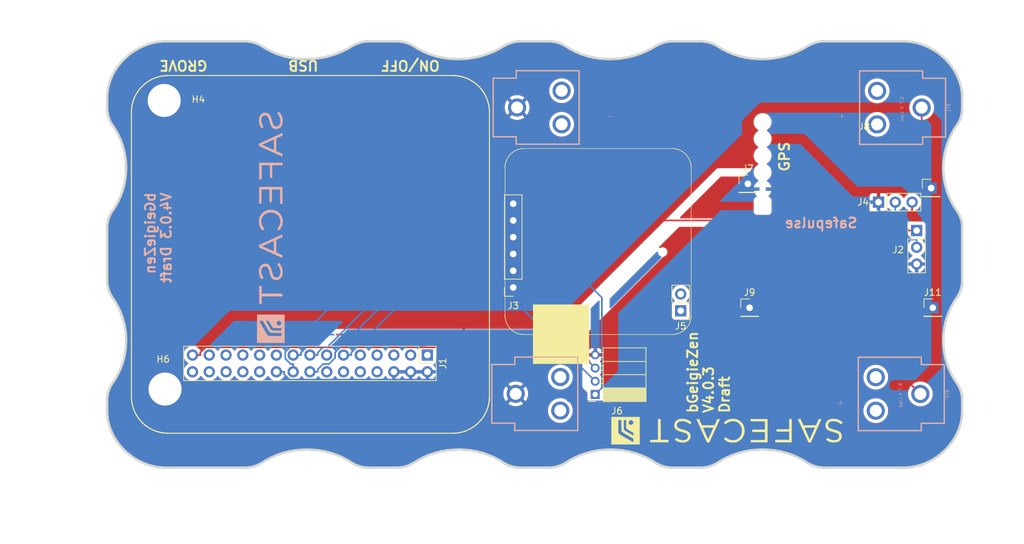
<source format=kicad_pcb>
(kicad_pcb (version 20240225) (generator "pcbnew") (generator_version "8.99")
  (title_block (title "bGeigieZen Production V4.0.3") (date "2024-03-25") (rev "V4.0.3"))
  (layers (0 "F.Cu" signal) (31 "B.Cu" signal) (34 "B.Paste" user) (35 "F.Paste" user) (36 "B.SilkS" user "B.Silkscreen") (37 "F.SilkS" user "F.Silkscreen") (38 "B.Mask" user) (39 "F.Mask" user) (44 "Edge.Cuts" user))
  (net 0 "")
  (net 1 "GND")
  (net 2 "/RX2")
  (net 3 "/TX2")
  (net 4 "3.3V")
  (net 5 "5V")
  (net 8 "/GIO34")
  (net 9 "/GIO13")
  (net 10 "/GIO5")
  (net 18 "/GIO2 on Core and GIO32 on Core-2")
  (net 24 "/SDA")
  (net 25 "/SCL")
  (net 27 "/BAT")
  (footprint "bGeigieZen:LOGO" (layer "F.Cu") (at 178.4096 125.678 180)
    (property "Reference" "G front" (hide yes))
    (property "Value" "LOGO" (hide yes))
  )
  (footprint "Connector_PinHeader_2.54mm:PinHeader_2x15_P2.54mm_Vertical" (layer "F.Cu") (at 133.0452 114.1972 -90)
    (property "Reference" "J1")
    (property "Value" "M5 2x15 pin")
  )
  (footprint "Connector_PinSocket_2.54mm:PinSocket_1x06_P2.54mm_Vertical" (layer "F.Cu") (at 146.0385 103.9614 180)
    (property "Reference" "J3")
    (property "Value" "GPS")
  )
  (footprint "MountingHole:MountingHole_3.2mm_M3" (layer "F.Cu") (at 93.2006 75.6202)
    (property "Reference" "H4")
    (property "Value" "MountingHole_Pad")
  )
  (footprint "Connector_PinHeader_2.54mm:PinHeader_1x02_P2.54mm_Vertical" (layer "F.Cu") (at 171.3894 107.4874 180)
    (property "Reference" "J5")
    (property "Value" "Extra support header")
  )
  (footprint "Connector_PinHeader_2.54mm:PinHeader_1x03_P2.54mm_Vertical" (layer "F.Cu") (at 201.3354 91.0324 90)
    (property "Reference" "J4")
    (property "Value" "Geiger Safepulse")
  )
  (footprint "Connector_PinHeader_2.54mm:PinHeader_1x03_P2.54mm_Vertical" (layer "F.Cu") (at 207.108 95.33)
    (property "Reference" "J2")
    (property "Value" "Geiger IRover")
  )
  (footprint "Connector_PinHeader_2.54mm:PinHeader_1x01_P2.54mm_Vertical" (layer "F.Cu") (at 209.55 107.0344)
    (property "Reference" "J11")
    (property "Value" "QI input +5V")
  )
  (footprint "Connector_PinHeader_2.54mm:PinHeader_1x01_P2.54mm_Vertical" (layer "F.Cu") (at 181.8132 107.0344)
    (property "Reference" "J9")
    (property "Value" "QI battery out")
  )
  (footprint "Connector_PinHeader_2.54mm:PinHeader_1x01_P2.54mm_Vertical" (layer "F.Cu") (at 181.5592 88.2552)
    (property "Reference" "J7")
    (property "Value" "QI GND out")
  )
  (footprint "MountingHole:MountingHole_3.2mm_M3" (layer "F.Cu") (at 93.3302 119.3502)
    (property "Reference" "H6")
    (property "Value" "MountingHole_Pad")
  )
  (footprint "Connector_PinSocket_2.00mm:PinSocket_1x04_P2.00mm_Horizontal" (layer "F.Cu") (at 158.4476 120.169 180)
    (property "Reference" "J6")
    (property "Value" "Grove")
  )
  (footprint "Connector_PinHeader_2.54mm:PinHeader_1x01_P2.54mm_Vertical" (layer "F.Cu") (at 209.296 88.8988)
    (property "Reference" "J8")
    (property "Value" "QI input GND")
  )
  (footprint "Library:BATTERY_18650-HOLDER" (layer "B.Cu") (at 177.0424 120.08 180)
    (property "Reference" "BT2")
    (property "Value" " 3.7 V Lipo")
  )
  (footprint "Library:BATTERY_18650-HOLDER" (layer "B.Cu") (at 177.2456 76.6968 180)
    (property "Reference" "BT1")
    (property "Value" " 3.7 V Lipo")
  )
  (footprint "bGeigieZen:LOGO" (layer "B.Cu") (at 109.3216 94.8424 -90)
    (property "Reference" "G back" (hide yes))
    (property "Value" "LOGO" (hide yes))
  )
  (gr_line (start 170.527142 82.938296) (end 170.527142 82.938296) (stroke (width 0.078091)) (layer "F.SilkS"))
  (gr_line (start 146.249515 83.286965) (end 146.249515 83.286965) (stroke (width 0.078091)) (layer "F.SilkS"))
  (gr_line (start 172.972656 108.366857) (end 172.972656 108.366857) (stroke (width 0.078091)) (layer "F.SilkS"))
  (gr_line (start 172.367335 84.01981) (end 172.325361 83.966545) (stroke (width 0.078091)) (layer "F.SilkS"))
  (gr_line (start 137.72428 71.912767) (end 137.72428 71.912767) (stroke (width 0.150176)) (layer "F.SilkS"))
  (gr_line (start 138.491019 72.08661) (end 138.491019 72.08661) (stroke (width 0.150176)) (layer "F.SilkS"))
  (gr_line (start 171.862085 110.47823) (end 171.915358 110.436264) (stroke (width 0.078091)) (layer "F.SilkS"))
  (gr_line (start 89.142951 74.368227) (end 89.142951 74.368227) (stroke (width 0.150176)) (layer "F.SilkS"))
  (gr_line (start 88.627661 122.536684) (end 88.785956 122.899889) (stroke (width 0.150176)) (layer "F.SilkS"))
  (gr_line (start 145.628047 110.229648) (end 145.628047 110.229648) (stroke (width 0.078091)) (layer "F.SilkS"))
  (gr_line (start 146.61917 83.107795) (end 146.430296 83.190116) (stroke (width 0.078091)) (layer "F.SilkS"))
  (gr_line (start 93.209509 126.016542) (end 93.339881 126.028963) (stroke (width 0.150176)) (layer "F.SilkS"))
  (gr_line (start 171.400428 110.772015) (end 171.400428 110.772015) (stroke (width 0.078091)) (layer "F.SilkS"))
  (gr_line (start 139.462653 72.487047) (end 139.226721 72.369096) (stroke (width 0.150176)) (layer "F.SilkS"))
  (gr_line (start 142.417883 120.944215) (end 142.417883 120.944215) (stroke (width 0.150176)) (layer "F.SilkS"))
  (gr_line (start 140.592597 124.622743) (end 140.785056 124.44269) (stroke (width 0.150176)) (layer "F.SilkS"))
  (gr_line (start 145.284227 109.806719) (end 145.322963 109.863221) (stroke (width 0.078091)) (layer "F.SilkS"))
  (gr_line (start 145.752334 83.645314) (end 145.752334 83.645314) (stroke (width 0.078091)) (layer "F.SilkS"))
  (gr_line (start 139.577506 72.54915) (end 139.462653 72.487047) (stroke (width 0.150176)) (layer "F.SilkS"))
  (gr_line (start 142.09194 75.47954) (end 142.09194 75.47954) (stroke (width 0.150176)) (layer "F.SilkS"))
  (gr_line (start 137.463522 71.878618) (end 137.333136 71.866197) (stroke (width 0.150176)) (layer "F.SilkS"))
  (gr_line (start 170.992028 83.049682) (end 170.925846 83.028695) (stroke (width 0.078091)) (layer "F.SilkS"))
  (gr_line (start 90.539862 124.992143) (end 90.539862 124.992143) (stroke (width 0.150176)) (layer "F.SilkS"))
  (gr_line (start 146.586893 110.872094) (end 146.651448 110.89631) (stroke (width 0.078091)) (layer "F.SilkS"))
  (gr_line (start 88.938086 74.70659) (end 88.875983 74.821443) (stroke (width 0.150176)) (layer "F.SilkS"))
  (gr_line (start 137.333136 71.866197) (end 137.333136 71.866197) (stroke (width 0.150176)) (layer "F.SilkS"))
  (gr_line (start 88.407263 76.044511) (end 88.376196 76.171785) (stroke (width 0.150176)) (layer "F.SilkS"))
  (gr_line (start 145.7265 110.323268) (end 145.7265 110.323268) (stroke (width 0.078091)) (layer "F.SilkS"))
  (gr_line (start 146.220458 110.689694) (end 146.220458 110.689694) (stroke (width 0.078091)) (layer "F.SilkS"))
  (gr_line (start 141.343817 74.098161) (end 141.343817 74.098161) (stroke (width 0.150176)) (layer "F.SilkS"))
  (gr_line (start 146.339905 110.755876) (end 146.339905 110.755876) (stroke (width 0.078091)) (layer "F.SilkS"))
  (gr_line (start 172.832222 109.102931) (end 172.832222 109.102931) (stroke (width 0.078091)) (layer "F.SilkS"))
  (gr_line (start 170.728918 82.977041) (end 170.728918 82.977041) (stroke (width 0.078091)) (layer "F.SilkS"))
  (gr_line (start 147.48115 82.910859) (end 147.345564 82.923776) (stroke (width 0.078091)) (layer "F.SilkS"))
  (gr_line (start 140.542929 73.22896) (end 140.443595 73.145158) (stroke (width 0.150176)) (layer "F.SilkS"))
  (gr_line (start 142.430304 77.146516) (end 142.424094 77.01613) (stroke (width 0.150176)) (layer "F.SilkS"))
  (gr_line (start 172.975885 108.297445) (end 172.977504 108.195748) (stroke (width 0.078091)) (layer "F.SilkS"))
  (gr_line (start 141.828085 74.880418) (end 141.828085 74.880418) (stroke (width 0.150176)) (layer "F.SilkS"))
  (gr_line (start 93.603736 126.044481) (end 93.603736 126.044481) (stroke (width 0.150176)) (layer "F.SilkS"))
  (gr_line (start 144.793505 108.26354) (end 144.796727 108.332952) (stroke (width 0.078091)) (layer "F.SilkS"))
  (gr_line (start 147.075979 82.968971) (end 147.075979 82.968971) (stroke (width 0.078091)) (layer "F.SilkS"))
  (gr_line (start 90.487097 72.940263) (end 90.487097 72.940263) (stroke (width 0.150176)) (layer "F.SilkS"))
  (gr_line (start 146.047739 110.579927) (end 146.104233 110.617053) (stroke (width 0.078091)) (layer "F.SilkS"))
  (gr_line (start 172.706316 109.419314) (end 172.706316 109.419314) (stroke (width 0.078091)) (layer "F.SilkS"))
  (gr_line (start 145.60545 83.788985) (end 145.558636 83.83741) (stroke (width 0.078091)) (layer "F.SilkS"))
  (gr_line (start 172.165559 110.203821) (end 172.165559 110.203821) (stroke (width 0.078091)) (layer "F.SilkS"))
  (gr_line (start 91.210364 125.408113) (end 91.446295 125.526079) (stroke (width 0.150176)) (layer "F.SilkS"))
  (gr_line (start 88.245825 77.081331) (end 88.2396 77.2148) (stroke (width 0.150176)) (layer "F.SilkS"))
  (gr_line (start 145.534419 110.129561) (end 145.628047 110.229648) (stroke (width 0.078091)) (layer "F.SilkS"))
  (gr_line (start 146.133289 83.356377) (end 146.075176 83.395121) (stroke (width 0.078091)) (layer "F.SilkS"))
  (gr_line (start 139.971747 125.103899) (end 139.971747 125.103899) (stroke (width 0.150176)) (layer "F.SilkS"))
  (gr_line (start 170.561038 111.049662) (end 170.561038 111.049662) (stroke (width 0.078091)) (layer "F.SilkS"))
  (gr_line (start 91.930548 125.724748) (end 91.930548 125.724748) (stroke (width 0.150176)) (layer "F.SilkS"))
  (gr_line (start 145.158321 84.391084) (end 145.126027 84.450808) (stroke (width 0.078091)) (layer "F.SilkS"))
  (gr_line (start 144.890354 108.93828) (end 144.890354 108.93828) (stroke (width 0.078091)) (layer "F.SilkS"))
  (gr_line (start 170.594935 82.949595) (end 170.594935 82.949595) (stroke (width 0.078091)) (layer "F.SilkS"))
  (gr_line (start 92.883551 71.922075) (end 92.883551 71.922075) (stroke (width 0.150176)) (layer "F.SilkS"))
  (gr_line (start 172.281777 83.914891) (end 172.281777 83.914891) (stroke (width 0.078091)) (layer "F.SilkS"))
  (gr_line (start 90.868903 125.212541) (end 90.980658 125.28084) (stroke (width 0.150176)) (layer "F.SilkS"))
  (gr_line (start 145.752334 83.645314) (end 145.652264 83.738942) (stroke (width 0.078091)) (layer "F.SilkS"))
  (gr_line (start 170.28985 111.081947) (end 170.28985 111.081947) (stroke (width 0.078091)) (layer "F.SilkS"))
  (gr_line (start 146.339905 110.755876) (end 146.46259 110.817218) (stroke (width 0.078091)) (layer "F.SilkS"))
  (gr_line (start 139.288809 125.49814) (end 139.403678 125.43915) (stroke (width 0.150176)) (layer "F.SilkS"))
  (gr_line (start 137.463522 71.878618) (end 137.463522 71.878618) (stroke (width 0.150176)) (layer "F.SilkS"))
  (gr_line (start 172.165559 110.203821) (end 172.212373 110.155388) (stroke (width 0.078091)) (layer "F.SilkS"))
  (gr_line (start 172.706316 109.419314) (end 172.733754 109.357972) (stroke (width 0.078091)) (layer "F.SilkS"))
  (gr_line (start 89.937628 124.486147) (end 89.937628 124.486147) (stroke (width 0.150176)) (layer "F.SilkS"))
  (gr_line (start 146.523924 110.844656) (end 146.586893 110.872094) (stroke (width 0.078091)) (layer "F.SilkS"))
  (gr_line (start 140.08039 125.02939) (end 140.185935 124.954897) (stroke (width 0.150176)) (layer "F.SilkS"))
  (gr_line (start 92.433447 125.876848) (end 92.433447 125.876848) (stroke (width 0.150176)) (layer "F.SilkS"))
  (gr_line (start 140.493262 124.709657) (end 140.592597 124.622743) (stroke (width 0.150176)) (layer "F.SilkS"))
  (gr_line (start 147.345564 82.923776) (end 147.345564 82.923776) (stroke (width 0.078091)) (layer "F.SilkS"))
  (gr_line (start 144.845159 108.739734) (end 144.845159 108.739734) (stroke (width 0.078091)) (layer "F.SilkS"))
  (gr_line (start 171.184124 83.120704) (end 171.119552 83.096496) (stroke (width 0.078091)) (layer "F.SilkS"))
  (gr_line (start 141.915 122.837801) (end 141.915 122.837801) (stroke (width 0.150176)) (layer "F.SilkS"))
  (gr_line (start 147.379461 111.072259) (end 147.447254 111.078718) (stroke (width 0.078091)) (layer "F.SilkS"))
  (gr_line (start 172.118745 110.253856) (end 172.118745 110.253856) (stroke (width 0.078091)) (layer "F.SilkS"))
  (gr_line (start 145.489224 110.077907) (end 145.534419 110.129561) (stroke (width 0.078091)) (layer "F.SilkS"))
  (gr_line (start 145.176063 109.632389) (end 145.209959 109.690502) (stroke (width 0.078091)) (layer "F.SilkS"))
  (gr_line (start 145.3617 109.918105) (end 145.403674 109.972988) (stroke (width 0.078091)) (layer "F.SilkS"))
  (gr_line (start 141.45867 123.635591) (end 141.45867 123.635591) (stroke (width 0.150176)) (layer "F.SilkS"))
  (gr_line (start 147.618355 82.9044) (end 147.618355 82.9044) (stroke (width 0.078091)) (layer "F.SilkS"))
  (gr_line (start 141.734946 123.188585) (end 141.797034 123.073717) (stroke (width 0.150176)) (layer "F.SilkS"))
  (gr_line (start 171.088885 110.909228) (end 171.151838 110.885011) (stroke (width 0.078091)) (layer "F.SilkS"))
  (gr_line (start 88.581091 122.41562) (end 88.581091 122.41562) (stroke (width 0.150176)) (layer "F.SilkS"))
  (gr_line (start 88.2396 77.2148) (end 88.2396 77.2148) (stroke (width 0.150176)) (layer "F.SilkS"))
  (gr_line (start 140.642264 73.318987) (end 140.642264 73.318987) (stroke (width 0.150176)) (layer "F.SilkS"))
  (gr_line (start 147.042083 111.015765) (end 147.109876 111.030285) (stroke (width 0.078091)) (layer "F.SilkS"))
  (gr_line (start 141.492819 74.312349) (end 141.492819 74.312349) (stroke (width 0.150176)) (layer "F.SilkS"))
  (gr_line (start 144.950086 109.135217) (end 144.950086 109.135217) (stroke (width 0.078091)) (layer "F.SilkS"))
  (gr_line (start 144.803185 85.558149) (end 144.798345 85.62595) (stroke (width 0.078091)) (layer "F.SilkS"))
  (gr_line (start 92.181983 125.80855) (end 92.306189 125.842699) (stroke (width 0.150176)) (layer "F.SilkS"))
  (gr_line (start 142.433402 120.68036) (end 142.433402 120.68036) (stroke (width 0.150176)) (layer "F.SilkS"))
  (gr_line (start 146.943631 83.001249) (end 146.943631 83.001249) (stroke (width 0.078091)) (layer "F.SilkS"))
  (gr_line (start 140.443595 73.145158) (end 140.341147 73.061342) (stroke (width 0.150176)) (layer "F.SilkS"))
  (gr_line (start 88.248938 120.87903) (end 88.273779 121.139787) (stroke (width 0.150176)) (layer "F.SilkS"))
  (gr_line (start 172.325361 83.966545) (end 172.325361 83.966545) (stroke (width 0.078091)) (layer "F.SilkS"))
  (gr_line (start 171.723262 83.412879) (end 171.723262 83.412879) (stroke (width 0.078091)) (layer "F.SilkS"))
  (gr_line (start 172.975885 108.297445) (end 172.975885 108.297445) (stroke (width 0.078091)) (layer "F.SilkS"))
  (gr_line (start 172.809624 109.167494) (end 172.832222 109.102931) (stroke (width 0.078091)) (layer "F.SilkS"))
  (gr_line (start 145.855643 83.556542) (end 145.804004 83.600119) (stroke (width 0.078091)) (layer "F.SilkS"))
  (gr_line (start 172.428669 109.890659) (end 172.428669 109.890659) (stroke (width 0.078091)) (layer "F.SilkS"))
  (gr_line (start 90.229437 124.750017) (end 90.331885 124.833833) (stroke (width 0.150176)) (layer "F.SilkS"))
  (gr_line (start 139.288809 125.49814) (end 139.288809 125.49814) (stroke (width 0.150176)) (layer "F.SilkS"))
  (gr_line (start 88.844946 123.014742) (end 88.844946 123.014742) (stroke (width 0.150176)) (layer "F.SilkS"))
  (gr_line (start 140.185935 124.954897) (end 140.185935 124.954897) (stroke (width 0.150176)) (layer "F.SilkS"))
  (gr_line (start 141.381064 123.744234) (end 141.45867 123.635591) (stroke (width 0.150176)) (layer "F.SilkS"))
  (gr_line (start 90.179785 73.185503) (end 90.08042 73.272417) (stroke (width 0.150176)) (layer "F.SilkS"))
  (gr_line (start 172.774109 84.730065) (end 172.691788 84.541207) (stroke (width 0.078091)) (layer "F.SilkS"))
  (gr_line (start 171.992839 83.622717) (end 171.941185 83.57914) (stroke (width 0.078091)) (layer "F.SilkS"))
  (gr_line (start 138.863532 72.216997) (end 138.742468 72.170427) (stroke (width 0.150176)) (layer "F.SilkS"))
  (gr_line (start 141.734946 123.188585) (end 141.734946 123.188585) (stroke (width 0.150176)) (layer "F.SilkS"))
  (gr_line (start 172.938759 85.320865) (end 172.925849 85.253064) (stroke (width 0.078091)) (layer "F.SilkS"))
  (gr_line (start 138.366858 72.052461) (end 138.366858 72.052461) (stroke (width 0.150176)) (layer "F.SilkS"))
  (gr_line (start 142.371329 121.335344) (end 142.371329 121.335344) (stroke (width 0.150176)) (layer "F.SilkS"))
  (gr_line (start 172.888724 108.905995) (end 172.904863 108.839812) (stroke (width 0.078091)) (layer "F.SilkS"))
  (gr_line (start 91.747412 72.238725) (end 91.747412 72.238725) (stroke (width 0.150176)) (layer "F.SilkS"))
  (gr_line (start 145.322963 109.863221) (end 145.322963 109.863221) (stroke (width 0.078091)) (layer "F.SilkS"))
  (gr_line (start 93.535437 71.853792) (end 93.405066 71.860002) (stroke (width 0.150176)) (layer "F.SilkS"))
  (gr_line (start 88.335852 121.530916) (end 88.360694 121.658189) (stroke (width 0.150176)) (layer "F.SilkS"))
  (gr_line (start 171.887912 83.535555) (end 171.834648 83.493589) (stroke (width 0.078091)) (layer "F.SilkS"))
  (gr_line (start 145.804004 83.600119) (end 145.752334 83.645314) (stroke (width 0.078091)) (layer "F.SilkS"))
  (gr_line (start 172.092918 83.716344) (end 172.044493 83.66953) (stroke (width 0.078091)) (layer "F.SilkS"))
  (gr_line (start 145.109888 109.511323) (end 145.142166 109.572665) (stroke (width 0.078091)) (layer "F.SilkS"))
  (gr_line (start 90.592627 72.86577) (end 90.592627 72.86577) (stroke (width 0.150176)) (layer "F.SilkS"))
  (gr_line (start 140.393927 124.793474) (end 140.393927 124.793474) (stroke (width 0.150176)) (layer "F.SilkS"))
  (gr_line (start 90.868903 125.212541) (end 90.868903 125.212541) (stroke (width 0.150176)) (layer "F.SilkS"))
  (gr_line (start 91.68534 125.631609) (end 91.68534 125.631609) (stroke (width 0.150176)) (layer "F.SilkS"))
  (gr_line (start 144.817706 85.422563) (end 144.817706 85.422563) (stroke (width 0.078091)) (layer "F.SilkS"))
  (gr_line (start 92.560706 125.9079) (end 92.560706 125.9079) (stroke (width 0.150176)) (layer "F.SilkS"))
  (gr_line (start 142.427191 120.813844) (end 142.433402 120.68036) (stroke (width 0.150176)) (layer "F.SilkS"))
  (gr_line (start 137.333136 71.866197) (end 137.202765 71.856889) (stroke (width 0.150176)) (layer "F.SilkS"))
  (gr_line (start 172.578791 109.661445) (end 172.578791 109.661445) (stroke (width 0.078091)) (layer "F.SilkS"))
  (gr_line (start 171.0566 83.07228) (end 170.992028 83.049682) (stroke (width 0.078091)) (layer "F.SilkS"))
  (gr_line (start 93.799292 126.047578) (end 137.004096 126.047578) (stroke (width 0.150176)) (layer "F.SilkS"))
  (gr_line (start 170.95975 110.952804) (end 170.95975 110.952804) (stroke (width 0.078091)) (layer "F.SilkS"))
  (gr_line (start 172.971045 85.592045) (end 172.971045 85.592045) (stroke (width 0.078091)) (layer "F.SilkS"))
  (gr_line (start 89.490637 124.004991) (end 89.490637 124.004991) (stroke (width 0.150176)) (layer "F.SilkS"))
  (gr_line (start 138.301673 125.86133) (end 138.301673 125.86133) (stroke (width 0.150176)) (layer "F.SilkS"))
  (gr_line (start 137.004096 126.047578) (end 137.137579 126.041368) (stroke (width 0.150176)) (layer "F.SilkS"))
  (gr_line (start 147.345564 82.923776) (end 147.209963 82.943136) (stroke (width 0.078091)) (layer "F.SilkS"))
  (gr_line (start 171.184124 83.120704) (end 171.184124 83.120704) (stroke (width 0.078091)) (layer "F.SilkS"))
  (gr_line (start 172.525527 84.244184) (end 172.486782 84.186079) (stroke (width 0.078091)) (layer "F.SilkS"))
  (gr_line (start 141.055121 124.153993) (end 141.055121 124.153993) (stroke (width 0.150176)) (layer "F.SilkS"))
  (gr_line (start 172.118745 110.253856) (end 172.165559 110.203821) (stroke (width 0.078091)) (layer "F.SilkS"))
  (gr_line (start 137.137579 126.041368) (end 137.137579 126.041368) (stroke (width 0.150176)) (layer "F.SilkS"))
  (gr_line (start 88.360694 121.658189) (end 88.360694 121.658189) (stroke (width 0.150176)) (layer "F.SilkS"))
  (gr_line (start 141.222754 123.952226) (end 141.303458 123.849779) (stroke (width 0.150176)) (layer "F.SilkS"))
  (gr_line (start 89.214331 74.259569) (end 89.214331 74.259569) (stroke (width 0.150176)) (layer "F.SilkS"))
  (gr_line (start 145.245474 109.748614) (end 145.245474 109.748614) (stroke (width 0.078091)) (layer "F.SilkS"))
  (gr_line (start 170.323747 82.91408) (end 170.255954 82.90924) (stroke (width 0.078091)) (layer "F.SilkS"))
  (gr_line (start 146.586893 110.872094) (end 146.586893 110.872094) (stroke (width 0.078091)) (layer "F.SilkS"))
  (gr_line (start 90.331885 124.833833) (end 90.434302 124.914537) (stroke (width 0.150176)) (layer "F.SilkS"))
  (gr_line (start 170.594935 82.949595) (end 170.527142 82.938296) (stroke (width 0.078091)) (layer "F.SilkS"))
  (gr_line (start 171.088885 110.909228) (end 171.088885 110.909228) (stroke (width 0.078091)) (layer "F.SilkS"))
  (gr_line (start 142.020545 122.598772) (end 142.020545 122.598772) (stroke (width 0.150176)) (layer "F.SilkS"))
  (gr_line (start 145.908915 83.514568) (end 145.908915 83.514568) (stroke (width 0.078091)) (layer "F.SilkS"))
  (gr_line (start 146.778973 110.943124) (end 146.845147 110.964103) (stroke (width 0.078091)) (layer "F.SilkS"))
  (gr_line (start 172.691788 84.541207) (end 172.691788 84.541207) (stroke (width 0.078091)) (layer "F.SilkS"))
  (gr_line (start 171.637712 110.636421) (end 171.637712 110.636421) (stroke (width 0.078091)) (layer "F.SilkS"))
  (gr_line (start 145.382679 84.047256) (end 145.382679 84.047256) (stroke (width 0.078091)) (layer "F.SilkS"))
  (gr_line (start 172.880646 85.054526) (end 172.880646 85.054526) (stroke (width 0.078091)) (layer "F.SilkS"))
  (gr_line (start 172.853209 109.036749) (end 172.853209 109.036749) (stroke (width 0.078091)) (layer "F.SilkS"))
  (gr_line (start 90.539862 124.992143) (end 90.648505 125.069749) (stroke (width 0.150176)) (layer "F.SilkS"))
  (gr_line (start 144.950086 109.135217) (end 144.972684 109.19978) (stroke (width 0.078091)) (layer "F.SilkS"))
  (gr_line (start 145.511822 83.889064) (end 145.511822 83.889064) (stroke (width 0.078091)) (layer "F.SilkS"))
  (gr_line (start 145.678083 110.276454) (end 145.678083 110.276454) (stroke (width 0.078091)) (layer "F.SilkS"))
  (gr_line (start 92.948737 125.982393) (end 92.948737 125.982393) (stroke (width 0.150176)) (layer "F.SilkS"))
  (gr_line (start 170.323747 82.91408) (end 170.323747 82.91408) (stroke (width 0.078091)) (layer "F.SilkS"))
  (gr_line (start 140.831626 73.49904) (end 140.735388 73.409013) (stroke (width 0.150176)) (layer "F.SilkS"))
  (gr_line (start 172.428669 109.890659) (end 172.469025 109.834165) (stroke (width 0.078091)) (layer "F.SilkS"))
  (gr_line (start 90.229437 124.750017) (end 90.229437 124.750017) (stroke (width 0.150176)) (layer "F.SilkS"))
  (gr_line (start 92.433447 125.876848) (end 92.560706 125.9079) (stroke (width 0.150176)) (layer "F.SilkS"))
  (gr_line (start 91.992652 72.148698) (end 91.992652 72.148698) (stroke (width 0.150176)) (layer "F.SilkS"))
  (gr_line (start 88.515906 75.665788) (end 88.515906 75.665788) (stroke (width 0.150176)) (layer "F.SilkS"))
  (gr_line (start 146.909734 110.981861) (end 146.975909 110.999618) (stroke (width 0.078091)) (layer "F.SilkS"))
  (gr_line (start 88.267554 76.820573) (end 88.267554 76.820573) (stroke (width 0.150176)) (layer "F.SilkS"))
  (gr_line (start 141.700812 74.6476) (end 141.635611 74.535844) (stroke (width 0.150176)) (layer "F.SilkS"))
  (gr_line (start 139.403678 125.43915) (end 139.521628 125.377061) (stroke (width 0.150176)) (layer "F.SilkS"))
  (gr_line (start 141.967764 122.719835) (end 142.020545 122.598772) (stroke (width 0.150176)) (layer "F.SilkS"))
  (gr_line (start 171.119552 83.096496) (end 171.0566 83.07228) (stroke (width 0.078091)) (layer "F.SilkS"))
  (gr_line (start 172.346348 109.998815) (end 172.346348 109.998815) (stroke (width 0.078091)) (layer "F.SilkS"))
  (gr_line (start 146.37058 83.220783) (end 146.37058 83.220783) (stroke (width 0.078091)) (layer "F.SilkS"))
  (gr_line (start 145.424653 83.993991) (end 145.424653 83.993991) (stroke (width 0.078091)) (layer "F.SilkS"))
  (gr_line (start 142.197486 122.102098) (end 142.197486 122.102098) (stroke (width 0.150176)) (layer "F.SilkS"))
  (gr_line (start 141.138938 124.054659) (end 141.222754 123.952226) (stroke (width 0.150176)) (layer "F.SilkS"))
  (gr_line (start 170.695021 111.023835) (end 170.827386 110.991549) (stroke (width 0.078091)) (layer "F.SilkS"))
  (gr_line (start 140.13317 72.903032) (end 140.13317 72.903032) (stroke (width 0.150176)) (layer "F.SilkS"))
  (gr_line (start 172.628835 84.420141) (end 172.594938 84.360409) (stroke (width 0.078091)) (layer "F.SilkS"))
  (gr_line (start 145.126027 84.450808) (end 145.126027 84.450808) (stroke (width 0.078091)) (layer "F.SilkS"))
  (gr_line (start 140.29148 124.874178) (end 140.29148 124.874178) (stroke (width 0.150176)) (layer "F.SilkS"))
  (gr_line (start 142.175757 75.727892) (end 142.135397 75.603716) (stroke (width 0.150176)) (layer "F.SilkS"))
  (gr_line (start 88.242713 120.748644) (end 88.248938 120.87903) (stroke (width 0.150176)) (layer "F.SilkS"))
  (gr_line (start 89.450263 73.942949) (end 89.450263 73.942949) (stroke (width 0.150176)) (layer "F.SilkS"))
  (gr_line (start 172.904863 108.839812) (end 172.919391 108.772019) (stroke (width 0.078091)) (layer "F.SilkS"))
  (gr_line (start 147.447254 111.078718) (end 147.515047 111.083558) (stroke (width 0.078091)) (layer "F.SilkS"))
  (gr_line (start 142.324759 121.593004) (end 142.349585 121.46573) (stroke (width 0.150176)) (layer "F.SilkS"))
  (gr_line (start 145.991244 110.539572) (end 145.991244 110.539572) (stroke (width 0.078091)) (layer "F.SilkS"))
  (gr_line (start 138.68038 125.746477) (end 138.804556 125.70302) (stroke (width 0.150176)) (layer "F.SilkS"))
  (gr_line (start 138.491019 72.08661) (end 138.366858 72.052461) (stroke (width 0.150176)) (layer "F.SilkS"))
  (gr_line (start 142.113669 122.353532) (end 142.113669 122.353532) (stroke (width 0.150176)) (layer "F.SilkS"))
  (gr_line (start 141.45867 123.635591) (end 141.530066 123.526949) (stroke (width 0.150176)) (layer "F.SilkS"))
  (gr_line (start 90.130103 124.6662) (end 90.229437 124.750017) (stroke (width 0.150176)) (layer "F.SilkS"))
  (gr_line (start 146.018682 83.433858) (end 145.963807 83.472594) (stroke (width 0.078091)) (layer "F.SilkS"))
  (gr_line (start 92.691077 125.935823) (end 92.691077 125.935823) (stroke (width 0.150176)) (layer "F.SilkS"))
  (gr_line (start 170.527142 82.938296) (end 170.459341 82.928616) (stroke (width 0.078091)) (layer "F.SilkS"))
  (gr_line (start 172.9323 108.705837) (end 172.9323 108.705837) (stroke (width 0.078091)) (layer "F.SilkS"))
  (gr_line (start 89.841406 124.396135) (end 89.841406 124.396135) (stroke (width 0.150176)) (layer "F.SilkS"))
  (gr_line (start 91.210364 125.408113) (end 91.210364 125.408113) (stroke (width 0.150176)) (layer "F.SilkS"))
  (gr_line (start 171.915358 110.436264) (end 171.915358 110.436264) (stroke (width 0.078091)) (layer "F.SilkS"))
  (gr_line (start 147.548943 82.907629) (end 147.48115 82.910859) (stroke (width 0.078091)) (layer "F.SilkS"))
  (gr_line (start 144.832242 108.671941) (end 144.845159 108.739734) (stroke (width 0.078091)) (layer "F.SilkS"))
  (gr_line (start 146.81125 83.039994) (end 146.746695 83.060981) (stroke (width 0.078091)) (layer "F.SilkS"))
  (gr_line (start 92.75318 71.946916) (end 92.75318 71.946916) (stroke (width 0.150176)) (layer "F.SilkS"))
  (gr_line (start 89.797949 73.548708) (end 89.707923 73.641832) (stroke (width 0.150176)) (layer "F.SilkS"))
  (gr_line (start 146.943631 83.001249) (end 146.81125 83.039994) (stroke (width 0.078091)) (layer "F.SilkS"))
  (gr_line (start 170.255954 82.90924) (end 170.186542 82.906019) (stroke (width 0.078091)) (layer "F.SilkS"))
  (gr_line (start 137.528708 126.010332) (end 137.528708 126.010332) (stroke (width 0.150176)) (layer "F.SilkS"))
  (gr_line (start 172.644974 109.54199) (end 172.644974 109.54199) (stroke (width 0.078091)) (layer "F.SilkS"))
  (gr_line (start 92.054724 125.768205) (end 92.054724 125.768205) (stroke (width 0.150176)) (layer "F.SilkS"))
  (gr_line (start 89.003272 74.591722) (end 89.003272 74.591722) (stroke (width 0.150176)) (layer "F.SilkS"))
  (gr_line (start 89.707923 73.641832) (end 89.617896 73.741167) (stroke (width 0.150176)) (layer "F.SilkS"))
  (gr_line (start 146.61917 83.107795) (end 146.61917 83.107795) (stroke (width 0.078091)) (layer "F.SilkS"))
  (gr_line (start 141.182395 73.890169) (end 141.098578 73.790834) (stroke (width 0.150176)) (layer "F.SilkS"))
  (gr_line (start 147.14217 82.956054) (end 147.075979 82.968971) (stroke (width 0.078091)) (layer "F.SilkS"))
  (gr_line (start 90.179785 73.185503) (end 90.179785 73.185503) (stroke (width 0.150176)) (layer "F.SilkS"))
  (gr_line (start 140.493262 124.709657) (end 140.493262 124.709657) (stroke (width 0.150176)) (layer "F.SilkS"))
  (gr_line (start 90.434302 124.914537) (end 90.434302 124.914537) (stroke (width 0.150176)) (layer "F.SilkS"))
  (gr_line (start 88.844946 123.014742) (end 88.907019 123.132707) (stroke (width 0.150176)) (layer "F.SilkS"))
  (gr_line (start 142.405463 121.074587) (end 142.405463 121.074587) (stroke (width 0.150176)) (layer "F.SilkS"))
  (gr_line (start 91.095496 125.346025) (end 91.095496 125.346025) (stroke (width 0.150176)) (layer "F.SilkS"))
  (gr_line (start 172.733754 109.357972) (end 172.761199 109.295019) (stroke (width 0.078091)) (layer "F.SilkS"))
  (gr_line (start 141.343817 74.098161) (end 141.263114 73.992601) (stroke (width 0.150176)) (layer "F.SilkS"))
  (gr_line (start 141.828085 74.880418) (end 141.765997 74.762468) (stroke (width 0.150176)) (layer "F.SilkS"))
  (gr_line (start 88.581091 122.41562) (end 88.627661 122.536684) (stroke (width 0.150176)) (layer "F.SilkS"))
  (gr_line (start 146.845147 110.964103) (end 146.845147 110.964103) (stroke (width 0.078091)) (layer "F.SilkS"))
  (gr_line (start 92.116797 72.108339) (end 91.992652 72.148698) (stroke (width 0.150176)) (layer "F.SilkS"))
  (gr_line (start 142.436514 77.28) (end 142.430304 77.146516) (stroke (width 0.150176)) (layer "F.SilkS"))
  (gr_line (start 90.92478 72.648485) (end 90.92478 72.648485) (stroke (width 0.150176)) (layer "F.SilkS"))
  (gr_line (start 144.8387 85.286961) (end 144.827402 85.354762) (stroke (width 0.078091)) (layer "F.SilkS"))
  (gr_line (start 170.661117 82.962513) (end 170.661117 82.962513) (stroke (width 0.078091)) (layer "F.SilkS"))
  (gr_line (start 145.403674 109.972988) (end 145.445647 110.026253) (stroke (width 0.078091)) (layer "F.SilkS"))
  (gr_line (start 142.371329 121.335344) (end 142.389945 121.204973) (stroke (width 0.150176)) (layer "F.SilkS"))
  (gr_line (start 88.2396 77.2148) (end 88.236517 77.410387) (stroke (width 0.150176)) (layer "F.SilkS"))
  (gr_line (start 172.967815 108.43465) (end 172.967815 108.43465) (stroke (width 0.078091)) (layer "F.SilkS"))
  (gr_line (start 172.346348 109.998815) (end 172.388314 109.945542) (stroke (width 0.078091)) (layer "F.SilkS"))
  (gr_line (start 90.381537 73.020982) (end 90.27909 73.101701) (stroke (width 0.150176)) (layer "F.SilkS"))
  (gr_line (start 137.919837 125.948244) (end 137.919837 125.948244) (stroke (width 0.150176)) (layer "F.SilkS"))
  (gr_line (start 141.303458 123.849779) (end 141.303458 123.849779) (stroke (width 0.150176)) (layer "F.SilkS"))
  (gr_line (start 141.567328 74.424089) (end 141.492819 74.312349) (stroke (width 0.150176)) (layer "F.SilkS"))
  (gr_line (start 141.700812 74.6476) (end 141.700812 74.6476) (stroke (width 0.150176)) (layer "F.SilkS"))
  (gr_line (start 171.550542 83.303112) (end 171.550542 83.303112) (stroke (width 0.078091)) (layer "F.SilkS"))
  (gr_line (start 88.422766 121.912737) (end 88.49726 122.167284) (stroke (width 0.150176)) (layer "F.SilkS"))
  (gr_line (start 140.642264 73.318987) (end 140.542929 73.22896) (stroke (width 0.150176)) (layer "F.SilkS"))
  (gr_line (start 139.859992 125.178392) (end 139.859992 125.178392) (stroke (width 0.150176)) (layer "F.SilkS"))
  (gr_line (start 88.360694 121.658189) (end 88.422766 121.912737) (stroke (width 0.150176)) (layer "F.SilkS"))
  (gr_line (start 89.254706 123.691469) (end 89.329199 123.797014) (stroke (width 0.150176)) (layer "F.SilkS"))
  (gr_line (start 172.904863 108.839812) (end 172.904863 108.839812) (stroke (width 0.078091)) (layer "F.SilkS"))
  (gr_line (start 172.691788 84.541207) (end 172.66112 84.481475) (stroke (width 0.078091)) (layer "F.SilkS"))
  (gr_line (start 172.594938 84.360409) (end 172.561034 84.302297) (stroke (width 0.078091)) (layer "F.SilkS"))
  (gr_line (start 145.227732 84.27324) (end 145.192217 84.331353) (stroke (width 0.078091)) (layer "F.SilkS"))
  (gr_line (start 88.422766 121.912737) (end 88.422766 121.912737) (stroke (width 0.150176)) (layer "F.SilkS"))
  (gr_line (start 142.399252 76.755388) (end 142.362006 76.49463) (stroke (width 0.150176)) (layer "F.SilkS"))
  (gr_line (start 172.870966 108.972177) (end 172.870966 108.972177) (stroke (width 0.078091)) (layer "F.SilkS"))
  (gr_line (start 170.425444 111.06903) (end 170.425444 111.06903) (stroke (width 0.078091)) (layer "F.SilkS"))
  (gr_line (start 88.236517 120.61516) (end 88.242713 120.748644) (stroke (width 0.150176)) (layer "F.SilkS"))
  (gr_line (start 142.324759 121.593004) (end 142.324759 121.593004) (stroke (width 0.150176)) (layer "F.SilkS"))
  (gr_line (start 142.362006 76.49463) (end 142.362006 76.49463) (stroke (width 0.150176)) (layer "F.SilkS"))
  (gr_line (start 170.95975 110.952804) (end 171.024314 110.931825) (stroke (width 0.078091)) (layer "F.SilkS"))
  (gr_line (start 172.325361 83.966545) (end 172.281777 83.914891) (stroke (width 0.078091)) (layer "F.SilkS"))
  (gr_line (start 172.469025 109.834165) (end 172.469025 109.834165) (stroke (width 0.078091)) (layer "F.SilkS"))
  (gr_line (start 146.220458 110.689694) (end 146.280174 110.723591) (stroke (width 0.078091)) (layer "F.SilkS"))
  (gr_line (start 139.915869 72.754015) (end 139.804114 72.682619) (stroke (width 0.150176)) (layer "F.SilkS"))
  (gr_line (start 144.985601 84.762351) (end 144.961385 84.825304) (stroke (width 0.078091)) (layer "F.SilkS"))
  (gr_line (start 172.236581 83.863237) (end 172.236581 83.863237) (stroke (width 0.078091)) (layer "F.SilkS"))
  (gr_line (start 145.7265 110.323268) (end 145.778169 110.370082) (stroke (width 0.078091)) (layer "F.SilkS"))
  (gr_line (start 142.33718 76.364244) (end 142.33718 76.364244) (stroke (width 0.150176)) (layer "F.SilkS"))
  (gr_line (start 144.795108 85.695353) (end 144.793505 85.797059) (stroke (width 0.078091)) (layer "F.SilkS"))
  (gr_line (start 89.180213 123.582811) (end 89.254706 123.691469) (stroke (width 0.150176)) (layer "F.SilkS"))
  (gr_line (start 171.752319 110.55894) (end 171.752319 110.55894) (stroke (width 0.078091)) (layer "F.SilkS"))
  (gr_line (start 147.515047 111.083558) (end 147.515047 111.083558) (stroke (width 0.078091)) (layer "F.SilkS"))
  (gr_line (start 91.868475 72.192155) (end 91.868475 72.192155) (stroke (width 0.150176)) (layer "F.SilkS"))
  (gr_line (start 141.303458 123.849779) (end 141.381064 123.744234) (stroke (width 0.150176)) (layer "F.SilkS"))
  (gr_line (start 141.492819 74.312349) (end 141.418326 74.203691) (stroke (width 0.150176)) (layer "F.SilkS"))
  (gr_line (start 172.832222 109.102931) (end 172.853209 109.036749) (stroke (width 0.078091)) (layer "F.SilkS"))
  (gr_line (start 172.525527 84.244184) (end 172.525527 84.244184) (stroke (width 0.078091)) (layer "F.SilkS"))
  (gr_line (start 88.236517 77.410387) (end 88.236517 77.410387) (stroke (width 0.150176)) (layer "F.SilkS"))
  (gr_line (start 147.176066 111.043203) (end 147.176066 111.043203) (stroke (width 0.078091)) (layer "F.SilkS"))
  (gr_line (start 140.024512 72.825426) (end 140.024512 72.825426) (stroke (width 0.150176)) (layer "F.SilkS"))
  (gr_line (start 146.430296 83.190116) (end 146.430296 83.190116) (stroke (width 0.078091)) (layer "F.SilkS"))
  (gr_line (start 91.809485 125.678178) (end 91.930548 125.724748) (stroke (width 0.150176)) (layer "F.SilkS"))
  (gr_line (start 141.263114 73.992601) (end 141.182395 73.890169) (stroke (width 0.150176)) (layer "F.SilkS"))
  (gr_line (start 139.804114 72.682619) (end 139.692359 72.614336) (stroke (width 0.150176)) (layer "F.SilkS"))
  (gr_line (start 144.812881 108.536347) (end 144.832242 108.671941) (stroke (width 0.078091)) (layer "F.SilkS"))
  (gr_line (start 89.07157 74.479967) (end 89.07157 74.479967) (stroke (width 0.150176)) (layer "F.SilkS"))
  (gr_line (start 88.242713 120.748644) (end 88.242713 120.748644) (stroke (width 0.150176)) (layer "F.SilkS"))
  (gr_line (start 144.809644 85.490356) (end 144.803185 85.558149) (stroke (width 0.078091)) (layer "F.SilkS"))
  (gr_line (start 88.537634 122.29146) (end 88.581091 122.41562) (stroke (width 0.150176)) (layer "F.SilkS"))
  (gr_line (start 172.820923 84.85759) (end 172.798325 84.793018) (stroke (width 0.078091)) (layer "F.SilkS"))
  (gr_line (start 172.971045 85.592045) (end 172.958127 85.456459) (stroke (width 0.078091)) (layer "F.SilkS"))
  (gr_line (start 88.49726 122.167284) (end 88.537634 122.29146) (stroke (width 0.150176)) (layer "F.SilkS"))
  (gr_line (start 92.560706 125.9079) (end 92.691077 125.935823) (stroke (width 0.150176)) (layer "F.SilkS"))
  (gr_line (start 172.66112 84.481475) (end 172.628835 84.420141) (stroke (width 0.078091)) (layer "F.SilkS"))
  (gr_line (start 138.301673 125.86133) (end 138.55622 125.786821) (stroke (width 0.150176)) (layer "F.SilkS"))
  (gr_line (start 92.691077 125.935823) (end 92.818366 125.960664) (stroke (width 0.150176)) (layer "F.SilkS"))
  (gr_line (start 144.858077 108.805916) (end 144.890354 108.93828) (stroke (width 0.078091)) (layer "F.SilkS"))
  (gr_line (start 141.797034 123.073717) (end 141.915 122.837801) (stroke (width 0.150176)) (layer "F.SilkS"))
  (gr_line (start 138.804556 125.70302) (end 138.92562 125.65645) (stroke (width 0.150176)) (layer "F.SilkS"))
  (gr_line (start 90.030737 124.576173) (end 90.030737 124.576173) (stroke (width 0.150176)) (layer "F.SilkS"))
  (gr_line (start 90.27909 73.101701) (end 90.27909 73.101701) (stroke (width 0.150176)) (layer "F.SilkS"))
  (gr_line (start 142.427191 120.813844) (end 142.427191 120.813844) (stroke (width 0.150176)) (layer "F.SilkS"))
  (gr_line (start 172.785408 109.230455) (end 172.809624 109.167494) (stroke (width 0.078091)) (layer "F.SilkS"))
  (gr_line (start 89.937628 124.486147) (end 90.030737 124.576173) (stroke (width 0.150176)) (layer "F.SilkS"))
  (gr_line (start 142.430304 77.146516) (end 142.430304 77.146516) (stroke (width 0.150176)) (layer "F.SilkS"))
  (gr_line (start 142.424094 77.01613) (end 142.399252 76.755388) (stroke (width 0.150176)) (layer "F.SilkS"))
  (gr_line (start 92.948737 125.982393) (end 93.079138 126.001024) (stroke (width 0.150176)) (layer "F.SilkS"))
  (gr_line (start 142.231635 121.977922) (end 142.231635 121.977922) (stroke (width 0.150176)) (layer "F.SilkS"))
  (gr_line (start 89.105689 123.471071) (end 89.180213 123.582811) (stroke (width 0.150176)) (layer "F.SilkS"))
  (gr_line (start 138.863532 72.216997) (end 138.863532 72.216997) (stroke (width 0.150176)) (layer "F.SilkS"))
  (gr_line (start 90.434302 124.914537) (end 90.539862 124.992143) (stroke (width 0.150176)) (layer "F.SilkS"))
  (gr_line (start 144.845159 108.739734) (end 144.858077 108.805916) (stroke (width 0.078091)) (layer "F.SilkS"))
  (gr_line (start 172.259179 110.103734) (end 172.259179 110.103734) (stroke (width 0.078091)) (layer "F.SilkS"))
  (gr_line (start 172.578791 109.661445) (end 172.612688 109.601722) (stroke (width 0.078091)) (layer "F.SilkS"))
  (gr_line (start 147.209963 82.943136) (end 147.209963 82.943136) (stroke (width 0.078091)) (layer "F.SilkS"))
  (gr_line (start 137.267951 126.035173) (end 137.528708 126.010332) (stroke (width 0.150176)) (layer "F.SilkS"))
  (gr_line (start 89.707923 73.641832) (end 89.707923 73.641832) (stroke (width 0.150176)) (layer "F.SilkS"))
  (gr_line (start 145.342339 84.102139) (end 145.342339 84.102139) (stroke (width 0.078091)) (layer "F.SilkS"))
  (gr_line (start 171.340697 110.80269) (end 171.340697 110.80269) (stroke (width 0.078091)) (layer "F.SilkS"))
  (gr_line (start 170.425444 111.06903) (end 170.561038 111.049662) (stroke (width 0.078091)) (layer "F.SilkS"))
  (gr_line (start 146.075176 83.395121) (end 146.018682 83.433858) (stroke (width 0.078091)) (layer "F.SilkS"))
  (gr_line (start 172.958127 85.456459) (end 172.958127 85.456459) (stroke (width 0.078091)) (layer "F.SilkS"))
  (gr_line (start 145.037239 84.634827) (end 145.037239 84.634827) (stroke (width 0.078091)) (layer "F.SilkS"))
  (gr_line (start 172.977504 108.195748) (end 172.977504 85.729258) (stroke (width 0.078091)) (layer "F.SilkS"))
  (gr_line (start 140.13317 72.903032) (end 140.024512 72.825426) (stroke (width 0.150176)) (layer "F.SilkS"))
  (gr_line (start 144.929091 109.070645) (end 144.929091 109.070645) (stroke (width 0.078091)) (layer "F.SilkS"))
  (gr_line (start 139.636481 125.311876) (end 139.636481 125.311876) (stroke (width 0.150176)) (layer "F.SilkS"))
  (gr_line (start 88.255133 76.950945) (end 88.255133 76.950945) (stroke (width 0.150176)) (layer "F.SilkS"))
  (gr_line (start 172.044493 83.66953) (end 172.044493 83.66953) (stroke (width 0.078091)) (layer "F.SilkS"))
  (gr_line (start 142.436514 120.484789) (end 142.436514 77.28) (stroke (width 0.150176)) (layer "F.SilkS"))
  (gr_line (start 145.126027 84.450808) (end 145.064693 84.573484) (stroke (width 0.078091)) (layer "F.SilkS"))
  (gr_line (start 89.887976 73.45247) (end 89.797949 73.548708) (stroke (width 0.150176)) (layer "F.SilkS"))
  (gr_line (start 147.311668 111.06419) (end 147.311668 111.06419) (stroke (width 0.078091)) (layer "F.SilkS"))
  (gr_line (start 138.047125 125.923418) (end 138.301673 125.86133) (stroke (width 0.150176)) (layer "F.SilkS"))
  (gr_line (start 146.430296 83.190116) (end 146.37058 83.220783) (stroke (width 0.078091)) (layer "F.SilkS"))
  (gr_line (start 171.967012 110.392679) (end 172.018666 110.347484) (stroke (width 0.078091)) (layer "F.SilkS"))
  (gr_line (start 138.618292 72.12697) (end 138.491019 72.08661) (stroke (width 0.150176)) (layer "F.SilkS"))
  (gr_line (start 92.818366 125.960664) (end 92.818366 125.960664) (stroke (width 0.150176)) (layer "F.SilkS"))
  (gr_line (start 171.695824 110.597685) (end 171.752319 110.55894) (stroke (width 0.078091)) (layer "F.SilkS"))
  (gr_line (start 138.55622 125.786821) (end 138.55622 125.786821) (stroke (width 0.150176)) (layer "F.SilkS"))
  (gr_line (start 171.637712 110.636421) (end 171.695824 110.597685) (stroke (width 0.078091)) (layer "F.SilkS"))
  (gr_line (start 145.489224 110.077907) (end 145.489224 110.077907) (stroke (width 0.078091)) (layer "F.SilkS"))
  (gr_line (start 88.311011 121.400545) (end 88.335852 121.530916) (stroke (width 0.150176)) (layer "F.SilkS"))
  (gr_line (start 88.441382 75.917238) (end 88.441382 75.917238) (stroke (width 0.150176)) (layer "F.SilkS"))
  (gr_line (start 92.306189 125.842699) (end 92.306189 125.842699) (stroke (width 0.150176)) (layer "F.SilkS"))
  (gr_line (start 144.803185 85.558149) (end 144.803185 85.558149) (stroke (width 0.078091)) (layer "F.SilkS"))
  (gr_line (start 147.243859 111.054502) (end 147.243859 111.054502) (stroke (width 0.078091)) (layer "F.SilkS"))
  (gr_line (start 145.829823 110.413666) (end 145.883096 110.457251) (stroke (width 0.078091)) (layer "F.SilkS"))
  (gr_line (start 89.03739 123.359316) (end 89.105689 123.471071) (stroke (width 0.150176)) (layer "F.SilkS"))
  (gr_line (start 144.798345 85.62595) (end 144.795108 85.695353) (stroke (width 0.078091)) (layer "F.SilkS"))
  (gr_line (start 138.112311 71.987276) (end 138.112311 71.987276) (stroke (width 0.150176)) (layer "F.SilkS"))
  (gr_line (start 172.977504 85.729258) (end 172.977504 85.729258) (stroke (width 0.078091)) (layer "F.SilkS"))
  (gr_line (start 145.558636 83.83741) (end 145.558636 83.83741) (stroke (width 0.078091)) (layer "F.SilkS"))
  (gr_line (start 90.130103 124.6662) (end 90.130103 124.6662) (stroke (width 0.150176)) (layer "F.SilkS"))
  (gr_line (start 138.92562 125.65645) (end 139.288809 125.49814) (stroke (width 0.150176)) (layer "F.SilkS"))
  (gr_line (start 171.461763 110.739729) (end 171.521486 110.705833) (stroke (width 0.078091)) (layer "F.SilkS"))
  (gr_line (start 141.418326 74.203691) (end 141.343817 74.098161) (stroke (width 0.150176)) (layer "F.SilkS"))
  (gr_line (start 146.746695 83.060981) (end 146.746695 83.060981) (stroke (width 0.078091)) (layer "F.SilkS"))
  (gr_line (start 93.144324 71.884843) (end 93.144324 71.884843) (stroke (width 0.150176)) (layer "F.SilkS"))
  (gr_line (start 172.612688 109.601722) (end 172.612688 109.601722) (stroke (width 0.078091)) (layer "F.SilkS"))
  (gr_line (start 88.705237 75.175325) (end 88.652472 75.296388) (stroke (width 0.150176)) (layer "F.SilkS"))
  (gr_line (start 89.03739 123.359316) (end 89.03739 123.359316) (stroke (width 0.150176)) (layer "F.SilkS"))
  (gr_line (start 92.371375 72.03383) (end 92.371375 72.03383) (stroke (width 0.150176)) (layer "F.SilkS"))
  (gr_line (start 147.686148 111.088398) (end 147.686148 111.088398) (stroke (width 0.078091)) (layer "F.SilkS"))
  (gr_line (start 145.468245 83.940718) (end 145.468245 83.940718) (stroke (width 0.078091)) (layer "F.SilkS"))
  (gr_line (start 172.66112 84.481475) (end 172.66112 84.481475) (stroke (width 0.078091)) (layer "F.SilkS"))
  (gr_line (start 172.543284 109.719558) (end 172.578791 109.661445) (stroke (width 0.078091)) (layer "F.SilkS"))
  (gr_line (start 172.612688 109.601722) (end 172.644974 109.54199) (stroke (width 0.078091)) (layer "F.SilkS"))
  (gr_line (start 138.92562 125.65645) (end 138.92562 125.65645) (stroke (width 0.150176)) (layer "F.SilkS"))
  (gr_line (start 145.158321 84.391084) (end 145.158321 84.391084) (stroke (width 0.078091)) (layer "F.SilkS"))
  (gr_line (start 145.26485 84.215135) (end 145.26485 84.215135) (stroke (width 0.078091)) (layer "F.SilkS"))
  (gr_line (start 93.603736 126.044481) (end 93.799292 126.047578) (stroke (width 0.150176)) (layer "F.SilkS"))
  (gr_line (start 172.448046 84.129577) (end 172.448046 84.129577) (stroke (width 0.078091)) (layer "F.SilkS"))
  (gr_line (start 146.104233 110.617053) (end 146.162345 110.654179) (stroke (width 0.078091)) (layer "F.SilkS"))
  (gr_line (start 93.405066 71.860002) (end 93.405066 71.860002) (stroke (width 0.150176)) (layer "F.SilkS"))
  (gr_line (start 89.254706 123.691469) (end 89.254706 123.691469) (stroke (width 0.150176)) (layer "F.SilkS"))
  (gr_line (start 172.912932 85.18689) (end 172.912932 85.18689) (stroke (width 0.078091)) (layer "F.SilkS"))
  (gr_line (start 88.236517 77.410387) (end 88.236517 120.61516) (stroke (width 0.150176)) (layer "F.SilkS"))
  (gr_rect (start 149.086876 106.591744) (end 157.468876 115.481744) (stroke (width 0.12)) (fill solid) (layer "F.SilkS"))
  (gr_line (start 170.695021 111.023835) (end 170.695021 111.023835) (stroke (width 0.078091)) (layer "F.SilkS"))
  (gr_line (start 88.907019 123.132707) (end 88.907019 123.132707) (stroke (width 0.150176)) (layer "F.SilkS"))
  (gr_line (start 146.075176 83.395121) (end 146.075176 83.395121) (stroke (width 0.078091)) (layer "F.SilkS"))
  (gr_line (start 138.804556 125.70302) (end 138.804556 125.70302) (stroke (width 0.150176)) (layer "F.SilkS"))
  (gr_line (start 140.542929 73.22896) (end 140.542929 73.22896) (stroke (width 0.150176)) (layer "F.SilkS"))
  (gr_line (start 170.661117 82.962513) (end 170.594935 82.949595) (stroke (width 0.078091)) (layer "F.SilkS"))
  (gr_line (start 144.890354 108.93828) (end 144.929091 109.070645) (stroke (width 0.078091)) (layer "F.SilkS"))
  (gr_line (start 88.273779 121.139787) (end 88.311011 121.400545) (stroke (width 0.150176)) (layer "F.SilkS"))
  (gr_line (start 172.798325 84.793018) (end 172.798325 84.793018) (stroke (width 0.078091)) (layer "F.SilkS"))
  (gr_line (start 141.601477 123.415193) (end 141.601477 123.415193) (stroke (width 0.150176)) (layer "F.SilkS"))
  (gr_line (start 139.108771 72.316332) (end 139.108771 72.316332) (stroke (width 0.150176)) (layer "F.SilkS"))
  (gr_line (start 170.084845 82.9044) (end 147.618355 82.9044) (stroke (width 0.078091)) (layer "F.SilkS"))
  (gr_line (start 141.765997 74.762468) (end 141.765997 74.762468) (stroke (width 0.150176)) (layer "F.SilkS"))
  (gr_line (start 145.109888 109.511323) (end 145.109888 109.511323) (stroke (width 0.078091)) (layer "F.SilkS"))
  (gr_line (start 171.807202 110.520204) (end 171.807202 110.520204) (stroke (width 0.078091)) (layer "F.SilkS"))
  (gr_line (start 145.009802 84.697779) (end 144.985601 84.762351) (stroke (width 0.078091)) (layer "F.SilkS"))
  (gr_line (start 88.537634 122.29146) (end 88.537634 122.29146) (stroke (width 0.150176)) (layer "F.SilkS"))
  (gr_line (start 144.985601 84.762351) (end 144.985601 84.762351) (stroke (width 0.078091)) (layer "F.SilkS"))
  (gr_line (start 88.652472 75.296388) (end 88.605933 75.420564) (stroke (width 0.150176)) (layer "F.SilkS"))
  (gr_line (start 144.799964 108.400753) (end 144.799964 108.400753) (stroke (width 0.078091)) (layer "F.SilkS"))
  (gr_line (start 89.661353 124.203661) (end 89.841406 124.396135) (stroke (width 0.150176)) (layer "F.SilkS"))
  (gr_line (start 171.608655 83.338619) (end 171.608655 83.338619) (stroke (width 0.078091)) (layer "F.SilkS"))
  (gr_line (start 141.887061 74.995287) (end 141.828085 74.880418) (stroke (width 0.150176)) (layer "F.SilkS"))
  (gr_line (start 88.311011 121.400545) (end 88.311011 121.400545) (stroke (width 0.150176)) (layer "F.SilkS"))
  (gr_line (start 171.340697 110.80269) (end 171.400428 110.772015) (stroke (width 0.078091)) (layer "F.SilkS"))
  (gr_line (start 139.226721 72.369096) (end 139.226721 72.369096) (stroke (width 0.150176)) (layer "F.SilkS"))
  (gr_line (start 141.601477 123.415193) (end 141.66976 123.303438) (stroke (width 0.150176)) (layer "F.SilkS"))
  (gr_line (start 171.695824 110.597685) (end 171.695824 110.597685) (stroke (width 0.078091)) (layer "F.SilkS"))
  (gr_line (start 140.185935 124.954897) (end 140.29148 124.874178) (stroke (width 0.150176)) (layer "F.SilkS"))
  (gr_line (start 171.024314 110.931825) (end 171.024314 110.931825) (stroke (width 0.078091)) (layer "F.SilkS"))
  (gr_line (start 170.827386 110.991549) (end 170.95975 110.952804) (stroke (width 0.078091)) (layer "F.SilkS"))
  (gr_line (start 145.804004 83.600119) (end 145.804004 83.600119) (stroke (width 0.078091)) (layer "F.SilkS"))
  (gr_line (start 144.832242 108.671941) (end 144.832242 108.671941) (stroke (width 0.078091)) (layer "F.SilkS"))
  (gr_line (start 171.308411 83.175588) (end 171.247077 83.14815) (stroke (width 0.078091)) (layer "F.SilkS"))
  (gr_line (start 171.608655 83.338619) (end 171.550542 83.303112) (stroke (width 0.078091)) (layer "F.SilkS"))
  (gr_line (start 140.341147 73.061342) (end 140.238715 72.980638) (stroke (width 0.150176)) (layer "F.SilkS"))
  (gr_line (start 88.938086 74.70659) (end 88.938086 74.70659) (stroke (width 0.150176)) (layer "F.SilkS"))
  (gr_line (start 170.186542 82.906019) (end 170.186542 82.906019) (stroke (width 0.078091)) (layer "F.SilkS"))
  (gr_line (start 172.302764 110.05208) (end 172.346348 109.998815) (stroke (width 0.078091)) (layer "F.SilkS"))
  (gr_line (start 142.312338 76.236986) (end 142.312338 76.236986) (stroke (width 0.150176)) (layer "F.SilkS"))
  (gr_line (start 142.436514 77.28) (end 142.436514 77.28) (stroke (width 0.150176)) (layer "F.SilkS"))
  (gr_line (start 142.349585 121.46573) (end 142.349585 121.46573) (stroke (width 0.150176)) (layer "F.SilkS"))
  (gr_line (start 147.176066 111.043203) (end 147.243859 111.054502) (stroke (width 0.078091)) (layer "F.SilkS"))
  (gr_line (start 142.157126 122.229372) (end 142.197486 122.102098) (stroke (width 0.150176)) (layer "F.SilkS"))
  (gr_line (start 145.652264 83.738942) (end 145.60545 83.788985) (stroke (width 0.078091)) (layer "F.SilkS"))
  (gr_line (start 172.018666 110.347484) (end 172.018666 110.347484) (stroke (width 0.078091)) (layer "F.SilkS"))
  (gr_line (start 172.798325 84.793018) (end 172.774109 84.730065) (stroke (width 0.078091)) (layer "F.SilkS"))
  (gr_line (start 145.009802 84.697779) (end 145.009802 84.697779) (stroke (width 0.078091)) (layer "F.SilkS"))
  (gr_line (start 91.68534 125.631609) (end 91.809485 125.678178) (stroke (width 0.150176)) (layer "F.SilkS"))
  (gr_line (start 88.49726 122.167284) (end 88.49726 122.167284) (stroke (width 0.150176)) (layer "F.SilkS"))
  (gr_line (start 146.133289 83.356377) (end 146.133289 83.356377) (stroke (width 0.078091)) (layer "F.SilkS"))
  (gr_line (start 145.3617 109.918105) (end 145.3617 109.918105) (stroke (width 0.078091)) (layer "F.SilkS"))
  (gr_line (start 89.534094 73.840501) (end 89.450263 73.942949) (stroke (width 0.150176)) (layer "F.SilkS"))
  (gr_line (start 88.323432 76.42943) (end 88.301703 76.559816) (stroke (width 0.150176)) (layer "F.SilkS"))
  (gr_line (start 90.381537 73.020982) (end 90.381537 73.020982) (stroke (width 0.150176)) (layer "F.SilkS"))
  (gr_line (start 139.462653 72.487047) (end 139.462653 72.487047) (stroke (width 0.150176)) (layer "F.SilkS"))
  (gr_line (start 146.975909 110.999618) (end 147.042083 111.015765) (stroke (width 0.078091)) (layer "F.SilkS"))
  (gr_line (start 89.617896 73.741167) (end 89.534094 73.840501) (stroke (width 0.150176)) (layer "F.SilkS"))
  (gr_line (start 88.376196 76.171785) (end 88.348242 76.302171) (stroke (width 0.150176)) (layer "F.SilkS"))
  (gr_line (start 139.577506 72.54915) (end 139.577506 72.54915) (stroke (width 0.150176)) (layer "F.SilkS"))
  (gr_line (start 171.461763 110.739729) (end 171.461763 110.739729) (stroke (width 0.078091)) (layer "F.SilkS"))
  (gr_line (start 142.231635 121.977922) (end 142.265784 121.850649) (stroke (width 0.150176)) (layer "F.SilkS"))
  (gr_line (start 145.284227 109.806719) (end 145.284227 109.806719) (stroke (width 0.078091)) (layer "F.SilkS"))
  (gr_line (start 142.349585 121.46573) (end 142.371329 121.335344) (stroke (width 0.150176)) (layer "F.SilkS"))
  (gr_line (start 144.9969 109.262733) (end 144.9969 109.262733) (stroke (width 0.078091)) (layer "F.SilkS"))
  (gr_line (start 142.399252 76.755388) (end 142.399252 76.755388) (stroke (width 0.150176)) (layer "F.SilkS"))
  (gr_line (start 170.827386 110.991549) (end 170.827386 110.991549) (stroke (width 0.078091)) (layer "F.SilkS"))
  (gr_line (start 142.045371 75.358476) (end 142.045371 75.358476) (stroke (width 0.150176)) (layer "F.SilkS"))
  (gr_line (start 147.243859 111.054502) (end 147.311668 111.06419) (stroke (width 0.078091)) (layer "F.SilkS"))
  (gr_line (start 170.992028 83.049682) (end 170.992028 83.049682) (stroke (width 0.078091)) (layer "F.SilkS"))
  (gr_line (start 145.829823 110.413666) (end 145.829823 110.413666) (stroke (width 0.078091)) (layer "F.SilkS"))
  (gr_line (start 142.362006 76.49463) (end 142.33718 76.364244) (stroke (width 0.150176)) (layer "F.SilkS"))
  (gr_line (start 137.267951 126.035173) (end 137.267951 126.035173) (stroke (width 0.150176)) (layer "F.SilkS"))
  (gr_line (start 146.191402 83.32087) (end 146.191402 83.32087) (stroke (width 0.078091)) (layer "F.SilkS"))
  (gr_line (start 144.882293 85.086803) (end 144.882293 85.086803) (stroke (width 0.078091)) (layer "F.SilkS"))
  (gr_line (start 88.283057 76.690202) (end 88.267554 76.820573) (stroke (width 0.150176)) (layer "F.SilkS"))
  (gr_line (start 171.579599 110.671936) (end 171.637712 110.636421) (stroke (width 0.078091)) (layer "F.SilkS"))
  (gr_line (start 144.809644 85.490356) (end 144.809644 85.490356) (stroke (width 0.078091)) (layer "F.SilkS"))
  (gr_line (start 170.391548 82.920539) (end 170.323747 82.91408) (stroke (width 0.078091)) (layer "F.SilkS"))
  (gr_line (start 88.875983 74.821443) (end 88.875983 74.821443) (stroke (width 0.150176)) (layer "F.SilkS"))
  (gr_line (start 172.628835 84.420141) (end 172.628835 84.420141) (stroke (width 0.078091)) (layer "F.SilkS"))
  (gr_line (start 91.868475 72.192155) (end 91.747412 72.238725) (stroke (width 0.150176)) (layer "F.SilkS"))
  (gr_line (start 138.239584 72.018312) (end 138.239584 72.018312) (stroke (width 0.150176)) (layer "F.SilkS"))
  (gr_line (start 88.323432 76.42943) (end 88.323432 76.42943) (stroke (width 0.150176)) (layer "F.SilkS"))
  (gr_line (start 147.209963 82.943136) (end 147.14217 82.956054) (stroke (width 0.078091)) (layer "F.SilkS"))
  (gr_line (start 171.550542 83.303112) (end 171.490819 83.269216) (stroke (width 0.078091)) (layer "F.SilkS"))
  (gr_line (start 145.301968 84.158633) (end 145.301968 84.158633) (stroke (width 0.078091)) (layer "F.SilkS"))
  (gr_line (start 172.785408 109.230455) (end 172.785408 109.230455) (stroke (width 0.078091)) (layer "F.SilkS"))
  (gr_line (start 171.579599 110.671936) (end 171.579599 110.671936) (stroke (width 0.078091)) (layer "F.SilkS"))
  (gr_line (start 171.521486 110.705833) (end 171.521486 110.705833) (stroke (width 0.078091)) (layer "F.SilkS"))
  (gr_line (start 171.666768 83.375745) (end 171.666768 83.375745) (stroke (width 0.078091)) (layer "F.SilkS"))
  (gr_line (start 170.628831 111.036744) (end 170.628831 111.036744) (stroke (width 0.078091)) (layer "F.SilkS"))
  (gr_line (start 145.445647 110.026253) (end 145.445647 110.026253) (stroke (width 0.078091)) (layer "F.SilkS"))
  (gr_line (start 144.798345 85.62595) (end 144.798345 85.62595) (stroke (width 0.078091)) (layer "F.SilkS"))
  (gr_line (start 88.907019 123.132707) (end 88.972205 123.24756) (stroke (width 0.150176)) (layer "F.SilkS"))
  (gr_line (start 147.548943 82.907629) (end 147.548943 82.907629) (stroke (width 0.078091)) (layer "F.SilkS"))
  (gr_line (start 145.192217 84.331353) (end 145.158321 84.391084) (stroke (width 0.078091)) (layer "F.SilkS"))
  (gr_line (start 144.799964 108.400753) (end 144.812881 108.536347) (stroke (width 0.078091)) (layer "F.SilkS"))
  (gr_line (start 171.151838 110.885011) (end 171.340697 110.80269) (stroke (width 0.078091)) (layer "F.SilkS"))
  (gr_line (start 137.854651 71.934496) (end 137.854651 71.934496) (stroke (width 0.150176)) (layer "F.SilkS"))
  (gr_line (start 170.28985 111.081947) (end 170.425444 111.06903) (stroke (width 0.078091)) (layer "F.SilkS"))
  (gr_line (start 88.255133 76.950945) (end 88.245825 77.081331) (stroke (width 0.150176)) (layer "F.SilkS"))
  (gr_line (start 137.202765 71.856889) (end 137.202765 71.856889) (stroke (width 0.150176)) (layer "F.SilkS"))
  (gr_line (start 139.748236 125.24669) (end 139.748236 125.24669) (stroke (width 0.150176)) (layer "F.SilkS"))
  (gr_line (start 172.809624 109.167494) (end 172.809624 109.167494) (stroke (width 0.078091)) (layer "F.SilkS"))
  (gr_line (start 139.636481 125.311876) (end 139.748236 125.24669) (stroke (width 0.150176)) (layer "F.SilkS"))
  (gr_line (start 172.142961 83.763158) (end 172.092918 83.716344) (stroke (width 0.078091)) (layer "F.SilkS"))
  (gr_line (start 145.883096 110.457251) (end 145.883096 110.457251) (stroke (width 0.078091)) (layer "F.SilkS"))
  (gr_line (start 172.961357 108.502442) (end 172.967815 108.43465) (stroke (width 0.078091)) (layer "F.SilkS"))
  (gr_line (start 88.407263 76.044511) (end 88.407263 76.044511) (stroke (width 0.150176)) (layer "F.SilkS"))
  (gr_line (start 88.875983 74.821443) (end 88.758032 75.057359) (stroke (width 0.150176)) (layer "F.SilkS"))
  (gr_line (start 90.980658 125.28084) (end 90.980658 125.28084) (stroke (width 0.150176)) (layer "F.SilkS"))
  (gr_line (start 145.936353 110.499217) (end 145.936353 110.499217) (stroke (width 0.078091)) (layer "F.SilkS"))
  (gr_line (start 172.820923 84.85759) (end 172.820923 84.85759) (stroke (width 0.078091)) (layer "F.SilkS"))
  (gr_line (start 146.46259 110.817218) (end 146.523924 110.844656) (stroke (width 0.078091)) (layer "F.SilkS"))
  (gr_line (start 140.735388 73.409013) (end 140.642264 73.318987) (stroke (width 0.150176)) (layer "F.SilkS"))
  (gr_line (start 89.180213 123.582811) (end 89.180213 123.582811) (stroke (width 0.150176)) (layer "F.SilkS"))
  (gr_line (start 88.348242 76.302171) (end 88.323432 76.42943) (stroke (width 0.150176)) (layer "F.SilkS"))
  (gr_line (start 170.391548 82.920539) (end 170.391548 82.920539) (stroke (width 0.078091)) (layer "F.SilkS"))
  (gr_line (start 93.668921 71.847582) (end 93.668921 71.847582) (stroke (width 0.150176)) (layer "F.SilkS"))
  (gr_line (start 172.925849 85.253064) (end 172.925849 85.253064) (stroke (width 0.078091)) (layer "F.SilkS"))
  (gr_line (start 141.098578 73.790834) (end 141.011664 73.691499) (stroke (width 0.150176)) (layer "F.SilkS"))
  (gr_line (start 88.283057 76.690202) (end 88.283057 76.690202) (stroke (width 0.150176)) (layer "F.SilkS"))
  (gr_line (start 146.249515 83.286965) (end 146.191402 83.32087) (stroke (width 0.078091)) (layer "F.SilkS"))
  (gr_line (start 138.112311 71.987276) (end 137.981925 71.959337) (stroke (width 0.150176)) (layer "F.SilkS"))
  (gr_line (start 172.142961 83.763158) (end 172.142961 83.763158) (stroke (width 0.078091)) (layer "F.SilkS"))
  (gr_line (start 172.961357 108.502442) (end 172.961357 108.502442) (stroke (width 0.078091)) (layer "F.SilkS"))
  (gr_line (start 88.652472 75.296388) (end 88.652472 75.296388) (stroke (width 0.150176)) (layer "F.SilkS"))
  (gr_line (start 147.379461 111.072259) (end 147.379461 111.072259) (stroke (width 0.078091)) (layer "F.SilkS"))
  (gr_line (start 140.592597 124.622743) (end 140.592597 124.622743) (stroke (width 0.150176)) (layer "F.SilkS"))
  (gr_line (start 89.661353 124.203661) (end 89.661353 124.203661) (stroke (width 0.150176)) (layer "F.SilkS"))
  (gr_line (start 171.887912 83.535555) (end 171.887912 83.535555) (stroke (width 0.078091)) (layer "F.SilkS"))
  (gr_line (start 170.7951 82.99318) (end 170.728918 82.977041) (stroke (width 0.078091)) (layer "F.SilkS"))
  (gr_line (start 146.37058 83.220783) (end 146.309246 83.253069) (stroke (width 0.078091)) (layer "F.SilkS"))
  (gr_line (start 90.70127 72.791277) (end 90.592627 72.86577) (stroke (width 0.150176)) (layer "F.SilkS"))
  (gr_line (start 172.212373 110.155388) (end 172.259179 110.103734) (stroke (width 0.078091)) (layer "F.SilkS"))
  (gr_line (start 145.445647 110.026253) (end 145.489224 110.077907) (stroke (width 0.078091)) (layer "F.SilkS"))
  (gr_line (start 139.804114 72.682619) (end 139.804114 72.682619) (stroke (width 0.150176)) (layer "F.SilkS"))
  (gr_line (start 144.812881 108.536347) (end 144.812881 108.536347) (stroke (width 0.078091)) (layer "F.SilkS"))
  (gr_line (start 140.965109 124.253328) (end 141.055121 124.153993) (stroke (width 0.150176)) (layer "F.SilkS"))
  (gr_line (start 88.441382 75.917238) (end 88.407263 76.044511) (stroke (width 0.150176)) (layer "F.SilkS"))
  (gr_line (start 146.523924 110.844656) (end 146.523924 110.844656) (stroke (width 0.078091)) (layer "F.SilkS"))
  (gr_line (start 89.329199 123.797014) (end 89.329199 123.797014) (stroke (width 0.150176)) (layer "F.SilkS"))
  (gr_line (start 138.047125 125.923418) (end 138.047125 125.923418) (stroke (width 0.150176)) (layer "F.SilkS"))
  (gr_line (start 141.011664 73.691499) (end 140.831626 73.49904) (stroke (width 0.150176)) (layer "F.SilkS"))
  (gr_line (start 145.652264 83.738942) (end 145.652264 83.738942) (stroke (width 0.078091)) (layer "F.SilkS"))
  (gr_line (start 147.686148 111.088398) (end 170.152646 111.088398) (stroke (width 0.078091)) (layer "F.SilkS"))
  (gr_line (start 145.855643 83.556542) (end 145.855643 83.556542) (stroke (width 0.078091)) (layer "F.SilkS"))
  (gr_line (start 142.067099 122.474611) (end 142.113669 122.353532) (stroke (width 0.150176)) (layer "F.SilkS"))
  (gr_line (start 171.967012 110.392679) (end 171.967012 110.392679) (stroke (width 0.078091)) (layer "F.SilkS"))
  (gr_line (start 137.981925 71.959337) (end 137.981925 71.959337) (stroke (width 0.150176)) (layer "F.SilkS"))
  (gr_line (start 140.831626 73.49904) (end 140.831626 73.49904) (stroke (width 0.150176)) (layer "F.SilkS"))
  (gr_line (start 170.861282 83.010937) (end 170.7951 82.99318) (stroke (width 0.078091)) (layer "F.SilkS"))
  (gr_line (start 88.515906 75.665788) (end 88.475531 75.793077) (stroke (width 0.150176)) (layer "F.SilkS"))
  (gr_line (start 171.119552 83.096496) (end 171.119552 83.096496) (stroke (width 0.078091)) (layer "F.SilkS"))
  (gr_line (start 144.929091 109.070645) (end 144.950086 109.135217) (stroke (width 0.078091)) (layer "F.SilkS"))
  (gr_line (start 141.567328 74.424089) (end 141.567328 74.424089) (stroke (width 0.150176)) (layer "F.SilkS"))
  (gr_line (start 146.682123 83.083578) (end 146.61917 83.107795) (stroke (width 0.078091)) (layer "F.SilkS"))
  (gr_line (start 88.267554 76.820573) (end 88.255133 76.950945) (stroke (width 0.150176)) (layer "F.SilkS"))
  (gr_line (start 90.648505 125.069749) (end 90.648505 125.069749) (stroke (width 0.150176)) (layer "F.SilkS"))
  (gr_line (start 171.0566 83.07228) (end 171.0566 83.07228) (stroke (width 0.078091)) (layer "F.SilkS"))
  (gr_line (start 139.692359 72.614336) (end 139.692359 72.614336) (stroke (width 0.150176)) (layer "F.SilkS"))
  (gr_line (start 141.222754 123.952226) (end 141.222754 123.952226) (stroke (width 0.150176)) (layer "F.SilkS"))
  (gr_line (start 171.941185 83.57914) (end 171.887912 83.535555) (stroke (width 0.078091)) (layer "F.SilkS"))
  (gr_line (start 171.915358 110.436264) (end 171.967012 110.392679) (stroke (width 0.078091)) (layer "F.SilkS"))
  (gr_line (start 92.818366 125.960664) (end 92.948737 125.982393) (stroke (width 0.150176)) (layer "F.SilkS"))
  (gr_line (start 145.963807 83.472594) (end 145.908915 83.514568) (stroke (width 0.078091)) (layer "F.SilkS"))
  (gr_line (start 172.888724 108.905995) (end 172.888724 108.905995) (stroke (width 0.078091)) (layer "F.SilkS"))
  (gr_line (start 91.446295 125.526079) (end 91.446295 125.526079) (stroke (width 0.150176)) (layer "F.SilkS"))
  (gr_line (start 142.25025 75.982439) (end 142.175757 75.727892) (stroke (width 0.150176)) (layer "F.SilkS"))
  (gr_line (start 170.459341 82.928616) (end 170.459341 82.928616) (stroke (width 0.078091)) (layer "F.SilkS"))
  (gr_line (start 171.400428 110.772015) (end 171.461763 110.739729) (stroke (width 0.078091)) (layer "F.SilkS"))
  (gr_line (start 91.809485 125.678178) (end 91.809485 125.678178) (stroke (width 0.150176)) (layer "F.SilkS"))
  (gr_line (start 171.490819 83.269216) (end 171.431095 83.236922) (stroke (width 0.078091)) (layer "F.SilkS"))
  (gr_line (start 90.08042 73.272417) (end 90.08042 73.272417) (stroke (width 0.150176)) (layer "F.SilkS"))
  (gr_line (start 145.468245 83.940718) (end 145.424653 83.993991) (stroke (width 0.078091)) (layer "F.SilkS"))
  (gr_line (start 89.369544 74.045381) (end 89.369544 74.045381) (stroke (width 0.150176)) (layer "F.SilkS"))
  (gr_line (start 144.8387 85.286961) (end 144.8387 85.286961) (stroke (width 0.078091)) (layer "F.SilkS"))
  (gr_line (start 140.965109 124.253328) (end 140.965109 124.253328) (stroke (width 0.150176)) (layer "F.SilkS"))
  (gr_line (start 88.273779 121.139787) (end 88.273779 121.139787) (stroke (width 0.150176)) (layer "F.SilkS"))
  (gr_line (start 141.418326 74.203691) (end 141.418326 74.203691) (stroke (width 0.150176)) (layer "F.SilkS"))
  (gr_line (start 93.079138 126.001024) (end 93.209509 126.016542) (stroke (width 0.150176)) (layer "F.SilkS"))
  (gr_line (start 145.60545 83.788985) (end 145.60545 83.788985) (stroke (width 0.078091)) (layer "F.SilkS"))
  (gr_line (start 145.037239 84.634827) (end 145.009802 84.697779) (stroke (width 0.078091)) (layer "F.SilkS"))
  (gr_line (start 171.490819 83.269216) (end 171.490819 83.269216) (stroke (width 0.078091)) (layer "F.SilkS"))
  (gr_line (start 146.682123 83.083578) (end 146.682123 83.083578) (stroke (width 0.078091)) (layer "F.SilkS"))
  (gr_line (start 172.644974 109.54199) (end 172.706316 109.419314) (stroke (width 0.078091)) (layer "F.SilkS"))
  (gr_line (start 89.07157 74.479967) (end 89.003272 74.591722) (stroke (width 0.150176)) (layer "F.SilkS"))
  (gr_line (start 90.70127 72.791277) (end 90.70127 72.791277) (stroke (width 0.150176)) (layer "F.SilkS"))
  (gr_line (start 144.972684 109.19978) (end 144.972684 109.19978) (stroke (width 0.078091)) (layer "F.SilkS"))
  (gr_line (start 138.55622 125.786821) (end 138.68038 125.746477) (stroke (width 0.150176)) (layer "F.SilkS"))
  (gr_line (start 146.191402 83.32087) (end 146.133289 83.356377) (stroke (width 0.078091)) (layer "F.SilkS"))
  (gr_line (start 91.384192 72.397035) (end 91.384192 72.397035) (stroke (width 0.150176)) (layer "F.SilkS"))
  (gr_line (start 146.280174 110.723591) (end 146.339905 110.755876) (stroke (width 0.078091)) (layer "F.SilkS"))
  (gr_line (start 90.487097 72.940263) (end 90.381537 73.020982) (stroke (width 0.150176)) (layer "F.SilkS"))
  (gr_line (start 141.915 122.837801) (end 141.967764 122.719835) (stroke (width 0.150176)) (layer "F.SilkS"))
  (gr_line (start 172.967815 108.43465) (end 172.972656 108.366857) (stroke (width 0.078091)) (layer "F.SilkS"))
  (gr_line (start 144.961385 84.825304) (end 144.938787 84.889867) (stroke (width 0.078091)) (layer "F.SilkS"))
  (gr_line (start 145.511822 83.889064) (end 145.468245 83.940718) (stroke (width 0.078091)) (layer "F.SilkS"))
  (gr_line (start 172.880646 85.054526) (end 172.84191 84.922161) (stroke (width 0.078091)) (layer "F.SilkS"))
  (gr_line (start 139.108771 72.316332) (end 138.987708 72.263551) (stroke (width 0.150176)) (layer "F.SilkS"))
  (gr_line (start 142.29682 121.723375) (end 142.324759 121.593004) (stroke (width 0.150176)) (layer "F.SilkS"))
  (gr_line (start 145.192217 84.331353) (end 145.192217 84.331353) (stroke (width 0.078091)) (layer "F.SilkS"))
  (gr_line (start 141.055121 124.153993) (end 141.138938 124.054659) (stroke (width 0.150176)) (layer "F.SilkS"))
  (gr_line (start 88.335852 121.530916) (end 88.335852 121.530916) (stroke (width 0.150176)) (layer "F.SilkS"))
  (gr_line (start 144.882293 85.086803) (end 144.866138 85.152986) (stroke (width 0.078091)) (layer "F.SilkS"))
  (gr_line (start 172.919391 108.772019) (end 172.9323 108.705837) (stroke (width 0.078091)) (layer "F.SilkS"))
  (gr_line (start 146.162345 110.654179) (end 146.220458 110.689694) (stroke (width 0.078091)) (layer "F.SilkS"))
  (gr_line (start 145.778169 110.370082) (end 145.778169 110.370082) (stroke (width 0.078091)) (layer "F.SilkS"))
  (gr_line (start 145.778169 110.370082) (end 145.829823 110.413666) (stroke (width 0.078091)) (layer "F.SilkS"))
  (gr_line (start 138.987708 72.263551) (end 138.863532 72.216997) (stroke (width 0.150176)) (layer "F.SilkS"))
  (gr_line (start 171.308411 83.175588) (end 171.308411 83.175588) (stroke (width 0.078091)) (layer "F.SilkS"))
  (gr_line (start 170.222057 111.085169) (end 170.222057 111.085169) (stroke (width 0.078091)) (layer "F.SilkS"))
  (gr_line (start 172.448046 84.129577) (end 172.409301 84.074701) (stroke (width 0.078091)) (layer "F.SilkS"))
  (gr_line (start 145.322963 109.863221) (end 145.3617 109.918105) (stroke (width 0.078091)) (layer "F.SilkS"))
  (gr_line (start 88.605933 75.420564) (end 88.605933 75.420564) (stroke (width 0.150176)) (layer "F.SilkS"))
  (gr_line (start 147.311668 111.06419) (end 147.379461 111.072259) (stroke (width 0.078091)) (layer "F.SilkS"))
  (gr_line (start 146.778973 110.943124) (end 146.778973 110.943124) (stroke (width 0.078091)) (layer "F.SilkS"))
  (gr_line (start 89.105689 123.471071) (end 89.105689 123.471071) (stroke (width 0.150176)) (layer "F.SilkS"))
  (gr_line (start 88.248938 120.87903) (end 88.248938 120.87903) (stroke (width 0.150176)) (layer "F.SilkS"))
  (gr_line (start 172.302764 110.05208) (end 172.302764 110.05208) (stroke (width 0.078091)) (layer "F.SilkS"))
  (gr_line (start 172.367335 84.01981) (end 172.367335 84.01981) (stroke (width 0.078091)) (layer "F.SilkS"))
  (gr_line (start 145.424653 83.993991) (end 145.382679 84.047256) (stroke (width 0.078091)) (layer "F.SilkS"))
  (gr_line (start 171.723262 83.412879) (end 171.666768 83.375745) (stroke (width 0.078091)) (layer "F.SilkS"))
  (gr_line (start 141.098578 73.790834) (end 141.098578 73.790834) (stroke (width 0.150176)) (layer "F.SilkS"))
  (gr_line (start 172.594938 84.360409) (end 172.594938 84.360409) (stroke (width 0.078091)) (layer "F.SilkS"))
  (gr_line (start 172.84191 84.922161) (end 172.84191 84.922161) (stroke (width 0.078091)) (layer "F.SilkS"))
  (gr_line (start 142.067099 122.474611) (end 142.067099 122.474611) (stroke (width 0.150176)) (layer "F.SilkS"))
  (gr_line (start 145.534419 110.129561) (end 145.534419 110.129561) (stroke (width 0.078091)) (layer "F.SilkS"))
  (gr_line (start 88.785956 122.899889) (end 88.785956 122.899889) (stroke (width 0.150176)) (layer "F.SilkS"))
  (gr_line (start 172.977504 85.729258) (end 172.974274 85.659846) (stroke (width 0.078091)) (layer "F.SilkS"))
  (gr_line (start 170.255954 82.90924) (end 170.255954 82.90924) (stroke (width 0.078091)) (layer "F.SilkS"))
  (gr_line (start 89.574439 124.104326) (end 89.574439 124.104326) (stroke (width 0.150176)) (layer "F.SilkS"))
  (gr_line (start 172.469025 109.834165) (end 172.50615 109.777671) (stroke (width 0.078091)) (layer "F.SilkS"))
  (gr_line (start 89.797949 73.548708) (end 89.797949 73.548708) (stroke (width 0.150176)) (layer "F.SilkS"))
  (gr_line (start 91.564246 125.578844) (end 91.68534 125.631609) (stroke (width 0.150176)) (layer "F.SilkS"))
  (gr_line (start 89.003272 74.591722) (end 88.938086 74.70659) (stroke (width 0.150176)) (layer "F.SilkS"))
  (gr_line (start 172.761199 109.295019) (end 172.785408 109.230455) (stroke (width 0.078091)) (layer "F.SilkS"))
  (gr_line (start 89.841406 124.396135) (end 89.937628 124.486147) (stroke (width 0.150176)) (layer "F.SilkS"))
  (gr_line (start 145.064693 84.573484) (end 145.064693 84.573484) (stroke (width 0.078091)) (layer "F.SilkS"))
  (gr_line (start 144.972684 109.19978) (end 144.9969 109.262733) (stroke (width 0.078091)) (layer "F.SilkS"))
  (gr_line (start 170.861282 83.010937) (end 170.861282 83.010937) (stroke (width 0.078091)) (layer "F.SilkS"))
  (gr_line (start 146.651448 110.89631) (end 146.651448 110.89631) (stroke (width 0.078091)) (layer "F.SilkS"))
  (gr_line (start 140.341147 73.061342) (end 140.341147 73.061342) (stroke (width 0.150176)) (layer "F.SilkS"))
  (gr_line (start 172.870966 108.972177) (end 172.888724 108.905995) (stroke (width 0.078091)) (layer "F.SilkS"))
  (gr_line (start 146.714401 110.920527) (end 146.714401 110.920527) (stroke (width 0.078091)) (layer "F.SilkS"))
  (gr_line (start 89.329199 123.797014) (end 89.409918 123.902559) (stroke (width 0.150176)) (layer "F.SilkS"))
  (gr_line (start 142.113669 122.353532) (end 142.157126 122.229372) (stroke (width 0.150176)) (layer "F.SilkS"))
  (gr_line (start 144.917792 84.956058) (end 144.900035 85.020621) (stroke (width 0.078091)) (layer "F.SilkS"))
  (gr_line (start 172.044493 83.66953) (end 171.992839 83.622717) (stroke (width 0.078091)) (layer "F.SilkS"))
  (gr_line (start 145.342339 84.102139) (end 145.301968 84.158633) (stroke (width 0.078091)) (layer "F.SilkS"))
  (gr_line (start 171.666768 83.375745) (end 171.608655 83.338619) (stroke (width 0.078091)) (layer "F.SilkS"))
  (gr_line (start 93.209509 126.016542) (end 93.209509 126.016542) (stroke (width 0.150176)) (layer "F.SilkS"))
  (gr_line (start 140.238715 72.980638) (end 140.13317 72.903032) (stroke (width 0.150176)) (layer "F.SilkS"))
  (gr_line (start 142.33718 76.364244) (end 142.312338 76.236986) (stroke (width 0.150176)) (layer "F.SilkS"))
  (gr_line (start 138.742468 72.170427) (end 138.618292 72.12697) (stroke (width 0.150176)) (layer "F.SilkS"))
  (gr_line (start 147.48115 82.910859) (end 147.48115 82.910859) (stroke (width 0.078091)) (layer "F.SilkS"))
  (gr_line (start 145.883096 110.457251) (end 145.936353 110.499217) (stroke (width 0.078091)) (layer "F.SilkS"))
  (gr_line (start 137.137579 126.041368) (end 137.267951 126.035173) (stroke (width 0.150176)) (layer "F.SilkS"))
  (gr_line (start 88.559363 75.541628) (end 88.515906 75.665788) (stroke (width 0.150176)) (layer "F.SilkS"))
  (gr_line (start 137.981925 71.959337) (end 137.854651 71.934496) (stroke (width 0.150176)) (layer "F.SilkS"))
  (gr_line (start 172.212373 110.155388) (end 172.212373 110.155388) (stroke (width 0.078091)) (layer "F.SilkS"))
  (gr_line (start 142.312338 76.236986) (end 142.25025 75.982439) (stroke (width 0.150176)) (layer "F.SilkS"))
  (gr_line (start 138.68038 125.746477) (end 138.68038 125.746477) (stroke (width 0.150176)) (layer "F.SilkS"))
  (gr_line (start 172.943607 108.638036) (end 172.943607 108.638036) (stroke (width 0.078091)) (layer "F.SilkS"))
  (gr_line (start 171.941185 83.57914) (end 171.941185 83.57914) (stroke (width 0.078091)) (layer "F.SilkS"))
  (gr_line (start 146.651448 110.89631) (end 146.714401 110.920527) (stroke (width 0.078091)) (layer "F.SilkS"))
  (gr_line (start 138.618292 72.12697) (end 138.618292 72.12697) (stroke (width 0.150176)) (layer "F.SilkS"))
  (gr_line (start 140.393927 124.793474) (end 140.493262 124.709657) (stroke (width 0.150176)) (layer "F.SilkS"))
  (gr_line (start 146.714401 110.920527) (end 146.778973 110.943124) (stroke (width 0.078091)) (layer "F.SilkS"))
  (gr_line (start 170.728918 82.977041) (end 170.661117 82.962513) (stroke (width 0.078091)) (layer "F.SilkS"))
  (gr_line (start 137.069281 71.850694) (end 136.873709 71.847582) (stroke (width 0.150176)) (layer "F.SilkS"))
  (gr_line (start 88.236517 120.61516) (end 88.236517 120.61516) (stroke (width 0.150176)) (layer "F.SilkS"))
  (gr_line (start 141.011664 73.691499) (end 141.011664 73.691499) (stroke (width 0.150176)) (layer "F.SilkS"))
  (gr_line (start 142.09194 75.47954) (end 142.045371 75.358476) (stroke (width 0.150176)) (layer "F.SilkS"))
  (gr_line (start 171.779764 83.453234) (end 171.779764 83.453234) (stroke (width 0.078091)) (layer "F.SilkS"))
  (gr_line (start 146.909734 110.981861) (end 146.909734 110.981861) (stroke (width 0.078091)) (layer "F.SilkS"))
  (gr_line (start 142.25025 75.982439) (end 142.25025 75.982439) (stroke (width 0.150176)) (layer "F.SilkS"))
  (gr_line (start 172.018666 110.347484) (end 172.118745 110.253856) (stroke (width 0.078091)) (layer "F.SilkS"))
  (gr_line (start 171.834648 83.493589) (end 171.779764 83.453234) (stroke (width 0.078091)) (layer "F.SilkS"))
  (gr_line (start 144.858077 108.805916) (end 144.858077 108.805916) (stroke (width 0.078091)) (layer "F.SilkS"))
  (gr_line (start 145.558636 83.83741) (end 145.511822 83.889064) (stroke (width 0.078091)) (layer "F.SilkS"))
  (gr_line (start 171.521486 110.705833) (end 171.579599 110.671936) (stroke (width 0.078091)) (layer "F.SilkS"))
  (gr_line (start 144.900035 85.020621) (end 144.882293 85.086803) (stroke (width 0.078091)) (layer "F.SilkS"))
  (gr_line (start 90.030737 124.576173) (end 90.130103 124.6662) (stroke (width 0.150176)) (layer "F.SilkS"))
  (gr_line (start 146.309246 83.253069) (end 146.249515 83.286965) (stroke (width 0.078091)) (layer "F.SilkS"))
  (gr_line (start 137.919837 125.948244) (end 138.047125 125.923418) (stroke (width 0.150176)) (layer "F.SilkS"))
  (gr_line (start 172.943607 108.638036) (end 172.953287 108.570243) (stroke (width 0.078091)) (layer "F.SilkS"))
  (gr_line (start 142.405463 121.074587) (end 142.417883 120.944215) (stroke (width 0.150176)) (layer "F.SilkS"))
  (gr_line (start 171.862085 110.47823) (end 171.862085 110.47823) (stroke (width 0.078091)) (layer "F.SilkS"))
  (gr_line (start 137.593894 71.894151) (end 137.463522 71.878618) (stroke (width 0.150176)) (layer "F.SilkS"))
  (gr_line (start 172.409301 84.074701) (end 172.409301 84.074701) (stroke (width 0.078091)) (layer "F.SilkS"))
  (gr_line (start 170.084845 82.9044) (end 170.084845 82.9044) (stroke (width 0.078091)) (layer "F.SilkS"))
  (gr_line (start 91.384192 72.397035) (end 91.269354 72.45601) (stroke (width 0.150176)) (layer "F.SilkS"))
  (gr_line (start 172.958127 85.456459) (end 172.938759 85.320865) (stroke (width 0.078091)) (layer "F.SilkS"))
  (gr_line (start 170.459341 82.928616) (end 170.391548 82.920539) (stroke (width 0.078091)) (layer "F.SilkS"))
  (gr_line (start 140.875083 124.346468) (end 140.965109 124.253328) (stroke (width 0.150176)) (layer "F.SilkS"))
  (gr_line (start 139.403678 125.43915) (end 139.403678 125.43915) (stroke (width 0.150176)) (layer "F.SilkS"))
  (gr_line (start 145.176063 109.632389) (end 145.176063 109.632389) (stroke (width 0.078091)) (layer "F.SilkS"))
  (gr_line (start 145.936353 110.499217) (end 145.991244 110.539572) (stroke (width 0.078091)) (layer "F.SilkS"))
  (gr_line (start 145.142166 109.572665) (end 145.176063 109.632389) (stroke (width 0.078091)) (layer "F.SilkS"))
  (gr_line (start 93.405066 71.860002) (end 93.144324 71.884843) (stroke (width 0.150176)) (layer "F.SilkS"))
  (gr_line (start 90.757147 125.141145) (end 90.757147 125.141145) (stroke (width 0.150176)) (layer "F.SilkS"))
  (gr_line (start 172.938759 85.320865) (end 172.938759 85.320865) (stroke (width 0.078091)) (layer "F.SilkS"))
  (gr_line (start 93.668921 71.847582) (end 93.535437 71.853792) (stroke (width 0.150176)) (layer "F.SilkS"))
  (gr_line (start 141.887061 74.995287) (end 141.887061 74.995287) (stroke (width 0.150176)) (layer "F.SilkS"))
  (gr_line (start 172.409301 84.074701) (end 172.367335 84.01981) (stroke (width 0.078091)) (layer "F.SilkS"))
  (gr_line (start 89.291968 74.150926) (end 89.214331 74.259569) (stroke (width 0.150176)) (layer "F.SilkS"))
  (gr_line (start 172.561034 84.302297) (end 172.561034 84.302297) (stroke (width 0.078091)) (layer "F.SilkS"))
  (gr_line (start 142.389945 121.204973) (end 142.405463 121.074587) (stroke (width 0.150176)) (layer "F.SilkS"))
  (gr_line (start 144.796727 108.332952) (end 144.796727 108.332952) (stroke (width 0.078091)) (layer "F.SilkS"))
  (gr_line (start 142.197486 122.102098) (end 142.231635 121.977922) (stroke (width 0.150176)) (layer "F.SilkS"))
  (gr_line (start 172.912932 85.18689) (end 172.880646 85.054526) (stroke (width 0.078091)) (layer "F.SilkS"))
  (gr_line (start 139.748236 125.24669) (end 139.859992 125.178392) (stroke (width 0.150176)) (layer "F.SilkS"))
  (gr_line (start 93.339881 126.028963) (end 93.339881 126.028963) (stroke (width 0.150176)) (layer "F.SilkS"))
  (gr_line (start 93.470252 126.038271) (end 93.603736 126.044481) (stroke (width 0.150176)) (layer "F.SilkS"))
  (gr_line (start 90.980658 125.28084) (end 91.095496 125.346025) (stroke (width 0.150176)) (layer "F.SilkS"))
  (gr_line (start 142.424094 77.01613) (end 142.424094 77.01613) (stroke (width 0.150176)) (layer "F.SilkS"))
  (gr_line (start 144.795108 85.695353) (end 144.795108 85.695353) (stroke (width 0.078091)) (layer "F.SilkS"))
  (gr_line (start 137.72428 71.912767) (end 137.593894 71.894151) (stroke (width 0.150176)) (layer "F.SilkS"))
  (gr_line (start 89.409918 123.902559) (end 89.490637 124.004991) (stroke (width 0.150176)) (layer "F.SilkS"))
  (gr_line (start 144.817706 85.422563) (end 144.809644 85.490356) (stroke (width 0.078091)) (layer "F.SilkS"))
  (gr_line (start 138.239584 72.018312) (end 138.112311 71.987276) (stroke (width 0.150176)) (layer "F.SilkS"))
  (gr_line (start 172.733754 109.357972) (end 172.733754 109.357972) (stroke (width 0.078091)) (layer "F.SilkS"))
  (gr_line (start 145.209959 109.690502) (end 145.245474 109.748614) (stroke (width 0.078091)) (layer "F.SilkS"))
  (gr_line (start 89.214331 74.259569) (end 89.142951 74.368227) (stroke (width 0.150176)) (layer "F.SilkS"))
  (gr_line (start 172.50615 109.777671) (end 172.543284 109.719558) (stroke (width 0.078091)) (layer "F.SilkS"))
  (gr_line (start 92.75318 71.946916) (end 92.625891 71.971758) (stroke (width 0.150176)) (layer "F.SilkS"))
  (gr_line (start 170.925846 83.028695) (end 170.861282 83.010937) (stroke (width 0.078091)) (layer "F.SilkS"))
  (gr_line (start 147.618355 82.9044) (end 147.548943 82.907629) (stroke (width 0.078091)) (layer "F.SilkS"))
  (gr_line (start 144.793505 108.26354) (end 144.793505 108.26354) (stroke (width 0.078091)) (layer "F.SilkS"))
  (gr_line (start 90.08042 73.272417) (end 89.887976 73.45247) (stroke (width 0.150176)) (layer "F.SilkS"))
  (gr_line (start 144.827402 85.354762) (end 144.827402 85.354762) (stroke (width 0.078091)) (layer "F.SilkS"))
  (gr_line (start 141.967764 122.719835) (end 141.967764 122.719835) (stroke (width 0.150176)) (layer "F.SilkS"))
  (gr_line (start 142.020545 122.598772) (end 142.067099 122.474611) (stroke (width 0.150176)) (layer "F.SilkS"))
  (gr_line (start 172.092918 83.716344) (end 172.092918 83.716344) (stroke (width 0.078091)) (layer "F.SilkS"))
  (gr_line (start 141.635611 74.535844) (end 141.567328 74.424089) (stroke (width 0.150176)) (layer "F.SilkS"))
  (gr_line (start 141.635611 74.535844) (end 141.635611 74.535844) (stroke (width 0.150176)) (layer "F.SilkS"))
  (gr_line (start 88.972205 123.24756) (end 89.03739 123.359316) (stroke (width 0.150176)) (layer "F.SilkS"))
  (gr_line (start 172.388314 109.945542) (end 172.388314 109.945542) (stroke (width 0.078091)) (layer "F.SilkS"))
  (gr_line (start 145.991244 110.539572) (end 146.047739 110.579927) (stroke (width 0.078091)) (layer "F.SilkS"))
  (gr_line (start 172.919391 108.772019) (end 172.919391 108.772019) (stroke (width 0.078091)) (layer "F.SilkS"))
  (gr_line (start 145.142166 109.572665) (end 145.142166 109.572665) (stroke (width 0.078091)) (layer "F.SilkS"))
  (gr_line (start 142.265784 121.850649) (end 142.265784 121.850649) (stroke (width 0.150176)) (layer "F.SilkS"))
  (gr_line (start 172.50615 109.777671) (end 172.50615 109.777671) (stroke (width 0.078091)) (layer "F.SilkS"))
  (gr_line (start 145.908915 83.514568) (end 145.855643 83.556542) (stroke (width 0.078091)) (layer "F.SilkS"))
  (gr_line (start 147.042083 111.015765) (end 147.042083 111.015765) (stroke (width 0.078091)) (layer "F.SilkS"))
  (gr_line (start 88.758032 75.057359) (end 88.758032 75.057359) (stroke (width 0.150176)) (layer "F.SilkS"))
  (gr_line (start 144.851602 85.220787) (end 144.851602 85.220787) (stroke (width 0.078091)) (layer "F.SilkS"))
  (gr_line (start 146.162345 110.654179) (end 146.162345 110.654179) (stroke (width 0.078091)) (layer "F.SilkS"))
  (gr_line (start 172.925849 85.253064) (end 172.912932 85.18689) (stroke (width 0.078091)) (layer "F.SilkS"))
  (gr_line (start 137.069281 71.850694) (end 137.069281 71.850694) (stroke (width 0.150176)) (layer "F.SilkS"))
  (gr_line (start 91.446295 125.526079) (end 91.564246 125.578844) (stroke (width 0.150176)) (layer "F.SilkS"))
  (gr_line (start 141.66976 123.303438) (end 141.734946 123.188585) (stroke (width 0.150176)) (layer "F.SilkS"))
  (gr_line (start 144.827402 85.354762) (end 144.817706 85.422563) (stroke (width 0.078091)) (layer "F.SilkS"))
  (gr_line (start 88.301703 76.559816) (end 88.301703 76.559816) (stroke (width 0.150176)) (layer "F.SilkS"))
  (gr_line (start 88.758032 75.057359) (end 88.705237 75.175325) (stroke (width 0.150176)) (layer "F.SilkS"))
  (gr_line (start 141.182395 73.890169) (end 141.182395 73.890169) (stroke (width 0.150176)) (layer "F.SilkS"))
  (gr_line (start 88.245825 77.081331) (end 88.245825 77.081331) (stroke (width 0.150176)) (layer "F.SilkS"))
  (gr_line (start 139.859992 125.178392) (end 139.971747 125.103899) (stroke (width 0.150176)) (layer "F.SilkS"))
  (gr_line (start 144.9969 109.262733) (end 145.079213 109.4516) (stroke (width 0.078091)) (layer "F.SilkS"))
  (gr_line (start 170.925846 83.028695) (end 170.925846 83.028695) (stroke (width 0.078091)) (layer "F.SilkS"))
  (gr_line (start 137.854651 71.934496) (end 137.72428 71.912767) (stroke (width 0.150176)) (layer "F.SilkS"))
  (gr_line (start 147.584459 111.086788) (end 147.686148 111.088398) (stroke (width 0.078091)) (layer "F.SilkS"))
  (gr_line (start 136.873709 71.847582) (end 136.873709 71.847582) (stroke (width 0.150176)) (layer "F.SilkS"))
  (gr_line (start 137.593894 71.894151) (end 137.593894 71.894151) (stroke (width 0.150176)) (layer "F.SilkS"))
  (gr_line (start 147.109876 111.030285) (end 147.109876 111.030285) (stroke (width 0.078091)) (layer "F.SilkS"))
  (gr_line (start 88.475531 75.793077) (end 88.475531 75.793077) (stroke (width 0.150176)) (layer "F.SilkS"))
  (gr_line (start 88.376196 76.171785) (end 88.376196 76.171785) (stroke (width 0.150176)) (layer "F.SilkS"))
  (gr_line (start 172.236581 83.863237) (end 172.142961 83.763158) (stroke (width 0.078091)) (layer "F.SilkS"))
  (gr_line (start 171.151838 110.885011) (end 171.151838 110.885011) (stroke (width 0.078091)) (layer "F.SilkS"))
  (gr_line (start 145.064693 84.573484) (end 145.037239 84.634827) (stroke (width 0.078091)) (layer "F.SilkS"))
  (gr_line (start 145.403674 109.972988) (end 145.403674 109.972988) (stroke (width 0.078091)) (layer "F.SilkS"))
  (gr_line (start 138.366858 72.052461) (end 138.239584 72.018312) (stroke (width 0.150176)) (layer "F.SilkS"))
  (gr_line (start 92.371375 72.03383) (end 92.116797 72.108339) (stroke (width 0.150176)) (layer "F.SilkS"))
  (gr_line (start 93.339881 126.028963) (end 93.470252 126.038271) (stroke (width 0.150176)) (layer "F.SilkS"))
  (gr_line (start 91.992652 72.148698) (end 91.868475 72.192155) (stroke (width 0.150176)) (layer "F.SilkS"))
  (gr_line (start 91.747412 72.238725) (end 91.384192 72.397035) (stroke (width 0.150176)) (layer "F.SilkS"))
  (gr_line (start 91.036536 72.583284) (end 91.036536 72.583284) (stroke (width 0.150176)) (layer "F.SilkS"))
  (gr_line (start 147.447254 111.078718) (end 147.447254 111.078718) (stroke (width 0.078091)) (layer "F.SilkS"))
  (gr_line (start 93.144324 71.884843) (end 92.883551 71.922075) (stroke (width 0.150176)) (layer "F.SilkS"))
  (gr_line (start 172.972656 108.366857) (end 172.975885 108.297445) (stroke (width 0.078091)) (layer "F.SilkS"))
  (gr_line (start 171.431095 83.236922) (end 171.308411 83.175588) (stroke (width 0.078091)) (layer "F.SilkS"))
  (gr_line (start 171.247077 83.14815) (end 171.247077 83.14815) (stroke (width 0.078091)) (layer "F.SilkS"))
  (gr_line (start 140.785056 124.44269) (end 140.785056 124.44269) (stroke (width 0.150176)) (layer "F.SilkS"))
  (gr_line (start 140.735388 73.409013) (end 140.735388 73.409013) (stroke (width 0.150176)) (layer "F.SilkS"))
  (gr_line (start 170.186542 82.906019) (end 170.084845 82.9044) (stroke (width 0.078091)) (layer "F.SilkS"))
  (gr_line (start 171.779764 83.453234) (end 171.723262 83.412879) (stroke (width 0.078091)) (layer "F.SilkS"))
  (gr_line (start 139.521628 125.377061) (end 139.636481 125.311876) (stroke (width 0.150176)) (layer "F.SilkS"))
  (gr_line (start 171.752319 110.55894) (end 171.807202 110.520204) (stroke (width 0.078091)) (layer "F.SilkS"))
  (gr_line (start 88.559363 75.541628) (end 88.559363 75.541628) (stroke (width 0.150176)) (layer "F.SilkS"))
  (gr_line (start 147.14217 82.956054) (end 147.14217 82.956054) (stroke (width 0.078091)) (layer "F.SilkS"))
  (gr_line (start 137.528708 126.010332) (end 137.789465 125.973085) (stroke (width 0.150176)) (layer "F.SilkS"))
  (gr_line (start 171.807202 110.520204) (end 171.862085 110.47823) (stroke (width 0.078091)) (layer "F.SilkS"))
  (gr_line (start 140.024512 72.825426) (end 139.915869 72.754015) (stroke (width 0.150176)) (layer "F.SilkS"))
  (gr_line (start 172.259179 110.103734) (end 172.302764 110.05208) (stroke (width 0.078091)) (layer "F.SilkS"))
  (gr_line (start 142.389945 121.204973) (end 142.389945 121.204973) (stroke (width 0.150176)) (layer "F.SilkS"))
  (gr_line (start 145.245474 109.748614) (end 145.284227 109.806719) (stroke (width 0.078091)) (layer "F.SilkS"))
  (gr_line (start 144.851602 85.220787) (end 144.8387 85.286961) (stroke (width 0.078091)) (layer "F.SilkS"))
  (gr_line (start 93.470252 126.038271) (end 93.470252 126.038271) (stroke (width 0.150176)) (layer "F.SilkS"))
  (gr_line (start 146.280174 110.723591) (end 146.280174 110.723591) (stroke (width 0.078091)) (layer "F.SilkS"))
  (gr_line (start 89.450263 73.942949) (end 89.369544 74.045381) (stroke (width 0.150176)) (layer "F.SilkS"))
  (gr_line (start 88.705237 75.175325) (end 88.705237 75.175325) (stroke (width 0.150176)) (layer "F.SilkS"))
  (gr_line (start 146.46259 110.817218) (end 146.46259 110.817218) (stroke (width 0.078091)) (layer "F.SilkS"))
  (gr_line (start 171.992839 83.622717) (end 171.992839 83.622717) (stroke (width 0.078091)) (layer "F.SilkS"))
  (gr_line (start 93.799292 126.047578) (end 93.799292 126.047578) (stroke (width 0.150176)) (layer "F.SilkS"))
  (gr_line (start 88.348242 76.302171) (end 88.348242 76.302171) (stroke (width 0.150176)) (layer "F.SilkS"))
  (gr_line (start 89.490637 124.004991) (end 89.574439 124.104326) (stroke (width 0.150176)) (layer "F.SilkS"))
  (gr_line (start 139.915869 72.754015) (end 139.915869 72.754015) (stroke (width 0.150176)) (layer "F.SilkS"))
  (gr_line (start 144.961385 84.825304) (end 144.961385 84.825304) (stroke (width 0.078091)) (layer "F.SilkS"))
  (gr_line (start 92.181983 125.80855) (end 92.181983 125.80855) (stroke (width 0.150176)) (layer "F.SilkS"))
  (gr_line (start 90.757147 125.141145) (end 90.868903 125.212541) (stroke (width 0.150176)) (layer "F.SilkS"))
  (gr_line (start 145.227732 84.27324) (end 145.227732 84.27324) (stroke (width 0.078091)) (layer "F.SilkS"))
  (gr_line (start 142.135397 75.603716) (end 142.09194 75.47954) (stroke (width 0.150176)) (layer "F.SilkS"))
  (gr_line (start 139.692359 72.614336) (end 139.577506 72.54915) (stroke (width 0.150176)) (layer "F.SilkS"))
  (gr_line (start 141.530066 123.526949) (end 141.601477 123.415193) (stroke (width 0.150176)) (layer "F.SilkS"))
  (gr_line (start 138.742468 72.170427) (end 138.742468 72.170427) (stroke (width 0.150176)) (layer "F.SilkS"))
  (gr_line (start 140.238715 72.980638) (end 140.238715 72.980638) (stroke (width 0.150176)) (layer "F.SilkS"))
  (gr_line (start 172.853209 109.036749) (end 172.870966 108.972177) (stroke (width 0.078091)) (layer "F.SilkS"))
  (gr_line (start 88.475531 75.793077) (end 88.441382 75.917238) (stroke (width 0.150176)) (layer "F.SilkS"))
  (gr_line (start 89.291968 74.150926) (end 89.291968 74.150926) (stroke (width 0.150176)) (layer "F.SilkS"))
  (gr_line (start 144.900035 85.020621) (end 144.900035 85.020621) (stroke (width 0.078091)) (layer "F.SilkS"))
  (gr_line (start 89.534094 73.840501) (end 89.534094 73.840501) (stroke (width 0.150176)) (layer "F.SilkS"))
  (gr_line (start 90.92478 72.648485) (end 90.813025 72.716768) (stroke (width 0.150176)) (layer "F.SilkS"))
  (gr_line (start 172.761199 109.295019) (end 172.761199 109.295019) (stroke (width 0.078091)) (layer "F.SilkS"))
  (gr_line (start 144.938787 84.889867) (end 144.938787 84.889867) (stroke (width 0.078091)) (layer "F.SilkS"))
  (gr_line (start 170.222057 111.085169) (end 170.28985 111.081947) (stroke (width 0.078091)) (layer "F.SilkS"))
  (gr_line (start 137.789465 125.973085) (end 137.919837 125.948244) (stroke (width 0.150176)) (layer "F.SilkS"))
  (gr_line (start 170.7951 82.99318) (end 170.7951 82.99318) (stroke (width 0.078091)) (layer "F.SilkS"))
  (gr_line (start 146.81125 83.039994) (end 146.81125 83.039994) (stroke (width 0.078091)) (layer "F.SilkS"))
  (gr_line (start 145.678083 110.276454) (end 145.7265 110.323268) (stroke (width 0.078091)) (layer "F.SilkS"))
  (gr_line (start 146.104233 110.617053) (end 146.104233 110.617053) (stroke (width 0.078091)) (layer "F.SilkS"))
  (gr_line (start 144.938787 84.889867) (end 144.917792 84.956058) (stroke (width 0.078091)) (layer "F.SilkS"))
  (gr_line (start 141.797034 123.073717) (end 141.797034 123.073717) (stroke (width 0.150176)) (layer "F.SilkS"))
  (gr_line (start 88.972205 123.24756) (end 88.972205 123.24756) (stroke (width 0.150176)) (layer "F.SilkS"))
  (gr_line (start 139.971747 125.103899) (end 140.08039 125.02939) (stroke (width 0.150176)) (layer "F.SilkS"))
  (gr_line (start 145.209959 109.690502) (end 145.209959 109.690502) (stroke (width 0.078091)) (layer "F.SilkS"))
  (gr_line (start 142.157126 122.229372) (end 142.157126 122.229372) (stroke (width 0.150176)) (layer "F.SilkS"))
  (gr_line (start 140.875083 124.346468) (end 140.875083 124.346468) (stroke (width 0.150176)) (layer "F.SilkS"))
  (gr_line (start 90.592627 72.86577) (end 90.487097 72.940263) (stroke (width 0.150176)) (layer "F.SilkS"))
  (gr_line (start 90.813025 72.716768) (end 90.813025 72.716768) (stroke (width 0.150176)) (layer "F.SilkS"))
  (gr_line (start 91.036536 72.583284) (end 90.92478 72.648485) (stroke (width 0.150176)) (layer "F.SilkS"))
  (gr_line (start 172.774109 84.730065) (end 172.774109 84.730065) (stroke (width 0.078091)) (layer "F.SilkS"))
  (gr_line (start 141.530066 123.526949) (end 141.530066 123.526949) (stroke (width 0.150176)) (layer "F.SilkS"))
  (gr_line (start 144.866138 85.152986) (end 144.851602 85.220787) (stroke (width 0.078091)) (layer "F.SilkS"))
  (gr_line (start 91.151404 72.518098) (end 91.036536 72.583284) (stroke (width 0.150176)) (layer "F.SilkS"))
  (gr_line (start 89.142951 74.368227) (end 89.07157 74.479967) (stroke (width 0.150176)) (layer "F.SilkS"))
  (gr_line (start 140.29148 124.874178) (end 140.393927 124.793474) (stroke (width 0.150176)) (layer "F.SilkS"))
  (gr_line (start 141.765997 74.762468) (end 141.700812 74.6476) (stroke (width 0.150176)) (layer "F.SilkS"))
  (gr_line (start 144.796727 108.332952) (end 144.799964 108.400753) (stroke (width 0.078091)) (layer "F.SilkS"))
  (gr_line (start 89.369544 74.045381) (end 89.291968 74.150926) (stroke (width 0.150176)) (layer "F.SilkS"))
  (gr_line (start 91.151404 72.518098) (end 91.151404 72.518098) (stroke (width 0.150176)) (layer "F.SilkS"))
  (gr_line (start 142.417883 120.944215) (end 142.427191 120.813844) (stroke (width 0.150176)) (layer "F.SilkS"))
  (gr_line (start 90.813025 72.716768) (end 90.70127 72.791277) (stroke (width 0.150176)) (layer "F.SilkS"))
  (gr_line (start 92.625891 71.971758) (end 92.371375 72.03383) (stroke (width 0.150176)) (layer "F.SilkS"))
  (gr_line (start 145.628047 110.229648) (end 145.678083 110.276454) (stroke (width 0.078091)) (layer "F.SilkS"))
  (gr_line (start 142.29682 121.723375) (end 142.29682 121.723375) (stroke (width 0.150176)) (layer "F.SilkS"))
  (gr_line (start 88.605933 75.420564) (end 88.559363 75.541628) (stroke (width 0.150176)) (layer "F.SilkS"))
  (gr_line (start 172.561034 84.302297) (end 172.525527 84.244184) (stroke (width 0.078091)) (layer "F.SilkS"))
  (gr_line (start 89.574439 124.104326) (end 89.661353 124.203661) (stroke (width 0.150176)) (layer "F.SilkS"))
  (gr_line (start 142.433402 120.68036) (end 142.436514 120.484789) (stroke (width 0.150176)) (layer "F.SilkS"))
  (gr_line (start 142.175757 75.727892) (end 142.175757 75.727892) (stroke (width 0.150176)) (layer "F.SilkS"))
  (gr_line (start 89.887976 73.45247) (end 89.887976 73.45247) (stroke (width 0.150176)) (layer "F.SilkS"))
  (gr_line (start 172.974274 85.659846) (end 172.971045 85.592045) (stroke (width 0.078091)) (layer "F.SilkS"))
  (gr_line (start 89.409918 123.902559) (end 89.409918 123.902559) (stroke (width 0.150176)) (layer "F.SilkS"))
  (gr_line (start 144.793505 85.797059) (end 144.793505 108.26354) (stroke (width 0.078091)) (layer "F.SilkS"))
  (gr_line (start 145.382679 84.047256) (end 145.342339 84.102139) (stroke (width 0.078091)) (layer "F.SilkS"))
  (gr_line (start 170.152646 111.088398) (end 170.222057 111.085169) (stroke (width 0.078091)) (layer "F.SilkS"))
  (gr_line (start 139.226721 72.369096) (end 139.108771 72.316332) (stroke (width 0.150176)) (layer "F.SilkS"))
  (gr_line (start 137.004096 126.047578) (end 137.004096 126.047578) (stroke (width 0.150176)) (layer "F.SilkS"))
  (gr_line (start 142.135397 75.603716) (end 142.135397 75.603716) (stroke (width 0.150176)) (layer "F.SilkS"))
  (gr_line (start 145.26485 84.215135) (end 145.227732 84.27324) (stroke (width 0.078091)) (layer "F.SilkS"))
  (gr_line (start 172.388314 109.945542) (end 172.428669 109.890659) (stroke (width 0.078091)) (layer "F.SilkS"))
  (gr_line (start 92.883551 71.922075) (end 92.75318 71.946916) (stroke (width 0.150176)) (layer "F.SilkS"))
  (gr_line (start 172.977504 108.195748) (end 172.977504 108.195748) (stroke (width 0.078091)) (layer "F.SilkS"))
  (gr_line (start 172.953287 108.570243) (end 172.961357 108.502442) (stroke (width 0.078091)) (layer "F.SilkS"))
  (gr_line (start 91.269354 72.45601) (end 91.269354 72.45601) (stroke (width 0.150176)) (layer "F.SilkS"))
  (gr_line (start 88.301703 76.559816) (end 88.283057 76.690202) (stroke (width 0.150176)) (layer "F.SilkS"))
  (gr_line (start 171.247077 83.14815) (end 171.184124 83.120704) (stroke (width 0.078091)) (layer "F.SilkS"))
  (gr_line (start 137.202765 71.856889) (end 137.069281 71.850694) (stroke (width 0.150176)) (layer "F.SilkS"))
  (gr_line (start 170.561038 111.049662) (end 170.628831 111.036744) (stroke (width 0.078091)) (layer "F.SilkS"))
  (gr_line (start 138.987708 72.263551) (end 138.987708 72.263551) (stroke (width 0.150176)) (layer "F.SilkS"))
  (gr_line (start 171.834648 83.493589) (end 171.834648 83.493589) (stroke (width 0.078091)) (layer "F.SilkS"))
  (gr_line (start 144.866138 85.152986) (end 144.866138 85.152986) (stroke (width 0.078091)) (layer "F.SilkS"))
  (gr_line (start 137.789465 125.973085) (end 137.789465 125.973085) (stroke (width 0.150176)) (layer "F.SilkS"))
  (gr_line (start 172.974274 85.659846) (end 172.974274 85.659846) (stroke (width 0.078091)) (layer "F.SilkS"))
  (gr_line (start 147.548943 82.907629) (end 147.548943 82.907629) (stroke (width 0.078091)) (layer "F.SilkS"))
  (gr_line (start 146.746695 83.060981) (end 146.682123 83.083578) (stroke (width 0.078091)) (layer "F.SilkS"))
  (gr_line (start 88.627661 122.536684) (end 88.627661 122.536684) (stroke (width 0.150176)) (layer "F.SilkS"))
  (gr_line (start 171.024314 110.931825) (end 171.088885 110.909228) (stroke (width 0.078091)) (layer "F.SilkS"))
  (gr_line (start 93.079138 126.001024) (end 93.079138 126.001024) (stroke (width 0.150176)) (layer "F.SilkS"))
  (gr_line (start 146.047739 110.579927) (end 146.047739 110.579927) (stroke (width 0.078091)) (layer "F.SilkS"))
  (gr_line (start 172.486782 84.186079) (end 172.486782 84.186079) (stroke (width 0.078091)) (layer "F.SilkS"))
  (gr_line (start 172.281777 83.914891) (end 172.236581 83.863237) (stroke (width 0.078091)) (layer "F.SilkS"))
  (gr_line (start 92.306189 125.842699) (end 92.433447 125.876848) (stroke (width 0.150176)) (layer "F.SilkS"))
  (gr_line (start 170.152646 111.088398) (end 170.152646 111.088398) (stroke (width 0.078091)) (layer "F.SilkS"))
  (gr_line (start 140.08039 125.02939) (end 140.08039 125.02939) (stroke (width 0.150176)) (layer "F.SilkS"))
  (gr_line (start 145.079213 109.4516) (end 145.079213 109.4516) (stroke (width 0.078091)) (layer "F.SilkS"))
  (gr_line (start 144.917792 84.956058) (end 144.917792 84.956058) (stroke (width 0.078091)) (layer "F.SilkS"))
  (gr_line (start 89.617896 73.741167) (end 89.617896 73.741167) (stroke (width 0.150176)) (layer "F.SilkS"))
  (gr_line (start 142.045371 75.358476) (end 141.887061 74.995287) (stroke (width 0.150176)) (layer "F.SilkS"))
  (gr_line (start 141.66976 123.303438) (end 141.66976 123.303438) (stroke (width 0.150176)) (layer "F.SilkS"))
  (gr_line (start 90.27909 73.101701) (end 90.179785 73.185503) (stroke (width 0.150176)) (layer "F.SilkS"))
  (gr_line (start 92.054724 125.768205) (end 92.181983 125.80855) (stroke (width 0.150176)) (layer "F.SilkS"))
  (gr_line (start 91.269354 72.45601) (end 91.151404 72.518098) (stroke (width 0.150176)) (layer "F.SilkS"))
  (gr_line (start 145.301968 84.158633) (end 145.26485 84.215135) (stroke (width 0.078091)) (layer "F.SilkS"))
  (gr_line (start 145.079213 109.4516) (end 145.109888 109.511323) (stroke (width 0.078091)) (layer "F.SilkS"))
  (gr_line (start 141.263114 73.992601) (end 141.263114 73.992601) (stroke (width 0.150176)) (layer "F.SilkS"))
  (gr_line (start 142.265784 121.850649) (end 142.29682 121.723375) (stroke (width 0.150176)) (layer "F.SilkS"))
  (gr_line (start 93.535437 71.853792) (end 93.535437 71.853792) (stroke (width 0.150176)) (layer "F.SilkS"))
  (gr_line (start 171.431095 83.236922) (end 171.431095 83.236922) (stroke (width 0.078091)) (layer "F.SilkS"))
  (gr_line (start 147.515047 111.083558) (end 147.584459 111.086788) (stroke (width 0.078091)) (layer "F.SilkS"))
  (gr_line (start 141.138938 124.054659) (end 141.138938 124.054659) (stroke (width 0.150176)) (layer "F.SilkS"))
  (gr_line (start 136.873709 71.847582) (end 93.668921 71.847582) (stroke (width 0.150176)) (layer "F.SilkS"))
  (gr_line (start 140.785056 124.44269) (end 140.875083 124.346468) (stroke (width 0.150176)) (layer "F.SilkS"))
  (gr_line (start 146.018682 83.433858) (end 146.018682 83.433858) (stroke (width 0.078091)) (layer "F.SilkS"))
  (gr_line (start 144.793505 85.797059) (end 144.793505 85.797059) (stroke (width 0.078091)) (layer "F.SilkS"))
  (gr_line (start 146.309246 83.253069) (end 146.309246 83.253069) (stroke (width 0.078091)) (layer "F.SilkS"))
  (gr_line (start 90.648505 125.069749) (end 90.757147 125.141145) (stroke (width 0.150176)) (layer "F.SilkS"))
  (gr_line (start 146.975909 110.999618) (end 146.975909 110.999618) (stroke (width 0.078091)) (layer "F.SilkS"))
  (gr_line (start 92.625891 71.971758) (end 92.625891 71.971758) (stroke (width 0.150176)) (layer "F.SilkS"))
  (gr_line (start 92.116797 72.108339) (end 92.116797 72.108339) (stroke (width 0.150176)) (layer "F.SilkS"))
  (gr_line (start 93.535437 71.853792) (end 93.535437 71.853792) (stroke (width 0.150176)) (layer "F.SilkS"))
  (gr_line (start 147.584459 111.086788) (end 147.584459 111.086788) (stroke (width 0.078091)) (layer "F.SilkS"))
  (gr_line (start 142.436514 120.484789) (end 142.436514 120.484789) (stroke (width 0.150176)) (layer "F.SilkS"))
  (gr_line (start 170.628831 111.036744) (end 170.695021 111.023835) (stroke (width 0.078091)) (layer "F.SilkS"))
  (gr_line (start 172.543284 109.719558) (end 172.543284 109.719558) (stroke (width 0.078091)) (layer "F.SilkS"))
  (gr_line (start 88.785956 122.899889) (end 88.844946 123.014742) (stroke (width 0.150176)) (layer "F.SilkS"))
  (gr_line (start 139.521628 125.377061) (end 139.521628 125.377061) (stroke (width 0.150176)) (layer "F.SilkS"))
  (gr_line (start 172.486782 84.186079) (end 172.448046 84.129577) (stroke (width 0.078091)) (layer "F.SilkS"))
  (gr_line (start 91.095496 125.346025) (end 91.210364 125.408113) (stroke (width 0.150176)) (layer "F.SilkS"))
  (gr_line (start 91.564246 125.578844) (end 91.564246 125.578844) (stroke (width 0.150176)) (layer "F.SilkS"))
  (gr_line (start 147.075979 82.968971) (end 146.943631 83.001249) (stroke (width 0.078091)) (layer "F.SilkS"))
  (gr_line (start 141.381064 123.744234) (end 141.381064 123.744234) (stroke (width 0.150176)) (layer "F.SilkS"))
  (gr_line (start 140.443595 73.145158) (end 140.443595 73.145158) (stroke (width 0.150176)) (layer "F.SilkS"))
  (gr_line (start 146.845147 110.964103) (end 146.909734 110.981861) (stroke (width 0.078091)) (layer "F.SilkS"))
  (gr_line (start 91.930548 125.724748) (end 92.054724 125.768205) (stroke (width 0.150176)) (layer "F.SilkS"))
  (gr_line (start 147.109876 111.030285) (end 147.176066 111.043203) (stroke (width 0.078091)) (layer "F.SilkS"))
  (gr_line (start 172.9323 108.705837) (end 172.943607 108.638036) (stroke (width 0.078091)) (layer "F.SilkS"))
  (gr_line (start 172.84191 84.922161) (end 172.820923 84.85759) (stroke (width 0.078091)) (layer "F.SilkS"))
  (gr_line (start 145.963807 83.472594) (end 145.963807 83.472594) (stroke (width 0.078091)) (layer "F.SilkS"))
  (gr_line (start 90.331885 124.833833) (end 90.331885 124.833833) (stroke (width 0.150176)) (layer "F.SilkS"))
  (gr_line (start 172.953287 108.570243) (end 172.953287 108.570243) (stroke (width 0.078091)) (layer "F.SilkS"))
  (gr_line (start 174.598542 131.255408) (end 169.939415 131.255408) (stroke (width 0.358429)) (layer "Edge.Cuts"))
  (gr_line (start 206.704062 66.820288) (end 207.136872 66.916099) (stroke (width 0.358429)) (layer "Edge.Cuts"))
  (gr_line (start 213.353563 79.12514) (end 213.27604 79.248618) (stroke (width 0.358429)) (layer "Edge.Cuts"))
  (gr_line (start 175.634627 66.8298) (end 175.778594 66.871009) (stroke (width 0.358429)) (layer "Edge.Cuts"))
  (gr_line (start 212.77262 79.987178) (end 212.336322 80.760432) (stroke (width 0.358429)) (layer "Edge.Cuts"))
  (gr_line (start 86.387142 70.198077) (end 86.662948 69.864555) (stroke (width 0.358429)) (layer "Edge.Cuts"))
  (gr_line (start 123.523405 131.212382) (end 123.375121 131.188894) (stroke (width 0.358429)) (layer "Edge.Cuts"))
  (gr_line (start 166.893115 67.811427) (end 167.669785 67.351386) (stroke (width 0.358429)) (layer "Edge.Cuts"))
  (gr_line (start 192.923043 66.66561) (end 204.922097 66.66561) (stroke (width 0.358429)) (layer "Edge.Cuts"))
  (gr_line (start 140.505604 69.061518) (end 141.391117 68.838776) (stroke (width 0.358429)) (layer "Edge.Cuts"))
  (gr_line (start 129.95391 66.916514) (end 130.094916 66.966268) (stroke (width 0.358429)) (layer "Edge.Cuts"))
  (gr_line (start 157.165363 129.026995) (end 156.301191 129.316332) (stroke (width 0.358429)) (layer "Edge.Cuts"))
  (gr_line (start 87.583304 128.980165) (end 87.261905 128.686156) (stroke (width 0.358429)) (layer "Edge.Cuts"))
  (gr_line (start 168.621535 66.924171) (end 168.762967 66.875438) (stroke (width 0.358429)) (layer "Edge.Cuts"))
  (gr_line (start 213.276009 118.578193) (end 213.354436 118.701312) (stroke (width 0.358429)) (layer "Edge.Cuts"))
  (gr_line (start 145.492159 130.955261) (end 145.352834 130.901316) (stroke (width 0.358429)) (layer "Edge.Cuts"))
  (gr_line (start 89.774675 67.507295) (end 90.177112 67.329686) (stroke (width 0.358429)) (layer "Edge.Cuts"))
  (gr_line (start 123.972176 131.255408) (end 123.822067 131.245687) (stroke (width 0.358429)) (layer "Edge.Cuts"))
  (gr_line (start 86.127973 70.543379) (end 86.387142 70.198077) (stroke (width 0.358429)) (layer "Edge.Cuts"))
  (gr_line (start 213.29852 72.028294) (end 213.463673 72.422114) (stroke (width 0.358429)) (layer "Edge.Cuts"))
  (gr_line (start 192.033341 66.79081) (end 192.17861 66.755634) (stroke (width 0.358429)) (layer "Edge.Cuts"))
  (gr_line (start 85.27214 72.028521) (end 85.457527 71.643031) (stroke (width 0.358429)) (layer "Edge.Cuts"))
  (gr_line (start 84.663449 74.066829) (end 84.740345 73.646696) (stroke (width 0.358429)) (layer "Edge.Cuts"))
  (gr_line (start 162.603864 128.641225) (end 161.693141 128.544777) (stroke (width 0.358429)) (layer "Edge.Cuts"))
  (gr_line (start 213.946806 77.5044) (end 213.922224 77.646438) (stroke (width 0.358429)) (layer "Edge.Cuts"))
  (gr_line (start 213.353533 105.24985) (end 213.276009 105.373328) (stroke (width 0.358429)) (layer "Edge.Cuts"))
  (gr_line (start 204.922081 131.255561) (end 192.923043 131.255561) (stroke (width 0.358429)) (layer "Edge.Cuts"))
  (gr_line (start 106.82717 131.049689) (end 106.683397 131.091393) (stroke (width 0.358429)) (layer "Edge.Cuts"))
  (gr_line (start 176.200503 130.899278) (end 176.061266 130.953528) (stroke (width 0.358429)) (layer "Edge.Cuts"))
  (gr_line (start 213.557367 92.962764) (end 213.621388 93.093924) (stroke (width 0.358429)) (layer "Edge.Cuts"))
  (gr_line (start 129.66739 66.8298) (end 129.811357 66.871009) (stroke (width 0.358429)) (layer "Edge.Cuts"))
  (gr_line (start 122.654293 66.924171) (end 122.795725 66.875438) (stroke (width 0.358429)) (layer "Edge.Cuts"))
  (gr_line (start 85.009775 104.86657) (end 84.950368 104.734601) (stroke (width 0.358429)) (layer "Edge.Cuts"))
  (gr_line (start 85.272291 125.893244) (end 85.107133 125.49942) (stroke (width 0.358429)) (layer "Edge.Cuts"))
  (gr_line (start 87.308439 113.725364) (end 87.409126 112.852984) (stroke (width 0.358429)) (layer "Edge.Cuts"))
  (gr_line (start 187.358372 68.838776) (end 188.224201 68.555756) (stroke (width 0.358429)) (layer "Edge.Cuts"))
  (gr_line (start 117.521987 69.061518) (end 118.407501 68.838776) (stroke (width 0.358429)) (layer "Edge.Cuts"))
  (gr_line (start 87.409132 111.098306) (end 87.308451 110.225919) (stroke (width 0.358429)) (layer "Edge.Cuts"))
  (gr_line (start 168.903313 131.091657) (end 168.759342 131.050479) (stroke (width 0.358429)) (layer "Edge.Cuts"))
  (gr_line (start 213.77755 78.204902) (end 213.730043 78.341454) (stroke (width 0.358429)) (layer "Edge.Cuts"))
  (gr_line (start 189.876736 67.811425) (end 190.653405 67.351386) (stroke (width 0.358429)) (layer "Edge.Cuts"))
  (gr_line (start 165.253242 129.316349) (end 164.389088 129.027012) (stroke (width 0.358429)) (layer "Edge.Cuts"))
  (gr_line (start 183.748394 69.361712) (end 184.662852 69.323622) (stroke (width 0.358429)) (layer "Edge.Cuts"))
  (gr_line (start 106.827736 66.871009) (end 106.970289 66.916514) (stroke (width 0.358429)) (layer "Edge.Cuts"))
  (gr_line (start 175.921147 66.916514) (end 176.062152 66.966268) (stroke (width 0.358429)) (layer "Edge.Cuts"))
  (gr_line (start 146.955803 131.255408) (end 146.805694 131.245687) (stroke (width 0.358429)) (layer "Edge.Cuts"))
  (gr_line (start 85.554864 92.08868) (end 85.79818 91.714752) (stroke (width 0.358429)) (layer "Edge.Cuts"))
  (gr_line (start 161.693141 128.544777) (end 160.777242 128.512626) (stroke (width 0.358429)) (layer "Edge.Cuts"))
  (gr_line (start 107.523686 67.140555) (end 107.657161 67.206834) (stroke (width 0.358429)) (layer "Edge.Cuts"))
  (gr_line (start 153.216892 130.899278) (end 153.077656 130.953528) (stroke (width 0.358429)) (layer "Edge.Cuts"))
  (gr_line (start 123.672432 131.231329) (end 123.523405 131.212382) (stroke (width 0.358429)) (layer "Edge.Cuts"))
  (gr_line (start 159.850701 69.336985) (end 160.764771 69.361718) (stroke (width 0.358429)) (layer "Edge.Cuts"))
  (gr_line (start 213.981704 103.343018) (end 213.966639 103.486355) (stroke (width 0.358429)) (layer "Edge.Cuts"))
  (gr_line (start 192.772931 131.245839) (end 192.623294 131.231481) (stroke (width 0.358429)) (layer "Edge.Cuts"))
  (gr_line (start 213.730325 73.231941) (end 213.830376 73.646562) (stroke (width 0.358429)) (layer "Edge.Cuts"))
  (gr_line (start 84.840469 124.689592) (end 84.740408 124.274973) (stroke (width 0.358429)) (layer "Edge.Cuts"))
  (gr_line (start 189.075135 129.670135) (end 188.236851 129.316502) (stroke (width 0.358429)) (layer "Edge.Cuts"))
  (gr_line (start 213.562798 119.084326) (end 213.623275 119.21607) (stroke (width 0.358429)) (layer "Edge.Cuts"))
  (gr_line (start 84.610445 123.42979) (end 84.581989 123.000613) (stroke (width 0.358429)) (layer "Edge.Cuts"))
  (gr_line (start 212.336305 90.941603) (end 212.77261 91.71488) (stroke (width 0.358429)) (layer "Edge.Cuts"))
  (gr_line (start 213.991936 94.62757) (end 213.991936 103.199225) (stroke (width 0.358429)) (layer "Edge.Cuts"))
  (gr_line (start 112.076547 69.096503) (end 112.974788 69.248789) (stroke (width 0.358429)) (layer "Edge.Cuts"))
  (gr_line (start 210.987496 68.941403) (end 211.308898 69.235412) (stroke (width 0.358429)) (layer "Edge.Cuts"))
  (gr_line (start 213.607885 125.09784) (end 213.463729 125.499263) (stroke (width 0.358429)) (layer "Edge.Cuts"))
  (gr_line (start 152.35937 66.760462) (end 152.505761 66.792936) (stroke (width 0.358429)) (layer "Edge.Cuts"))
  (gr_line (start 211.430129 114.587896) (end 211.665057 115.435509) (stroke (width 0.358429)) (layer "Edge.Cuts"))
  (gr_line (start 191.746596 66.875443) (end 191.889329 66.830867) (stroke (width 0.358429)) (layer "Edge.Cuts"))
  (gr_line (start 133.315026 68.597101) (end 134.177366 68.879485) (stroke (width 0.358429)) (layer "Edge.Cuts"))
  (gr_line (start 93.648639 66.66561) (end 105.647683 66.66561) (stroke (width 0.358429)) (layer "Edge.Cuts"))
  (gr_line (start 176.201476 67.020224) (end 176.338984 67.078336) (stroke (width 0.358429)) (layer "Edge.Cuts"))
  (gr_line (start 158.050228 128.801956) (end 157.165363 129.026995) (stroke (width 0.358429)) (layer "Edge.Cuts"))
  (gr_line (start 213.426947 78.999409) (end 213.353563 79.12514) (stroke (width 0.358429)) (layer "Edge.Cuts"))
  (gr_line (start 213.426917 105.12412) (end 213.353533 105.24985) (stroke (width 0.358429)) (layer "Edge.Cuts"))
  (gr_line (start 211.665072 89.310803) (end 211.967126 90.138592) (stroke (width 0.358429)) (layer "Edge.Cuts"))
  (gr_line (start 84.845153 104.465406) (end 84.799171 104.328502) (stroke (width 0.358429)) (layer "Edge.Cuts"))
  (gr_line (start 84.648607 94.055482) (end 84.677874 93.914286) (stroke (width 0.358429)) (layer "Edge.Cuts"))
  (gr_line (start 159.861341 128.544771) (end 158.950612 128.641215) (stroke (width 0.358429)) (layer "Edge.Cuts"))
  (gr_line (start 130.771601 130.643361) (end 130.640043 130.712984) (stroke (width 0.358429)) (layer "Edge.Cuts"))
  (gr_line (start 93.648643 131.255439) (end 93.19701 131.252545) (stroke (width 0.358429)) (layer "Edge.Cuts"))
  (gr_line (start 153.355365 67.078336) (end 153.490923 67.140555) (stroke (width 0.358429)) (layer "Edge.Cuts"))
  (gr_line (start 116.636616 128.641225) (end 115.725893 128.544777) (stroke (width 0.358429)) (layer "Edge.Cuts"))
  (gr_line (start 211.309164 128.685977) (end 210.98778 128.98) (stroke (width 0.358429)) (layer "Edge.Cuts"))
  (gr_line (start 106.683397 131.091393) (end 106.538345 131.128722) (stroke (width 0.358429)) (layer "Edge.Cuts"))
  (gr_line (start 84.632041 103.627324) (end 84.610561 103.484881) (stroke (width 0.358429)) (layer "Edge.Cuts"))
  (gr_line (start 152.063686 66.708876) (end 152.211967 66.732427) (stroke (width 0.358429)) (layer "Edge.Cuts"))
  (gr_line (start 213.922224 77.646438) (end 213.892958 77.787635) (stroke (width 0.358429)) (layer "Edge.Cuts"))
  (gr_line (start 212.336322 80.760432) (end 211.967146 81.563424) (stroke (width 0.358429)) (layer "Edge.Cuts"))
  (gr_line (start 151.76503 66.675421) (end 151.914663 66.689859) (stroke (width 0.358429)) (layer "Edge.Cuts"))
  (gr_line (start 153.078532 66.966268) (end 153.217856 67.020224) (stroke (width 0.358429)) (layer "Edge.Cuts"))
  (gr_line (start 174.598542 66.66561) (end 174.74865 66.675421) (stroke (width 0.358429)) (layer "Edge.Cuts"))
  (gr_line (start 89.381999 130.218005) (end 88.99911 130.003707) (stroke (width 0.358429)) (layer "Edge.Cuts"))
  (gr_line (start 208.796087 130.414242) (end 208.393653 130.591828) (stroke (width 0.358429)) (layer "Edge.Cuts"))
  (gr_line (start 204.922173 66.665717) (end 205.373796 66.668673) (stroke (width 0.358429)) (layer "Edge.Cuts"))
  (gr_line (start 85.074671 92.830378) (end 85.143863 92.702523) (stroke (width 0.358429)) (layer "Edge.Cuts"))
  (gr_line (start 212.772594 106.111891) (end 212.3363 106.885145) (stroke (width 0.358429)) (layer "Edge.Cuts"))
  (gr_line (start 129.811357 66.871009) (end 129.95391 66.916514) (stroke (width 0.358429)) (layer "Edge.Cuts"))
  (gr_line (start 84.663492 123.854808) (end 84.610445 123.42979) (stroke (width 0.358429)) (layer "Edge.Cuts"))
  (gr_line (start 84.578853 103.199073) (end 84.578853 94.627387) (stroke (width 0.358429)) (layer "Edge.Cuts"))
  (gr_line (start 84.610561 103.484881) (end 84.592861 103.342077) (stroke (width 0.358429)) (layer "Edge.Cuts"))
  (gr_line (start 151.61493 131.255408) (end 146.955807 131.255408) (stroke (width 0.358429)) (layer "Edge.Cuts"))
  (gr_line (start 107.917321 67.351386) (end 108.688176 67.833688) (stroke (width 0.358429)) (layer "Edge.Cuts"))
  (gr_line (start 211.161654 86.728327) (end 211.262336 87.600714) (stroke (width 0.358429)) (layer "Edge.Cuts"))
  (gr_line (start 153.217856 67.020224) (end 153.355365 67.078336) (stroke (width 0.358429)) (layer "Edge.Cuts"))
  (gr_line (start 107.110412 130.953542) (end 106.969547 131.003706) (stroke (width 0.358429)) (layer "Edge.Cuts"))
  (gr_line (start 129.953167 131.003694) (end 129.81079 131.049678) (stroke (width 0.358429)) (layer "Edge.Cuts"))
  (gr_line (start 113.883453 69.33698) (end 114.797523 69.361712) (stroke (width 0.358429)) (layer "Edge.Cuts"))
  (gr_line (start 213.496113 104.996265) (end 213.426917 105.12412) (stroke (width 0.358429)) (layer "Edge.Cuts"))
  (gr_line (start 151.914663 66.689859) (end 152.063686 66.708876) (stroke (width 0.358429)) (layer "Edge.Cuts"))
  (gr_line (start 105.647683 66.66561) (end 105.797791 66.675421) (stroke (width 0.358429)) (layer "Edge.Cuts"))
  (gr_line (start 213.015934 92.08882) (end 213.27604 92.453467) (stroke (width 0.358429)) (layer "Edge.Cuts"))
  (gr_line (start 169.939423 131.255408) (end 169.789314 131.245687) (stroke (width 0.358429)) (layer "Edge.Cuts"))
  (gr_line (start 84.892572 78.478011) (end 84.843961 78.34212) (stroke (width 0.358429)) (layer "Edge.Cuts"))
  (gr_line (start 175.920401 131.003694) (end 175.778024 131.049678) (stroke (width 0.358429)) (layer "Edge.Cuts"))
  (gr_line (start 211.907576 69.86432) (end 212.183405 70.197834) (stroke (width 0.358429)) (layer "Edge.Cuts"))
  (gr_line (start 167.798671 130.644407) (end 167.669777 130.570136) (stroke (width 0.358429)) (layer "Edge.Cuts"))
  (gr_line (start 87.261905 128.686156) (end 86.954974 128.378285) (stroke (width 0.358429)) (layer "Edge.Cuts"))
  (gr_line (start 86.603668 107.688037) (end 86.234492 106.885022) (stroke (width 0.358429)) (layer "Edge.Cuts"))
  (gr_line (start 191.047009 130.781145) (end 190.913542 130.714861) (stroke (width 0.358429)) (layer "Edge.Cuts"))
  (gr_line (start 92.305327 131.174673) (end 91.866723 131.101081) (stroke (width 0.358429)) (layer "Edge.Cuts"))
  (gr_line (start 167.669777 67.351386) (end 167.934656 67.217566) (stroke (width 0.358429)) (layer "Edge.Cuts"))
  (gr_line (start 213.920831 120.180557) (end 213.945357 120.322656) (stroke (width 0.358429)) (layer "Edge.Cuts"))
  (gr_line (start 213.945675 94.051703) (end 213.96862 94.19384) (stroke (width 0.358429)) (layer "Edge.Cuts"))
  (gr_line (start 121.962678 130.714709) (end 121.831431 130.644407) (stroke (width 0.358429)) (layer "Edge.Cuts"))
  (gr_line (start 145.359037 67.032668) (end 145.497802 66.976702) (stroke (width 0.358429)) (layer "Edge.Cuts"))
  (gr_line (start 213.859058 77.927864) (end 213.820572 78.066996) (stroke (width 0.358429)) (layer "Edge.Cuts"))
  (gr_line (start 146.955796 66.66561) (end 151.614922 66.66561) (stroke (width 0.358429)) (layer "Edge.Cuts"))
  (gr_line (start 87.140629 88.46313) (end 87.308438 87.600662) (stroke (width 0.358429)) (layer "Edge.Cuts"))
  (gr_line (start 211.262335 110.225973) (end 211.161649 111.098353) (stroke (width 0.358429)) (layer "Edge.Cuts"))
  (gr_line (start 84.711775 93.774058) (end 84.75026 93.634928) (stroke (width 0.358429)) (layer "Edge.Cuts"))
  (gr_line (start 169.489205 66.701367) (end 169.638115 66.683002) (stroke (width 0.358429)) (layer "Edge.Cuts"))
  (gr_line (start 185.587471 128.641378) (end 184.676747 128.54493) (stroke (width 0.358429)) (layer "Edge.Cuts"))
  (gr_line (start 146.211357 66.755631) (end 146.357862 66.725697) (stroke (width 0.358429)) (layer "Edge.Cuts"))
  (gr_line (start 106.244728 66.732427) (end 106.392131 66.760462) (stroke (width 0.358429)) (layer "Edge.Cuts"))
  (gr_line (start 191.889329 66.830867) (end 192.033341 66.79081) (stroke (width 0.358429)) (layer "Edge.Cuts"))
  (gr_line (start 152.359375 131.161573) (end 152.212114 131.189864) (stroke (width 0.358429)) (layer "Edge.Cuts"))
  (gr_line (start 106.538345 131.128722) (end 106.392129 131.161579) (stroke (width 0.358429)) (layer "Edge.Cuts"))
  (gr_line (start 133.317569 129.316332) (end 132.479264 129.669968) (stroke (width 0.358429)) (layer "Edge.Cuts"))
  (gr_line (start 84.962952 125.097972) (end 84.840469 124.689592) (stroke (width 0.358429)) (layer "Edge.Cuts"))
  (gr_line (start 84.892726 93.225405) (end 84.949053 93.091947) (stroke (width 0.358429)) (layer "Edge.Cuts"))
  (gr_line (start 123.822067 131.245687) (end 123.672432 131.231329) (stroke (width 0.358429)) (layer "Edge.Cuts"))
  (gr_line (start 89.775017 130.414281) (end 89.381999 130.218005) (stroke (width 0.358429)) (layer "Edge.Cuts"))
  (gr_line (start 146.804569 66.670962) (end 146.955796 66.66561) (stroke (width 0.358429)) (layer "Edge.Cuts"))
  (gr_line (start 84.677874 93.914286) (end 84.711775 93.774058) (stroke (width 0.358429)) (layer "Edge.Cuts"))
  (gr_line (start 167.92992 130.714709) (end 167.798671 130.644407) (stroke (width 0.358429)) (layer "Edge.Cuts"))
  (gr_line (start 155.462885 129.669968) (end 154.655619 130.087902) (stroke (width 0.358429)) (layer "Edge.Cuts"))
  (gr_line (start 152.50559 131.128714) (end 152.359375 131.161573) (stroke (width 0.358429)) (layer "Edge.Cuts"))
  (gr_line (start 85.074673 118.955042) (end 85.143864 118.827187) (stroke (width 0.358429)) (layer "Edge.Cuts"))
  (gr_line (start 85.294767 79.248435) (end 85.213233 79.126453) (stroke (width 0.358429)) (layer "Edge.Cuts"))
  (gr_line (start 140.520612 128.80197) (end 139.620238 128.641225) (stroke (width 0.358429)) (layer "Edge.Cuts"))
  (gr_line (start 191.182563 130.843363) (end 191.047009 130.781145) (stroke (width 0.358429)) (layer "Edge.Cuts"))
  (gr_line (start 128.631302 66.66561) (end 128.781411 66.675421) (stroke (width 0.358429)) (layer "Edge.Cuts"))
  (gr_line (start 135.066605 128.801956) (end 134.18174 129.026995) (stroke (width 0.358429)) (layer "Edge.Cuts"))
  (gr_line (start 87.308451 110.225919) (end 87.140647 109.363441) (stroke (width 0.358429)) (layer "Edge.Cuts"))
  (gr_line (start 211.430158 83.238795) (end 211.262348 84.101264) (stroke (width 0.358429)) (layer "Edge.Cuts"))
  (gr_line (start 85.143863 92.702523) (end 85.217245 92.576793) (stroke (width 0.358429)) (layer "Edge.Cuts"))
  (gr_line (start 209.944037 129.771974) (end 209.572002 130.003622) (stroke (width 0.358429)) (layer "Edge.Cuts"))
  (gr_line (start 145.22164 67.091708) (end 145.359037 67.032668) (stroke (width 0.358429)) (layer "Edge.Cuts"))
  (gr_line (start 213.01594 79.613252) (end 212.77262 79.987178) (stroke (width 0.358429)) (layer "Edge.Cuts"))
  (gr_line (start 211.262336 87.600714) (end 211.430142 88.463192) (stroke (width 0.358429)) (layer "Edge.Cuts"))
  (gr_line (start 211.430142 88.463192) (end 211.665072 89.310803) (stroke (width 0.358429)) (layer "Edge.Cuts"))
  (gr_line (start 132.479264 129.669968) (end 131.671999 130.087902) (stroke (width 0.358429)) (layer "Edge.Cuts"))
  (gr_line (start 85.004509 78.744235) (end 84.945998 78.612121) (stroke (width 0.358429)) (layer "Edge.Cuts"))
  (gr_line (start 212.336285 117.066315) (end 212.772585 117.839598) (stroke (width 0.358429)) (layer "Edge.Cuts"))
  (gr_line (start 130.23424 67.020224) (end 130.371749 67.078336) (stroke (width 0.358429)) (layer "Edge.Cuts"))
  (gr_line (start 84.578853 77.074347) (end 84.578853 75.353476) (stroke (width 0.358429)) (layer "Edge.Cuts"))
  (gr_line (start 191.188892 67.091714) (end 191.32629 67.032675) (stroke (width 0.358429)) (layer "Edge.Cuts"))
  (gr_line (start 85.457527 71.643031) (end 85.662443 71.266548) (stroke (width 0.358429)) (layer "Edge.Cuts"))
  (gr_line (start 84.578849 75.353553) (end 84.581978 74.92095) (stroke (width 0.358429)) (layer "Edge.Cuts"))
  (gr_line (start 158.942036 69.248793) (end 159.850701 69.336985) (stroke (width 0.358429)) (layer "Edge.Cuts"))
  (gr_line (start 122.238023 67.091708) (end 122.375421 67.032668) (stroke (width 0.358429)) (layer "Edge.Cuts"))
  (gr_line (start 186.472859 69.061518) (end 187.358372 68.838776) (stroke (width 0.358429)) (layer "Edge.Cuts"))
  (gr_line (start 85.662443 71.266548) (end 85.886166 70.899767) (stroke (width 0.358429)) (layer "Edge.Cuts"))
  (gr_line (start 136.877717 128.544771) (end 135.966988 128.641215) (stroke (width 0.358429)) (layer "Edge.Cuts"))
  (gr_line (start 86.603646 90.138503) (end 86.905698 89.310729) (stroke (width 0.358429)) (layer "Edge.Cuts"))
  (gr_line (start 213.991936 103.199225) (end 213.981704 103.343018) (stroke (width 0.358429)) (layer "Edge.Cuts"))
  (gr_line (start 84.589098 120.608289) (end 84.604172 120.464952) (stroke (width 0.358429)) (layer "Edge.Cuts"))
  (gr_line (start 85.143864 118.827187) (end 85.217245 118.701457) (stroke (width 0.358429)) (layer "Edge.Cuts"))
  (gr_line (start 213.879879 93.771265) (end 213.915937 93.910835) (stroke (width 0.358429)) (layer "Edge.Cuts"))
  (gr_line (start 86.234493 80.760319) (end 85.798192 79.98704) (stroke (width 0.358429)) (layer "Edge.Cuts"))
  (gr_line (start 86.954974 128.378285) (end 86.663234 128.057244) (stroke (width 0.358429)) (layer "Edge.Cuts"))
  (gr_line (start 205.37385 131.252682) (end 204.922158 131.255591) (stroke (width 0.358429)) (layer "Edge.Cuts"))
  (gr_line (start 213.96862 94.19384) (end 213.984296 94.337217) (stroke (width 0.358429)) (layer "Edge.Cuts"))
  (gr_line (start 152.937527 66.916514) (end 153.078532 66.966268) (stroke (width 0.358429)) (layer "Edge.Cuts"))
  (gr_line (start 106.244867 131.189868) (end 106.096675 131.213492) (stroke (width 0.358429)) (layer "Edge.Cuts"))
  (gr_line (start 168.342661 67.032668) (end 168.481425 66.976702) (stroke (width 0.358429)) (layer "Edge.Cuts"))
  (gr_line (start 189.882375 130.088064) (end 189.075135 129.670135) (stroke (width 0.358429)) (layer "Edge.Cuts"))
  (gr_line (start 209.571675 67.917837) (end 209.943716 68.149473) (stroke (width 0.358429)) (layer "Edge.Cuts"))
  (gr_line (start 192.472831 66.701369) (end 192.62174 66.683003) (stroke (width 0.358429)) (layer "Edge.Cuts"))
  (gr_line (start 135.966988 128.641215) (end 135.066605 128.801956) (stroke (width 0.358429)) (layer "Edge.Cuts"))
  (gr_line (start 143.90948 67.811425) (end 144.68615 67.351386) (stroke (width 0.358429)) (layer "Edge.Cuts"))
  (gr_line (start 129.522144 66.792936) (end 129.66739 66.8298) (stroke (width 0.358429)) (layer "Edge.Cuts"))
  (gr_line (start 175.047306 66.708876) (end 175.195586 66.732427) (stroke (width 0.358429)) (layer "Edge.Cuts"))
  (gr_line (start 129.81079 131.049678) (end 129.667017 131.091383) (stroke (width 0.358429)) (layer "Edge.Cuts"))
  (gr_line (start 85.107133 125.49942) (end 84.962952 125.097972) (stroke (width 0.358429)) (layer "Edge.Cuts"))
  (gr_line (start 120.925867 67.811425) (end 121.702538 67.351386) (stroke (width 0.358429)) (layer "Edge.Cuts"))
  (gr_line (start 108.688176 67.833688) (end 109.494544 68.248714) (stroke (width 0.358429)) (layer "Edge.Cuts"))
  (gr_line (start 144.686154 67.351386) (end 144.951032 67.217566) (stroke (width 0.358429)) (layer "Edge.Cuts"))
  (gr_line (start 84.740408 124.274973) (end 84.663492 123.854808) (stroke (width 0.358429)) (layer "Edge.Cuts"))
  (gr_line (start 84.843961 78.34212) (end 84.799897 78.204661) (stroke (width 0.358429)) (layer "Edge.Cuts"))
  (gr_line (start 213.276009 105.373328) (end 213.015911 105.737963) (stroke (width 0.358429)) (layer "Edge.Cuts"))
  (gr_line (start 206.265464 66.746651) (end 206.704062 66.820288) (stroke (width 0.358429)) (layer "Edge.Cuts"))
  (gr_line (start 120.114459 68.213093) (end 120.925867 67.811425) (stroke (width 0.358429)) (layer "Edge.Cuts"))
  (gr_line (start 168.06339 130.780992) (end 167.92992 130.714709) (stroke (width 0.358429)) (layer "Edge.Cuts"))
  (gr_line (start 84.663741 77.643453) (end 84.638384 77.50138) (stroke (width 0.358429)) (layer "Edge.Cuts"))
  (gr_line (start 85.457702 126.278749) (end 85.272291 125.893244) (stroke (width 0.358429)) (layer "Edge.Cuts"))
  (gr_line (start 153.755221 130.643361) (end 153.623664 130.712984) (stroke (width 0.358429)) (layer "Edge.Cuts"))
  (gr_line (start 130.640783 67.206834) (end 130.772042 67.277127) (stroke (width 0.358429)) (layer "Edge.Cuts"))
  (gr_line (start 156.301191 129.316332) (end 155.462885 129.669968) (stroke (width 0.358429)) (layer "Edge.Cuts"))
  (gr_line (start 85.662642 126.655243) (end 85.457702 126.278749) (stroke (width 0.358429)) (layer "Edge.Cuts"))
  (gr_line (start 158.950612 128.641215) (end 158.050228 128.801956) (stroke (width 0.358429)) (layer "Edge.Cuts"))
  (gr_line (start 176.338984 67.078336) (end 176.474543 67.140555) (stroke (width 0.358429)) (layer "Edge.Cuts"))
  (gr_line (start 84.578853 120.752082) (end 84.589098 120.608289) (stroke (width 0.358429)) (layer "Edge.Cuts"))
  (gr_line (start 122.514185 66.976702) (end 122.654293 66.924171) (stroke (width 0.358429)) (layer "Edge.Cuts"))
  (gr_line (start 179.284795 129.316484) (end 178.446489 129.67012) (stroke (width 0.358429)) (layer "Edge.Cuts"))
  (gr_line (start 153.884568 130.570136) (end 153.755221 130.643361) (stroke (width 0.358429)) (layer "Edge.Cuts"))
  (gr_line (start 211.308898 69.235412) (end 211.615833 69.543281) (stroke (width 0.358429)) (layer "Edge.Cuts"))
  (gr_line (start 107.522769 130.77892) (end 107.387139 130.841052) (stroke (width 0.358429)) (layer "Edge.Cuts"))
  (gr_line (start 91.866723 131.101081) (end 91.43391 131.005309) (stroke (width 0.358429)) (layer "Edge.Cuts"))
  (gr_line (start 213.113112 71.642793) (end 213.29852 72.028294) (stroke (width 0.358429)) (layer "Edge.Cuts"))
  (gr_line (start 175.195586 66.732427) (end 175.342989 66.760462) (stroke (width 0.358429)) (layer "Edge.Cuts"))
  (gr_line (start 131.671999 130.087902) (end 130.900948 130.570136) (stroke (width 0.358429)) (layer "Edge.Cuts"))
  (gr_line (start 211.16166 84.973646) (end 211.128095 85.850985) (stroke (width 0.358429)) (layer "Edge.Cuts"))
  (gr_line (start 213.891808 120.03925) (end 213.920831 120.180557) (stroke (width 0.358429)) (layer "Edge.Cuts"))
  (gr_line (start 129.375749 131.161573) (end 129.228487 131.189864) (stroke (width 0.358429)) (layer "Edge.Cuts"))
  (gr_line (start 177.639043 67.833688) (end 178.445411 68.248714) (stroke (width 0.358429)) (layer "Edge.Cuts"))
  (gr_line (start 213.463673 72.422114) (end 213.607849 72.823561) (stroke (width 0.358429)) (layer "Edge.Cuts"))
  (gr_line (start 145.497802 66.976702) (end 145.637911 66.924171) (stroke (width 0.358429)) (layer "Edge.Cuts"))
  (gr_line (start 210.304494 129.523692) (end 209.944037 129.771974) (stroke (width 0.358429)) (layer "Edge.Cuts"))
  (gr_line (start 175.778594 66.871009) (end 175.921147 66.916514) (stroke (width 0.358429)) (layer "Edge.Cuts"))
  (gr_line (start 88.99911 130.003707) (end 88.627073 129.772082) (stroke (width 0.358429)) (layer "Edge.Cuts"))
  (gr_line (start 84.75026 93.634928) (end 84.79328 93.497023) (stroke (width 0.358429)) (layer "Edge.Cuts"))
  (gr_line (start 91.433656 66.916049) (end 91.866506 66.82021) (stroke (width 0.358429)) (layer "Edge.Cuts"))
  (gr_line (start 121.702538 130.570136) (end 120.931516 130.087912) (stroke (width 0.358429)) (layer "Edge.Cuts"))
  (gr_line (start 107.387139 130.841052) (end 107.249648 130.899291) (stroke (width 0.358429)) (layer "Edge.Cuts"))
  (gr_line (start 166.081707 68.213098) (end 166.893115 67.811427) (stroke (width 0.358429)) (layer "Edge.Cuts"))
  (gr_line (start 205.821801 66.695882) (end 206.265464 66.746651) (stroke (width 0.358429)) (layer "Edge.Cuts"))
  (gr_line (start 213.858288 119.898877) (end 213.891808 120.03925) (stroke (width 0.358429)) (layer "Edge.Cuts"))
  (gr_line (start 213.907273 123.854787) (end 213.83038 124.274909) (stroke (width 0.358429)) (layer "Edge.Cuts"))
  (gr_line (start 121.967416 67.217566) (end 122.238023 67.091708) (stroke (width 0.358429)) (layer "Edge.Cuts"))
  (gr_line (start 178.445411 68.248714) (end 179.282275 68.597101) (stroke (width 0.358429)) (layer "Edge.Cuts"))
  (gr_line (start 207.982234 67.171474) (end 208.39334 67.329652) (stroke (width 0.358429)) (layer "Edge.Cuts"))
  (gr_line (start 128.781411 66.675421) (end 128.931044 66.689859) (stroke (width 0.358429)) (layer "Edge.Cuts"))
  (gr_line (start 176.062152 66.966268) (end 176.201476 67.020224) (stroke (width 0.358429)) (layer "Edge.Cuts"))
  (gr_line (start 168.475777 130.955261) (end 168.336452 130.901316) (stroke (width 0.358429)) (layer "Edge.Cuts"))
  (gr_line (start 134.18174 129.026995) (end 133.317569 129.316332) (stroke (width 0.358429)) (layer "Edge.Cuts"))
  (gr_line (start 213.777762 119.621512) (end 213.820272 119.759583) (stroke (width 0.358429)) (layer "Edge.Cuts"))
  (gr_line (start 145.079772 130.780992) (end 144.946303 130.714709) (stroke (width 0.358429)) (layer "Edge.Cuts"))
  (gr_line (start 207.982532 130.750006) (end 207.563446 130.888083) (stroke (width 0.358429)) (layer "Edge.Cuts"))
  (gr_line (start 107.249648 130.899291) (end 107.110412 130.953542) (stroke (width 0.358429)) (layer "Edge.Cuts"))
  (gr_line (start 115.725893 128.544777) (end 114.809994 128.512626) (stroke (width 0.358429)) (layer "Edge.Cuts"))
  (gr_line (start 111.193748 68.879485) (end 112.076547 69.096503) (stroke (width 0.358429)) (layer "Edge.Cuts"))
  (gr_line (start 92.748996 131.225392) (end 92.305327 131.174673) (stroke (width 0.358429)) (layer "Edge.Cuts"))
  (gr_line (start 213.27604 79.248618) (end 213.01594 79.613252) (stroke (width 0.358429)) (layer "Edge.Cuts"))
  (gr_line (start 152.794415 131.049678) (end 152.650642 131.091383) (stroke (width 0.358429)) (layer "Edge.Cuts"))
  (gr_line (start 85.073832 104.996572) (end 85.009775 104.86657) (stroke (width 0.358429)) (layer "Edge.Cuts"))
  (gr_line (start 190.653405 67.351386) (end 190.918283 67.217571) (stroke (width 0.358429)) (layer "Edge.Cuts"))
  (gr_line (start 84.604172 120.464952) (end 84.624027 120.322199) (stroke (width 0.358429)) (layer "Edge.Cuts"))
  (gr_line (start 208.795764 67.507234) (end 209.188784 67.703527) (stroke (width 0.358429)) (layer "Edge.Cuts"))
  (gr_line (start 144.951032 67.217566) (end 145.22164 67.091708) (stroke (width 0.358429)) (layer "Edge.Cuts"))
  (gr_line (start 105.947424 66.689859) (end 106.096448 66.708876) (stroke (width 0.358429)) (layer "Edge.Cuts"))
  (gr_line (start 111.198116 129.026995) (end 110.333944 129.316332) (stroke (width 0.358429)) (layer "Edge.Cuts"))
  (gr_line (start 166.091525 129.669983) (end 165.253242 129.316349) (stroke (width 0.358429)) (layer "Edge.Cuts"))
  (gr_line (start 87.409132 84.973598) (end 87.308451 84.101211) (stroke (width 0.358429)) (layer "Edge.Cuts"))
  (gr_line (start 160.777242 128.512626) (end 159.861341 128.544771) (stroke (width 0.358429)) (layer "Edge.Cuts"))
  (gr_line (start 86.603669 81.563331) (end 86.234493 80.760319) (stroke (width 0.358429)) (layer "Edge.Cuts"))
  (gr_line (start 115.71198 69.323622) (end 116.621808 69.223345) (stroke (width 0.358429)) (layer "Edge.Cuts"))
  (gr_line (start 87.14063 114.587831) (end 87.308439 113.725364) (stroke (width 0.358429)) (layer "Edge.Cuts"))
  (gr_line (start 213.730343 124.689491) (end 213.607885 125.09784) (stroke (width 0.358429)) (layer "Edge.Cuts"))
  (gr_line (start 192.325114 66.7257) (end 192.472831 66.701369) (stroke (width 0.358429)) (layer "Edge.Cuts"))
  (gr_line (start 91.43391 131.005309) (end 91.00761 130.888049) (stroke (width 0.358429)) (layer "Edge.Cuts"))
  (gr_line (start 130.640043 130.712984) (end 130.506391 130.778909) (stroke (width 0.358429)) (layer "Edge.Cuts"))
  (gr_line (start 85.798192 106.11174) (end 85.55487 105.737797) (stroke (width 0.358429)) (layer "Edge.Cuts"))
  (gr_line (start 84.760111 78.065851) (end 84.724336 77.925903) (stroke (width 0.358429)) (layer "Edge.Cuts"))
  (gr_line (start 176.607276 130.712984) (end 176.473624 130.778909) (stroke (width 0.358429)) (layer "Edge.Cuts"))
  (gr_line (start 85.217245 118.701457) (end 85.294767 118.577979) (stroke (width 0.358429)) (layer "Edge.Cuts"))
  (gr_line (start 129.080295 131.213489) (end 128.931289 131.232353) (stroke (width 0.358429)) (layer "Edge.Cuts"))
  (gr_line (start 211.967146 81.563424) (end 211.665091 82.391197) (stroke (width 0.358429)) (layer "Edge.Cuts"))
  (gr_line (start 85.886166 70.899767) (end 86.127973 70.543379) (stroke (width 0.358429)) (layer "Edge.Cuts"))
  (gr_line (start 189.065329 68.213093) (end 189.876736 67.811425) (stroke (width 0.358429)) (layer "Edge.Cuts"))
  (gr_line (start 122.795725 66.875438) (end 122.938457 66.830862) (stroke (width 0.358429)) (layer "Edge.Cuts"))
  (gr_line (start 131.671795 67.833688) (end 132.478163 68.248714) (stroke (width 0.358429)) (layer "Edge.Cuts"))
  (gr_line (start 84.740345 73.646696) (end 84.840386 73.232106) (stroke (width 0.358429)) (layer "Edge.Cuts"))
  (gr_line (start 107.917325 130.570136) (end 107.787978 130.643366) (stroke (width 0.358429)) (layer "Edge.Cuts"))
  (gr_line (start 123.227738 66.755631) (end 123.374242 66.725697) (stroke (width 0.358429)) (layer "Edge.Cuts"))
  (gr_line (start 190.913542 130.714861) (end 190.782296 130.64456) (stroke (width 0.358429)) (layer "Edge.Cuts"))
  (gr_line (start 169.049712 66.790806) (end 169.194982 66.755631) (stroke (width 0.358429)) (layer "Edge.Cuts"))
  (gr_line (start 181.925658 69.248789) (end 182.834323 69.33698) (stroke (width 0.358429)) (layer "Edge.Cuts"))
  (gr_line (start 192.32598 131.189046) (end 192.178571 131.161064) (stroke (width 0.358429)) (layer "Edge.Cuts"))
  (gr_line (start 107.656421 130.712993) (end 107.522769 130.77892) (stroke (width 0.358429)) (layer "Edge.Cuts"))
  (gr_line (start 213.621767 78.609982) (end 213.561099 78.741701) (stroke (width 0.358429)) (layer "Edge.Cuts"))
  (gr_line (start 211.967109 116.2633) (end 212.336285 117.066315) (stroke (width 0.358429)) (layer "Edge.Cuts"))
  (gr_line (start 84.711782 119.89873) (end 84.750267 119.759598) (stroke (width 0.358429)) (layer "Edge.Cuts"))
  (gr_line (start 169.788195 66.670962) (end 169.939423 66.66561) (stroke (width 0.358429)) (layer "Edge.Cuts"))
  (gr_line (start 153.354383 130.841039) (end 153.216892 130.899278) (stroke (width 0.358429)) (layer "Edge.Cuts"))
  (gr_line (start 123.374242 66.725697) (end 123.52196 66.701367) (stroke (width 0.358429)) (layer "Edge.Cuts"))
  (gr_line (start 162.589056 69.223352) (end 163.489236 69.061525) (stroke (width 0.358429)) (layer "Edge.Cuts"))
  (gr_line (start 179.282275 68.597101) (end 180.144616 68.879485) (stroke (width 0.358429)) (layer "Edge.Cuts"))
  (gr_line (start 211.907798 128.057043) (end 211.616077 128.378093) (stroke (width 0.358429)) (layer "Edge.Cuts"))
  (gr_line (start 128.631302 131.255408) (end 123.97218 131.255408) (stroke (width 0.358429)) (layer "Edge.Cuts"))
  (gr_line (start 209.943716 68.149473) (end 210.304182 68.397741) (stroke (width 0.358429)) (layer "Edge.Cuts"))
  (gr_line (start 112.082981 128.801956) (end 111.198116 129.026995) (stroke (width 0.358429)) (layer "Edge.Cuts"))
  (gr_line (start 141.405462 129.027012) (end 140.520612 128.80197) (stroke (width 0.358429)) (layer "Edge.Cuts"))
  (gr_line (start 183.760848 128.512778) (end 182.844946 128.544924) (stroke (width 0.358429)) (layer "Edge.Cuts"))
  (gr_line (start 213.99186 122.568122) (end 213.988736 123.000701) (stroke (width 0.358429)) (layer "Edge.Cuts"))
  (gr_line (start 181.934217 128.641367) (end 181.033833 128.802108) (stroke (width 0.358429)) (layer "Edge.Cuts"))
  (gr_line (start 122.375421 67.032668) (end 122.514185 66.976702) (stroke (width 0.358429)) (layer "Edge.Cuts"))
  (gr_line (start 175.489199 131.128714) (end 175.342984 131.161573) (stroke (width 0.358429)) (layer "Edge.Cuts"))
  (gr_line (start 153.884568 67.351386) (end 154.655423 67.833688) (stroke (width 0.358429)) (layer "Edge.Cuts"))
  (gr_line (start 213.561099 78.741701) (end 213.496142 78.871553) (stroke (width 0.358429)) (layer "Edge.Cuts"))
  (gr_line (start 146.507032 131.212382) (end 146.358748 131.188894) (stroke (width 0.358429)) (layer "Edge.Cuts"))
  (gr_line (start 86.9057 115.435428) (end 87.14063 114.587831) (stroke (width 0.358429)) (layer "Edge.Cuts"))
  (gr_line (start 114.797523 69.361712) (end 115.71198 69.323622) (stroke (width 0.358429)) (layer "Edge.Cuts"))
  (gr_line (start 213.015911 105.737963) (end 212.772594 106.111891) (stroke (width 0.358429)) (layer "Edge.Cuts"))
  (gr_line (start 213.988753 74.920942) (end 213.991875 75.353598) (stroke (width 0.358429)) (layer "Edge.Cuts"))
  (gr_line (start 205.373796 66.668673) (end 205.821801 66.695882) (stroke (width 0.358429)) (layer "Edge.Cuts"))
  (gr_line (start 181.027416 69.096503) (end 181.925658 69.248789) (stroke (width 0.358429)) (layer "Edge.Cuts"))
  (gr_line (start 121.831431 130.644407) (end 121.702538 130.570136) (stroke (width 0.358429)) (layer "Edge.Cuts"))
  (gr_line (start 91.00761 130.888049) (end 90.588545 130.749996) (stroke (width 0.358429)) (layer "Edge.Cuts"))
  (gr_line (start 213.94679 103.629108) (end 213.922207 103.771148) (stroke (width 0.358429)) (layer "Edge.Cuts"))
  (gr_line (start 84.657387 103.769245) (end 84.632041 103.627324) (stroke (width 0.358429)) (layer "Edge.Cuts"))
  (gr_line (start 213.738529 93.360641) (end 213.790701 93.496138) (stroke (width 0.358429)) (layer "Edge.Cuts"))
  (gr_line (start 166.898764 130.087912) (end 166.091525 129.669983) (stroke (width 0.358429)) (layer "Edge.Cuts"))
  (gr_line (start 145.922076 66.830862) (end 146.066088 66.790806) (stroke (width 0.358429)) (layer "Edge.Cuts"))
  (gr_line (start 178.446489 129.67012) (end 177.639224 130.088055) (stroke (width 0.358429)) (layer "Edge.Cuts"))
  (gr_line (start 206.265631 131.174773) (end 205.821916 131.225512) (stroke (width 0.358429)) (layer "Edge.Cuts"))
  (gr_line (start 119.285994 129.316349) (end 118.42184 129.027012) (stroke (width 0.358429)) (layer "Edge.Cuts"))
  (gr_line (start 129.228487 131.189864) (end 129.080295 131.213489) (stroke (width 0.358429)) (layer "Edge.Cuts"))
  (gr_line (start 139.620238 128.641225) (end 138.709516 128.544777) (stroke (width 0.358429)) (layer "Edge.Cuts"))
  (gr_line (start 128.781586 131.246358) (end 128.631302 131.255408) (stroke (width 0.358429)) (layer "Edge.Cuts"))
  (gr_line (start 85.107006 72.422325) (end 85.27214 72.028521) (stroke (width 0.358429)) (layer "Edge.Cuts"))
  (gr_line (start 84.589095 94.483599) (end 84.604168 94.340267) (stroke (width 0.358429)) (layer "Edge.Cuts"))
  (gr_line (start 213.777527 104.329615) (end 213.730018 104.466167) (stroke (width 0.358429)) (layer "Edge.Cuts"))
  (gr_line (start 212.183604 127.723519) (end 211.907798 128.057043) (stroke (width 0.358429)) (layer "Edge.Cuts"))
  (gr_line (start 213.730018 104.466167) (end 213.678073 104.601237) (stroke (width 0.358429)) (layer "Edge.Cuts"))
  (gr_line (start 107.787978 130.643366) (end 107.656421 130.712993) (stroke (width 0.358429)) (layer "Edge.Cuts"))
  (gr_line (start 152.505761 66.792936) (end 152.651007 66.8298) (stroke (width 0.358429)) (layer "Edge.Cuts"))
  (gr_line (start 85.068373 78.874138) (end 85.004509 78.744235) (stroke (width 0.358429)) (layer "Edge.Cuts"))
  (gr_line (start 213.837976 93.633023) (end 213.879879 93.771265) (stroke (width 0.358429)) (layer "Edge.Cuts"))
  (gr_line (start 208.393653 130.591828) (end 207.982532 130.750006) (stroke (width 0.358429)) (layer "Edge.Cuts"))
  (gr_line (start 93.19701 131.252545) (end 92.748996 131.225392) (stroke (width 0.358429)) (layer "Edge.Cuts"))
  (gr_line (start 213.490345 92.833108) (end 213.557367 92.962764) (stroke (width 0.358429)) (layer "Edge.Cuts"))
  (gr_line (start 86.954671 69.543506) (end 87.261586 69.235623) (stroke (width 0.358429)) (layer "Edge.Cuts"))
  (gr_line (start 213.82055 104.191709) (end 213.777527 104.329615) (stroke (width 0.358429)) (layer "Edge.Cuts"))
  (gr_line (start 191.742954 131.050631) (end 191.600398 131.00515) (stroke (width 0.358429)) (layer "Edge.Cuts"))
  (gr_line (start 87.308438 87.600662) (end 87.409125 86.728279) (stroke (width 0.358429)) (layer "Edge.Cuts"))
  (gr_line (start 84.840785 93.360473) (end 84.892726 93.225405) (stroke (width 0.358429)) (layer "Edge.Cuts"))
  (gr_line (start 84.581978 74.92095) (end 84.610419 74.491812) (stroke (width 0.358429)) (layer "Edge.Cuts"))
  (gr_line (start 213.463729 125.499263) (end 213.298597 125.893066) (stroke (width 0.358429)) (layer "Edge.Cuts"))
  (gr_line (start 144.815055 130.644407) (end 144.686161 130.570136) (stroke (width 0.358429)) (layer "Edge.Cuts"))
  (gr_line (start 213.679262 119.349612) (end 213.730758 119.484807) (stroke (width 0.358429)) (layer "Edge.Cuts"))
  (gr_line (start 117.536989 128.80197) (end 116.636616 128.641225) (stroke (width 0.358429)) (layer "Edge.Cuts"))
  (gr_line (start 213.965384 120.465403) (end 213.980911 120.608654) (stroke (width 0.358429)) (layer "Edge.Cuts"))
  (gr_line (start 85.798181 117.839447) (end 86.234475 117.066192) (stroke (width 0.358429)) (layer "Edge.Cuts"))
  (gr_line (start 88.266611 129.52382) (end 87.918447 129.259617) (stroke (width 0.358429)) (layer "Edge.Cuts"))
  (gr_line (start 88.626718 68.149608) (end 88.998756 67.917949) (stroke (width 0.358429)) (layer "Edge.Cuts"))
  (gr_line (start 85.554864 118.213374) (end 85.798181 117.839447) (stroke (width 0.358429)) (layer "Edge.Cuts"))
  (gr_line (start 128.931289 131.232353) (end 128.781586 131.246358) (stroke (width 0.358429)) (layer "Edge.Cuts"))
  (gr_line (start 169.341487 66.725697) (end 169.489205 66.701367) (stroke (width 0.358429)) (layer "Edge.Cuts"))
  (gr_line (start 160.764771 69.361718) (end 161.679229 69.323628) (stroke (width 0.358429)) (layer "Edge.Cuts"))
  (gr_line (start 116.621808 69.223345) (end 117.521987 69.061518) (stroke (width 0.358429)) (layer "Edge.Cuts"))
  (gr_line (start 213.960314 74.491755) (end 213.988753 74.920942) (stroke (width 0.358429)) (layer "Edge.Cuts"))
  (gr_line (start 92.748873 66.69575) (end 93.196944 66.668515) (stroke (width 0.358429)) (layer "Edge.Cuts"))
  (gr_line (start 146.50558 66.701367) (end 146.654489 66.683002) (stroke (width 0.358429)) (layer "Edge.Cuts"))
  (gr_line (start 213.820272 119.759583) (end 213.858288 119.898877) (stroke (width 0.358429)) (layer "Edge.Cuts"))
  (gr_line (start 161.679229 69.323628) (end 162.589056 69.223352) (stroke (width 0.358429)) (layer "Edge.Cuts"))
  (gr_line (start 84.578853 122.567939) (end 84.578853 120.752082) (stroke (width 0.358429)) (layer "Edge.Cuts"))
  (gr_line (start 146.656059 131.231329) (end 146.507032 131.212382) (stroke (width 0.358429)) (layer "Edge.Cuts"))
  (gr_line (start 122.096147 130.780992) (end 121.962678 130.714709) (stroke (width 0.358429)) (layer "Edge.Cuts"))
  (gr_line (start 106.096675 131.213492) (end 105.94767 131.232354) (stroke (width 0.358429)) (layer "Edge.Cuts"))
  (gr_line (start 88.627073 129.772082) (end 88.266611 129.52382) (stroke (width 0.358429)) (layer "Edge.Cuts"))
  (gr_line (start 109.495639 129.669968) (end 108.688374 130.087902) (stroke (width 0.358429)) (layer "Edge.Cuts"))
  (gr_line (start 84.950368 104.734601) (end 84.895523 104.600826) (stroke (width 0.358429)) (layer "Edge.Cuts"))
  (gr_line (start 87.44269 85.85094) (end 87.409132 84.973598) (stroke (width 0.358429)) (layer "Edge.Cuts"))
  (gr_line (start 108.688374 130.087902) (end 107.917323 130.570136) (stroke (width 0.358429)) (layer "Edge.Cuts"))
  (gr_line (start 87.409126 112.852984) (end 87.44269 111.975646) (stroke (width 0.358429)) (layer "Edge.Cuts"))
  (gr_line (start 152.936792 131.003694) (end 152.794415 131.049678) (stroke (width 0.358429)) (layer "Edge.Cuts"))
  (gr_line (start 153.490923 67.140555) (end 153.624398 67.206834) (stroke (width 0.358429)) (layer "Edge.Cuts"))
  (gr_line (start 191.605164 66.924178) (end 191.746596 66.875443) (stroke (width 0.358429)) (layer "Edge.Cuts"))
  (gr_line (start 87.140647 109.363441) (end 86.905719 108.515829) (stroke (width 0.358429)) (layer "Edge.Cuts"))
  (gr_line (start 142.269615 129.316349) (end 141.405462 129.027012) (stroke (width 0.358429)) (layer "Edge.Cuts"))
  (gr_line (start 138.695597 69.323622) (end 139.605425 69.223345) (stroke (width 0.358429)) (layer "Edge.Cuts"))
  (gr_line (start 211.665057 115.435509) (end 211.967109 116.2633) (stroke (width 0.358429)) (layer "Edge.Cuts"))
  (gr_line (start 165.240579 68.555761) (end 166.081707 68.213098) (stroke (width 0.358429)) (layer "Edge.Cuts"))
  (gr_line (start 85.009718 92.960229) (end 85.074671 92.830378) (stroke (width 0.358429)) (layer "Edge.Cuts"))
  (gr_line (start 107.388127 67.078336) (end 107.523686 67.140555) (stroke (width 0.358429)) (layer "Edge.Cuts"))
  (gr_line (start 176.473624 130.778909) (end 176.337994 130.841039) (stroke (width 0.358429)) (layer "Edge.Cuts"))
  (gr_line (start 135.060165 69.096503) (end 135.958406 69.248789) (stroke (width 0.358429)) (layer "Edge.Cuts"))
  (gr_line (start 119.273331 68.555756) (end 120.114459 68.213093) (stroke (width 0.358429)) (layer "Edge.Cuts"))
  (gr_line (start 136.86707 69.33698) (end 137.78114 69.361712) (stroke (width 0.358429)) (layer "Edge.Cuts"))
  (gr_line (start 84.750267 119.759598) (end 84.793286 119.621692) (stroke (width 0.358429)) (layer "Edge.Cuts"))
  (gr_line (start 212.908298 126.65504) (end 212.684576 127.021824) (stroke (width 0.358429)) (layer "Edge.Cuts"))
  (gr_line (start 84.624027 120.322199) (end 84.648613 120.180159) (stroke (width 0.358429)) (layer "Edge.Cuts"))
  (gr_line (start 114.809994 128.512626) (end 113.894093 128.544771) (stroke (width 0.358429)) (layer "Edge.Cuts"))
  (gr_line (start 86.387407 127.723726) (end 86.128218 127.378424) (stroke (width 0.358429)) (layer "Edge.Cuts"))
  (gr_line (start 107.788419 67.277127) (end 107.917325 67.351386) (stroke (width 0.358429)) (layer "Edge.Cuts"))
  (gr_line (start 211.128095 85.850985) (end 211.161654 86.728327) (stroke (width 0.358429)) (layer "Edge.Cuts"))
  (gr_line (start 192.17861 66.755634) (end 192.325114 66.7257) (stroke (width 0.358429)) (layer "Edge.Cuts"))
  (gr_line (start 207.563446 130.888083) (end 207.137119 131.005365) (stroke (width 0.358429)) (layer "Edge.Cuts"))
  (gr_line (start 145.633166 131.004998) (end 145.492159 130.955261) (stroke (width 0.358429)) (layer "Edge.Cuts"))
  (gr_line (start 105.797791 66.675421) (end 105.947424 66.689859) (stroke (width 0.358429)) (layer "Edge.Cuts"))
  (gr_line (start 86.128218 127.378424) (end 85.886388 127.022032) (stroke (width 0.358429)) (layer "Edge.Cuts"))
  (gr_line (start 207.563171 67.033392) (end 207.982234 67.171474) (stroke (width 0.358429)) (layer "Edge.Cuts"))
  (gr_line (start 213.354436 118.701312) (end 213.428377 118.826803) (stroke (width 0.358429)) (layer "Edge.Cuts"))
  (gr_line (start 129.228349 66.732427) (end 129.375752 66.760462) (stroke (width 0.358429)) (layer "Edge.Cuts"))
  (gr_line (start 146.654489 66.683002) (end 146.804569 66.670962) (stroke (width 0.358429)) (layer "Edge.Cuts"))
  (gr_line (start 123.52196 66.701367) (end 123.67087 66.683002) (stroke (width 0.358429)) (layer "Edge.Cuts"))
  (gr_line (start 169.789314 131.245687) (end 169.639679 131.231329) (stroke (width 0.358429)) (layer "Edge.Cuts"))
  (gr_line (start 112.974788 69.248789) (end 113.883453 69.33698) (stroke (width 0.358429)) (layer "Edge.Cuts"))
  (gr_line (start 84.799897 78.204661) (end 84.760111 78.065851) (stroke (width 0.358429)) (layer "Edge.Cuts"))
  (gr_line (start 123.227713 131.160912) (end 123.081317 131.128483) (stroke (width 0.358429)) (layer "Edge.Cuts"))
  (gr_line (start 207.136872 66.916099) (end 207.563171 67.033392) (stroke (width 0.358429)) (layer "Edge.Cuts"))
  (gr_line (start 85.798192 79.98704) (end 85.55487 79.613099) (stroke (width 0.358429)) (layer "Edge.Cuts"))
  (gr_line (start 86.234475 117.066192) (end 86.603648 116.263201) (stroke (width 0.358429)) (layer "Edge.Cuts"))
  (gr_line (start 174.898283 66.689859) (end 175.047306 66.708876) (stroke (width 0.358429)) (layer "Edge.Cuts"))
  (gr_line (start 122.369208 130.901316) (end 122.231701 130.843211) (stroke (width 0.358429)) (layer "Edge.Cuts"))
  (gr_line (start 87.582971 68.941599) (end 87.918103 68.662126) (stroke (width 0.358429)) (layer "Edge.Cuts"))
  (gr_line (start 137.78114 69.361712) (end 138.695597 69.323622) (stroke (width 0.358429)) (layer "Edge.Cuts"))
  (gr_line (start 143.915137 130.087912) (end 143.107898 129.669983) (stroke (width 0.358429)) (layer "Edge.Cuts"))
  (gr_line (start 185.572679 69.223345) (end 186.472859 69.061518) (stroke (width 0.358429)) (layer "Edge.Cuts"))
  (gr_line (start 123.081317 131.128483) (end 122.936066 131.091657) (stroke (width 0.358429)) (layer "Edge.Cuts"))
  (gr_line (start 123.820949 66.670962) (end 123.972176 66.66561) (stroke (width 0.358429)) (layer "Edge.Cuts"))
  (gr_line (start 145.775722 131.050479) (end 145.633166 131.004998) (stroke (width 0.358429)) (layer "Edge.Cuts"))
  (gr_line (start 153.623664 130.712984) (end 153.490012 130.778909) (stroke (width 0.358429)) (layer "Edge.Cuts"))
  (gr_line (start 130.094916 66.966268) (end 130.23424 67.020224) (stroke (width 0.358429)) (layer "Edge.Cuts"))
  (gr_line (start 90.588545 130.749996) (end 90.17744 130.591843) (stroke (width 0.358429)) (layer "Edge.Cuts"))
  (gr_line (start 191.32629 67.032675) (end 191.465054 66.976708) (stroke (width 0.358429)) (layer "Edge.Cuts"))
  (gr_line (start 84.624021 94.197518) (end 84.648607 94.055482) (stroke (width 0.358429)) (layer "Edge.Cuts"))
  (gr_line (start 213.420795 92.704988) (end 213.490345 92.833108) (stroke (width 0.358429)) (layer "Edge.Cuts"))
  (gr_line (start 87.918447 129.259617) (end 87.583304 128.980165) (stroke (width 0.358429)) (layer "Edge.Cuts"))
  (gr_line (start 213.981719 77.218318) (end 213.966655 77.361651) (stroke (width 0.358429)) (layer "Edge.Cuts"))
  (gr_line (start 177.639224 130.088055) (end 176.868172 130.570289) (stroke (width 0.358429)) (layer "Edge.Cuts"))
  (gr_line (start 84.638384 77.50138) (end 84.615962 77.359028) (stroke (width 0.358429)) (layer "Edge.Cuts"))
  (gr_line (start 106.538523 66.792936) (end 106.683769 66.8298) (stroke (width 0.358429)) (layer "Edge.Cuts"))
  (gr_line (start 181.033833 128.802108) (end 180.148967 129.027147) (stroke (width 0.358429)) (layer "Edge.Cuts"))
  (gr_line (start 86.905698 89.310729) (end 87.140629 88.46313) (stroke (width 0.358429)) (layer "Edge.Cuts"))
  (gr_line (start 141.391117 68.838776) (end 142.256946 68.555756) (stroke (width 0.358429)) (layer "Edge.Cuts"))
  (gr_line (start 84.615962 77.359028) (end 84.578853 77.074347) (stroke (width 0.358429)) (layer "Edge.Cuts"))
  (gr_line (start 168.481425 66.976702) (end 168.621535 66.924171) (stroke (width 0.358429)) (layer "Edge.Cuts"))
  (gr_line (start 213.945357 120.322656) (end 213.965384 120.465403) (stroke (width 0.358429)) (layer "Edge.Cuts"))
  (gr_line (start 112.983364 128.641215) (end 112.082981 128.801956) (stroke (width 0.358429)) (layer "Edge.Cuts"))
  (gr_line (start 190.918283 67.217571) (end 191.188892 67.091714) (stroke (width 0.358429)) (layer "Edge.Cuts"))
  (gr_line (start 122.231701 130.843211) (end 122.096147 130.780992) (stroke (width 0.358429)) (layer "Edge.Cuts"))
  (gr_line (start 85.886388 127.022032) (end 85.662642 126.655243) (stroke (width 0.358429)) (layer "Edge.Cuts"))
  (gr_line (start 123.375121 131.188894) (end 123.227713 131.160912) (stroke (width 0.358429)) (layer "Edge.Cuts"))
  (gr_line (start 84.610419 74.491812) (end 84.663449 74.066829) (stroke (width 0.358429)) (layer "Edge.Cuts"))
  (gr_line (start 182.834323 69.33698) (end 183.748394 69.361712) (stroke (width 0.358429)) (layer "Edge.Cuts"))
  (gr_line (start 175.342984 131.161573) (end 175.195723 131.189864) (stroke (width 0.358429)) (layer "Edge.Cuts"))
  (gr_line (start 86.662948 69.864555) (end 86.954671 69.543506) (stroke (width 0.358429)) (layer "Edge.Cuts"))
  (gr_line (start 192.62174 66.683003) (end 192.771818 66.670963) (stroke (width 0.358429)) (layer "Edge.Cuts"))
  (gr_line (start 175.342989 66.760462) (end 175.489381 66.792936) (stroke (width 0.358429)) (layer "Edge.Cuts"))
  (gr_line (start 106.969547 131.003706) (end 106.82717 131.049689) (stroke (width 0.358429)) (layer "Edge.Cuts"))
  (gr_line (start 209.572002 130.003622) (end 209.189111 130.217942) (stroke (width 0.358429)) (layer "Edge.Cuts"))
  (gr_line (start 207.137119 131.005365) (end 206.704273 131.10116) (stroke (width 0.358429)) (layer "Edge.Cuts"))
  (gr_line (start 156.298655 68.597103) (end 157.160995 68.879488) (stroke (width 0.358429)) (layer "Edge.Cuts"))
  (gr_line (start 84.581989 123.000613) (end 84.578849 122.567969) (stroke (width 0.358429)) (layer "Edge.Cuts"))
  (gr_line (start 84.692302 77.785032) (end 84.663741 77.643453) (stroke (width 0.358429)) (layer "Edge.Cuts"))
  (gr_line (start 142.256946 68.555756) (end 143.098073 68.213093) (stroke (width 0.358429)) (layer "Edge.Cuts"))
  (gr_line (start 175.489381 66.792936) (end 175.634627 66.8298) (stroke (width 0.358429)) (layer "Edge.Cuts"))
  (gr_line (start 110.333944 129.316332) (end 109.495639 129.669968) (stroke (width 0.358429)) (layer "Edge.Cuts"))
  (gr_line (start 86.663234 128.057244) (end 86.387407 127.723726) (stroke (width 0.358429)) (layer "Edge.Cuts"))
  (gr_line (start 158.043795 69.096506) (end 158.942036 69.248793) (stroke (width 0.358429)) (layer "Edge.Cuts"))
  (gr_line (start 213.90728 74.066731) (end 213.960314 74.491755) (stroke (width 0.358429)) (layer "Edge.Cuts"))
  (gr_line (start 85.137858 79.001615) (end 85.068373 78.874138) (stroke (width 0.358429)) (layer "Edge.Cuts"))
  (gr_line (start 175.634251 131.091383) (end 175.489199 131.128714) (stroke (width 0.358429)) (layer "Edge.Cuts"))
  (gr_line (start 85.142625 105.124448) (end 85.073832 104.996572) (stroke (width 0.358429)) (layer "Edge.Cuts"))
  (gr_line (start 209.189111 130.217942) (end 208.796087 130.414242) (stroke (width 0.358429)) (layer "Edge.Cuts"))
  (gr_line (start 84.799171 104.328502) (end 84.757491 104.190272) (stroke (width 0.358429)) (layer "Edge.Cuts"))
  (gr_line (start 213.922207 103.771148) (end 213.89294 103.912347) (stroke (width 0.358429)) (layer "Edge.Cuts"))
  (gr_line (start 212.183405 70.197834) (end 212.442597 70.543131) (stroke (width 0.358429)) (layer "Edge.Cuts"))
  (gr_line (start 130.506391 130.778909) (end 130.37076 130.841039) (stroke (width 0.358429)) (layer "Edge.Cuts"))
  (gr_line (start 152.651007 66.8298) (end 152.794974 66.871009) (stroke (width 0.358429)) (layer "Edge.Cuts"))
  (gr_line (start 213.991951 77.07453) (end 213.981719 77.218318) (stroke (width 0.358429)) (layer "Edge.Cuts"))
  (gr_line (start 212.772585 117.839598) (end 213.015906 118.213541) (stroke (width 0.358429)) (layer "Edge.Cuts"))
  (gr_line (start 192.178571 131.161064) (end 192.032175 131.128636) (stroke (width 0.358429)) (layer "Edge.Cuts"))
  (gr_line (start 151.914916 131.232353) (end 151.765214 131.246358) (stroke (width 0.358429)) (layer "Edge.Cuts"))
  (gr_line (start 175.195723 131.189864) (end 175.047531 131.213489) (stroke (width 0.358429)) (layer "Edge.Cuts"))
  (gr_line (start 145.352834 130.901316) (end 145.215327 130.843211) (stroke (width 0.358429)) (layer "Edge.Cuts"))
  (gr_line (start 213.991936 120.752265) (end 213.991936 122.568152) (stroke (width 0.358429)) (layer "Edge.Cuts"))
  (gr_line (start 84.79328 93.497023) (end 84.840785 93.360473) (stroke (width 0.358429)) (layer "Edge.Cuts"))
  (gr_line (start 211.161643 112.853032) (end 211.262325 113.725419) (stroke (width 0.358429)) (layer "Edge.Cuts"))
  (gr_line (start 182.844946 128.544924) (end 181.934217 128.641367) (stroke (width 0.358429)) (layer "Edge.Cuts"))
  (gr_line (start 129.080068 66.708876) (end 129.228349 66.732427) (stroke (width 0.358429)) (layer "Edge.Cuts"))
  (gr_line (start 105.797967 131.246358) (end 105.647683 131.255408) (stroke (width 0.358429)) (layer "Edge.Cuts"))
  (gr_line (start 168.198945 130.843211) (end 168.06339 130.780992) (stroke (width 0.358429)) (layer "Edge.Cuts"))
  (gr_line (start 152.212114 131.189864) (end 152.063922 131.213489) (stroke (width 0.358429)) (layer "Edge.Cuts"))
  (gr_line (start 123.082469 66.790806) (end 123.227738 66.755631) (stroke (width 0.358429)) (layer "Edge.Cuts"))
  (gr_line (start 213.276009 92.453467) (end 213.420795 92.704988) (stroke (width 0.358429)) (layer "Edge.Cuts"))
  (gr_line (start 146.21134 131.160912) (end 146.064944 131.128483) (stroke (width 0.358429)) (layer "Edge.Cuts"))
  (gr_line (start 128.931044 66.689859) (end 129.080068 66.708876) (stroke (width 0.358429)) (layer "Edge.Cuts"))
  (gr_line (start 212.442597 70.543131) (end 212.684427 70.899519) (stroke (width 0.358429)) (layer "Edge.Cuts"))
  (gr_line (start 213.966655 77.361651) (end 213.946806 77.5044) (stroke (width 0.358429)) (layer "Edge.Cuts"))
  (gr_line (start 213.428377 118.826803) (end 213.497831 118.954522) (stroke (width 0.358429)) (layer "Edge.Cuts"))
  (gr_line (start 84.677881 120.03896) (end 84.711782 119.89873) (stroke (width 0.358429)) (layer "Edge.Cuts"))
  (gr_line (start 213.56107 104.866413) (end 213.496113 104.996265) (stroke (width 0.358429)) (layer "Edge.Cuts"))
  (gr_line (start 213.89294 103.912347) (end 213.859038 104.052577) (stroke (width 0.358429)) (layer "Edge.Cuts"))
  (gr_line (start 213.991951 75.35366) (end 213.991951 77.07453) (stroke (width 0.358429)) (layer "Edge.Cuts"))
  (gr_line (start 211.967126 90.138592) (end 212.336305 90.941603) (stroke (width 0.358429)) (layer "Edge.Cuts"))
  (gr_line (start 213.83038 124.274909) (end 213.730343 124.689491) (stroke (width 0.358429)) (layer "Edge.Cuts"))
  (gr_line (start 113.894093 128.544771) (end 112.983364 128.641215) (stroke (width 0.358429)) (layer "Edge.Cuts"))
  (gr_line (start 211.161649 111.098353) (end 211.128085 111.975692) (stroke (width 0.358429)) (layer "Edge.Cuts"))
  (gr_line (start 211.262348 84.101264) (end 211.16166 84.973646) (stroke (width 0.358429)) (layer "Edge.Cuts"))
  (gr_line (start 84.840386 73.232106) (end 84.962847 72.823751) (stroke (width 0.358429)) (layer "Edge.Cuts"))
  (gr_line (start 212.684427 70.899519) (end 212.908173 71.266303) (stroke (width 0.358429)) (layer "Edge.Cuts"))
  (gr_line (start 153.077656 130.953528) (end 152.936792 131.003694) (stroke (width 0.358429)) (layer "Edge.Cuts"))
  (gr_line (start 84.949057 119.216612) (end 85.009721 119.084894) (stroke (width 0.358429)) (layer "Edge.Cuts"))
  (gr_line (start 85.294767 105.373175) (end 85.216241 105.250036) (stroke (width 0.358429)) (layer "Edge.Cuts"))
  (gr_line (start 168.616785 131.004998) (end 168.475777 130.955261) (stroke (width 0.358429)) (layer "Edge.Cuts"))
  (gr_line (start 176.474543 67.140555) (end 176.608018 67.206834) (stroke (width 0.358429)) (layer "Edge.Cuts"))
  (gr_line (start 84.757491 104.190272) (end 84.720025 104.05088) (stroke (width 0.358429)) (layer "Edge.Cuts"))
  (gr_line (start 86.905719 108.515829) (end 86.603668 107.688037) (stroke (width 0.358429)) (layer "Edge.Cuts"))
  (gr_line (start 153.624398 67.206834) (end 153.755655 67.277127) (stroke (width 0.358429)) (layer "Edge.Cuts"))
  (gr_line (start 210.304182 68.397741) (end 210.652349 68.661948) (stroke (width 0.358429)) (layer "Edge.Cuts"))
  (gr_line (start 184.676747 128.54493) (end 183.760848 128.512778) (stroke (width 0.358429)) (layer "Edge.Cuts"))
  (gr_line (start 84.895523 104.600826) (end 84.845153 104.465406) (stroke (width 0.358429)) (layer "Edge.Cuts"))
  (gr_line (start 84.724336 77.925903) (end 84.692302 77.785032) (stroke (width 0.358429)) (layer "Edge.Cuts"))
  (gr_line (start 90.177112 67.329686) (end 90.588236 67.17148) (stroke (width 0.358429)) (layer "Edge.Cuts"))
  (gr_line (start 91.866506 66.82021) (end 92.305153 66.746546) (stroke (width 0.358429)) (layer "Edge.Cuts"))
  (gr_line (start 210.652349 68.661948) (end 210.987496 68.941403) (stroke (width 0.358429)) (layer "Edge.Cuts"))
  (gr_line (start 169.194982 66.755631) (end 169.341487 66.725697) (stroke (width 0.358429)) (layer "Edge.Cuts"))
  (gr_line (start 212.77261 91.71488) (end 213.015934 92.08882) (stroke (width 0.358429)) (layer "Edge.Cuts"))
  (gr_line (start 85.55487 79.613099) (end 85.294767 79.24845) (stroke (width 0.358429)) (layer "Edge.Cuts"))
  (gr_line (start 90.588236 67.17148) (end 91.007325 67.03337) (stroke (width 0.358429)) (layer "Edge.Cuts"))
  (gr_line (start 107.250619 67.020224) (end 107.388127 67.078336) (stroke (width 0.358429)) (layer "Edge.Cuts"))
  (gr_line (start 213.62174 104.734695) (end 213.56107 104.866413) (stroke (width 0.358429)) (layer "Edge.Cuts"))
  (gr_line (start 169.939415 66.66561) (end 174.598542 66.66561) (stroke (width 0.358429)) (layer "Edge.Cuts"))
  (gr_line (start 146.066088 66.790806) (end 146.211357 66.755631) (stroke (width 0.358429)) (layer "Edge.Cuts"))
  (gr_line (start 191.459391 130.955414) (end 191.320068 130.901469) (stroke (width 0.358429)) (layer "Edge.Cuts"))
  (gr_line (start 122.649539 131.004998) (end 122.508532 130.955261) (stroke (width 0.358429)) (layer "Edge.Cuts"))
  (gr_line (start 130.507308 67.140555) (end 130.640783 67.206834) (stroke (width 0.358429)) (layer "Edge.Cuts"))
  (gr_line (start 151.765214 131.246358) (end 151.61493 131.255408) (stroke (width 0.358429)) (layer "Edge.Cuts"))
  (gr_line (start 84.686685 103.910483) (end 84.657387 103.769245) (stroke (width 0.358429)) (layer "Edge.Cuts"))
  (gr_line (start 213.681933 93.226559) (end 213.738529 93.360641) (stroke (width 0.358429)) (layer "Edge.Cuts"))
  (gr_line (start 213.496142 78.871553) (end 213.426947 78.999409) (stroke (width 0.358429)) (layer "Edge.Cuts"))
  (gr_line (start 86.234492 106.885022) (end 85.798192 106.11174) (stroke (width 0.358429)) (layer "Edge.Cuts"))
  (gr_line (start 213.607849 72.823561) (end 213.730325 73.231941) (stroke (width 0.358429)) (layer "Edge.Cuts"))
  (gr_line (start 213.497831 118.954522) (end 213.562798 119.084326) (stroke (width 0.358429)) (layer "Edge.Cuts"))
  (gr_line (start 213.960299 123.42982) (end 213.907273 123.854787) (stroke (width 0.358429)) (layer "Edge.Cuts"))
  (gr_line (start 84.793286 119.621692) (end 84.84079 119.48514) (stroke (width 0.358429)) (layer "Edge.Cuts"))
  (gr_line (start 154.655619 130.087902) (end 153.884568 130.570136) (stroke (width 0.358429)) (layer "Edge.Cuts"))
  (gr_line (start 144.686158 130.570136) (end 143.915137 130.087912) (stroke (width 0.358429)) (layer "Edge.Cuts"))
  (gr_line (start 130.371749 67.078336) (end 130.507308 67.140555) (stroke (width 0.358429)) (layer "Edge.Cuts"))
  (gr_line (start 87.140648 83.238733) (end 86.90572 82.391121) (stroke (width 0.358429)) (layer "Edge.Cuts"))
  (gr_line (start 85.55487 105.737797) (end 85.294767 105.373145) (stroke (width 0.358429)) (layer "Edge.Cuts"))
  (gr_line (start 212.908173 71.266303) (end 213.113112 71.642793) (stroke (width 0.358429)) (layer "Edge.Cuts"))
  (gr_line (start 84.945998 78.612121) (end 84.892572 78.478011) (stroke (width 0.358429)) (layer "Edge.Cuts"))
  (gr_line (start 106.683769 66.8298) (end 106.827736 66.871009) (stroke (width 0.358429)) (layer "Edge.Cuts"))
  (gr_line (start 88.26626 68.397898) (end 88.626718 68.149608) (stroke (width 0.358429)) (layer "Edge.Cuts"))
  (gr_line (start 123.67087 66.683002) (end 123.820949 66.670962) (stroke (width 0.358429)) (layer "Edge.Cuts"))
  (gr_line (start 107.657161 67.206834) (end 107.788419 67.277127) (stroke (width 0.358429)) (layer "Edge.Cuts"))
  (gr_line (start 134.177366 68.879485) (end 135.060165 69.096503) (stroke (width 0.358429)) (layer "Edge.Cuts"))
  (gr_line (start 211.615833 69.543281) (end 211.907576 69.86432) (stroke (width 0.358429)) (layer "Edge.Cuts"))
  (gr_line (start 211.128085 111.975692) (end 211.161643 112.853032) (stroke (width 0.358429)) (layer "Edge.Cuts"))
  (gr_line (start 175.047531 131.213489) (end 174.898526 131.232353) (stroke (width 0.358429)) (layer "Edge.Cuts"))
  (gr_line (start 93.196944 66.668515) (end 93.648643 66.665534) (stroke (width 0.358429)) (layer "Edge.Cuts"))
  (gr_line (start 85.294767 118.578009) (end 85.554864 118.213374) (stroke (width 0.358429)) (layer "Edge.Cuts"))
  (gr_line (start 213.678098 78.476523) (end 213.621767 78.609982) (stroke (width 0.358429)) (layer "Edge.Cuts"))
  (gr_line (start 191.320068 130.901469) (end 191.182563 130.843363) (stroke (width 0.358429)) (layer "Edge.Cuts"))
  (gr_line (start 176.739275 67.277127) (end 176.86818 67.351386) (stroke (width 0.358429)) (layer "Edge.Cuts"))
  (gr_line (start 213.830376 73.646562) (end 213.90728 74.066731) (stroke (width 0.358429)) (layer "Edge.Cuts"))
  (gr_line (start 211.967126 107.688137) (end 211.665074 108.515909) (stroke (width 0.358429)) (layer "Edge.Cuts"))
  (gr_line (start 191.600398 131.00515) (end 191.459391 130.955414) (stroke (width 0.358429)) (layer "Edge.Cuts"))
  (gr_line (start 92.305153 66.746546) (end 92.748873 66.69575) (stroke (width 0.358429)) (layer "Edge.Cuts"))
  (gr_line (start 84.604168 94.340267) (end 84.624021 94.197518) (stroke (width 0.358429)) (layer "Edge.Cuts"))
  (gr_line (start 213.113212 126.278556) (end 212.908298 126.65504) (stroke (width 0.358429)) (layer "Edge.Cuts"))
  (gr_line (start 87.44269 111.975646) (end 87.409132 111.098306) (stroke (width 0.358429)) (layer "Edge.Cuts"))
  (gr_line (start 154.655423 67.833688) (end 155.461791 68.248715) (stroke (width 0.358429)) (layer "Edge.Cuts"))
  (gr_line (start 87.261586 69.235623) (end 87.582971 68.941599) (stroke (width 0.358429)) (layer "Edge.Cuts"))
  (gr_line (start 129.667017 131.091383) (end 129.521964 131.128714) (stroke (width 0.358429)) (layer "Edge.Cuts"))
  (gr_line (start 176.86818 130.570136) (end 176.738833 130.643361) (stroke (width 0.358429)) (layer "Edge.Cuts"))
  (gr_line (start 138.709516 128.544777) (end 137.793617 128.512626) (stroke (width 0.358429)) (layer "Edge.Cuts"))
  (gr_line (start 168.759342 131.050479) (end 168.616785 131.004998) (stroke (width 0.358429)) (layer "Edge.Cuts"))
  (gr_line (start 122.938457 66.830862) (end 123.082469 66.790806) (stroke (width 0.358429)) (layer "Edge.Cuts"))
  (gr_line (start 211.262325 113.725419) (end 211.430129 114.587896) (stroke (width 0.358429)) (layer "Edge.Cuts"))
  (gr_line (start 213.966639 103.486355) (end 213.94679 103.629108) (stroke (width 0.358429)) (layer "Edge.Cuts"))
  (gr_line (start 164.389088 129.027012) (end 163.504238 128.80197) (stroke (width 0.358429)) (layer "Edge.Cuts"))
  (gr_line (start 211.616077 128.378093) (end 211.309164 128.685977) (stroke (width 0.358429)) (layer "Edge.Cuts"))
  (gr_line (start 164.374749 68.838782) (end 165.240579 68.555761) (stroke (width 0.358429)) (layer "Edge.Cuts"))
  (gr_line (start 213.015906 118.213541) (end 213.276009 118.578193) (stroke (width 0.358429)) (layer "Edge.Cuts"))
  (gr_line (start 122.508532 130.955261) (end 122.369208 130.901316) (stroke (width 0.358429)) (layer "Edge.Cuts"))
  (gr_line (start 135.958406 69.248789) (end 136.86707 69.33698) (stroke (width 0.358429)) (layer "Edge.Cuts"))
  (gr_line (start 188.236851 129.316502) (end 187.372696 129.027164) (stroke (width 0.358429)) (layer "Edge.Cuts"))
  (gr_line (start 212.684576 127.021824) (end 212.442771 127.378215) (stroke (width 0.358429)) (layer "Edge.Cuts"))
  (gr_line (start 118.42184 129.027012) (end 117.536989 128.80197) (stroke (width 0.358429)) (layer "Edge.Cuts"))
  (gr_line (start 187.372696 129.027164) (end 186.487845 128.802123) (stroke (width 0.358429)) (layer "Edge.Cuts"))
  (gr_line (start 84.89273 119.350071) (end 84.949057 119.216612) (stroke (width 0.358429)) (layer "Edge.Cuts"))
  (gr_line (start 152.650642 131.091383) (end 152.50559 131.128714) (stroke (width 0.358429)) (layer "Edge.Cuts"))
  (gr_line (start 146.805694 131.245687) (end 146.656059 131.231329) (stroke (width 0.358429)) (layer "Edge.Cuts"))
  (gr_line (start 190.653397 130.570289) (end 189.882375 130.088064) (stroke (width 0.358429)) (layer "Edge.Cuts"))
  (gr_line (start 87.918103 68.662126) (end 88.26626 68.397898) (stroke (width 0.358429)) (layer "Edge.Cuts"))
  (gr_line (start 180.148967 129.027147) (end 179.284795 129.316484) (stroke (width 0.358429)) (layer "Edge.Cuts"))
  (gr_line (start 168.9057 66.830862) (end 169.049712 66.790806) (stroke (width 0.358429)) (layer "Edge.Cuts"))
  (gr_line (start 213.621388 93.093924) (end 213.681933 93.226559) (stroke (width 0.358429)) (layer "Edge.Cuts"))
  (gr_line (start 174.748824 131.246358) (end 174.598542 131.255408) (stroke (width 0.358429)) (layer "Edge.Cuts"))
  (gr_line (start 213.730043 78.341454) (end 213.678098 78.476523) (stroke (width 0.358429)) (layer "Edge.Cuts"))
  (gr_line (start 169.048563 131.128483) (end 168.903313 131.091657) (stroke (width 0.358429)) (layer "Edge.Cuts"))
  (gr_line (start 86.90572 82.391121) (end 86.603669 81.563331) (stroke (width 0.358429)) (layer "Edge.Cuts"))
  (gr_line (start 206.704273 131.10116) (end 206.265631 131.174773) (stroke (width 0.358429)) (layer "Edge.Cuts"))
  (gr_line (start 176.738833 130.643361) (end 176.607276 130.712984) (stroke (width 0.358429)) (layer "Edge.Cuts"))
  (gr_line (start 105.647683 131.255408) (end 93.648638 131.255408) (stroke (width 0.358429)) (layer "Edge.Cuts"))
  (gr_line (start 192.474265 131.212535) (end 192.32598 131.189046) (stroke (width 0.358429)) (layer "Edge.Cuts"))
  (gr_line (start 118.407501 68.838776) (end 119.273331 68.555756) (stroke (width 0.358429)) (layer "Edge.Cuts"))
  (gr_line (start 88.998756 67.917949) (end 89.381649 67.703613) (stroke (width 0.358429)) (layer "Edge.Cuts"))
  (gr_line (start 213.730758 119.484807) (end 213.777762 119.621512) (stroke (width 0.358429)) (layer "Edge.Cuts"))
  (gr_line (start 84.592861 103.342077) (end 84.578853 103.199073) (stroke (width 0.358429)) (layer "Edge.Cuts"))
  (gr_line (start 84.949053 93.091947) (end 85.009718 92.960229) (stroke (width 0.358429)) (layer "Edge.Cuts"))
  (gr_line (start 176.061266 130.953528) (end 175.920401 131.003694) (stroke (width 0.358429)) (layer "Edge.Cuts"))
  (gr_line (start 212.3363 106.885145) (end 211.967126 107.688137) (stroke (width 0.358429)) (layer "Edge.Cuts"))
  (gr_line (start 213.984296 94.337217) (end 213.992232 94.481803) (stroke (width 0.358429)) (layer "Edge.Cuts"))
  (gr_line (start 180.144616 68.879485) (end 181.027416 69.096503) (stroke (width 0.358429)) (layer "Edge.Cuts"))
  (gr_line (start 192.623294 131.231481) (end 192.474265 131.212535) (stroke (width 0.358429)) (layer "Edge.Cuts"))
  (gr_line (start 213.915937 93.910835) (end 213.945675 94.051703) (stroke (width 0.358429)) (layer "Edge.Cuts"))
  (gr_line (start 146.064944 131.128483) (end 145.919693 131.091657) (stroke (width 0.358429)) (layer "Edge.Cuts"))
  (gr_line (start 121.702538 67.351386) (end 121.967416 67.217566) (stroke (width 0.358429)) (layer "Edge.Cuts"))
  (gr_line (start 85.009721 119.084894) (end 85.074673 118.955042) (stroke (width 0.358429)) (layer "Edge.Cuts"))
  (gr_line (start 145.779343 66.875438) (end 145.922076 66.830862) (stroke (width 0.358429)) (layer "Edge.Cuts"))
  (gr_line (start 84.962847 72.823751) (end 85.107006 72.422325) (stroke (width 0.358429)) (layer "Edge.Cuts"))
  (gr_line (start 105.94767 131.232354) (end 105.797967 131.246358) (stroke (width 0.358429)) (layer "Edge.Cuts"))
  (gr_line (start 167.669785 130.570136) (end 166.898764 130.087912) (stroke (width 0.358429)) (layer "Edge.Cuts"))
  (gr_line (start 84.578853 94.627387) (end 84.589095 94.483599) (stroke (width 0.358429)) (layer "Edge.Cuts"))
  (gr_line (start 145.919693 131.091657) (end 145.775722 131.050479) (stroke (width 0.358429)) (layer "Edge.Cuts"))
  (gr_line (start 176.337994 130.841039) (end 176.200503 130.899278) (stroke (width 0.358429)) (layer "Edge.Cuts"))
  (gr_line (start 211.430144 109.363506) (end 211.262335 110.225973) (stroke (width 0.358429)) (layer "Edge.Cuts"))
  (gr_line (start 190.782296 130.64456) (end 190.653405 130.570289) (stroke (width 0.358429)) (layer "Edge.Cuts"))
  (gr_line (start 157.160995 68.879488) (end 158.043795 69.096506) (stroke (width 0.358429)) (layer "Edge.Cuts"))
  (gr_line (start 192.771818 66.670963) (end 192.923043 66.66561) (stroke (width 0.358429)) (layer "Edge.Cuts"))
  (gr_line (start 213.980911 120.608654) (end 213.991936 120.752265) (stroke (width 0.358429)) (layer "Edge.Cuts"))
  (gr_line (start 169.639679 131.231329) (end 169.490652 131.212382) (stroke (width 0.358429)) (layer "Edge.Cuts"))
  (gr_line (start 167.934656 67.217566) (end 168.205263 67.091708) (stroke (width 0.358429)) (layer "Edge.Cuts"))
  (gr_line (start 168.762967 66.875438) (end 168.9057 66.830862) (stroke (width 0.358429)) (layer "Edge.Cuts"))
  (gr_line (start 106.970289 66.916514) (end 107.111294 66.966268) (stroke (width 0.358429)) (layer "Edge.Cuts"))
  (gr_line (start 110.331407 68.597101) (end 111.193748 68.879485) (stroke (width 0.358429)) (layer "Edge.Cuts"))
  (gr_line (start 132.478163 68.248714) (end 133.315026 68.597101) (stroke (width 0.358429)) (layer "Edge.Cuts"))
  (gr_line (start 213.678073 104.601237) (end 213.62174 104.734695) (stroke (width 0.358429)) (layer "Edge.Cuts"))
  (gr_line (start 213.859038 104.052577) (end 213.82055 104.191709) (stroke (width 0.358429)) (layer "Edge.Cuts"))
  (gr_line (start 152.063922 131.213489) (end 151.914916 131.232353) (stroke (width 0.358429)) (layer "Edge.Cuts"))
  (gr_line (start 213.820572 78.066996) (end 213.77755 78.204902) (stroke (width 0.358429)) (layer "Edge.Cuts"))
  (gr_line (start 186.487845 128.802123) (end 185.587471 128.641378) (stroke (width 0.358429)) (layer "Edge.Cuts"))
  (gr_line (start 210.98778 128.98) (end 210.652649 129.25947) (stroke (width 0.358429)) (layer "Edge.Cuts"))
  (gr_line (start 91.007325 67.03337) (end 91.433656 66.916049) (stroke (width 0.358429)) (layer "Edge.Cuts"))
  (gr_line (start 146.357862 66.725697) (end 146.50558 66.701367) (stroke (width 0.358429)) (layer "Edge.Cuts"))
  (gr_line (start 89.381649 67.703613) (end 89.774675 67.507295) (stroke (width 0.358429)) (layer "Edge.Cuts"))
  (gr_line (start 169.19496 131.160912) (end 169.048563 131.128483) (stroke (width 0.358429)) (layer "Edge.Cuts"))
  (gr_line (start 85.216241 105.250036) (end 85.142625 105.124448) (stroke (width 0.358429)) (layer "Edge.Cuts"))
  (gr_line (start 87.308451 84.101211) (end 87.140648 83.238733) (stroke (width 0.358429)) (layer "Edge.Cuts"))
  (gr_line (start 192.923043 131.255561) (end 192.772931 131.245839) (stroke (width 0.358429)) (layer "Edge.Cuts"))
  (gr_line (start 213.992232 94.481803) (end 213.991951 94.62757) (stroke (width 0.358429)) (layer "Edge.Cuts"))
  (gr_line (start 145.215327 130.843211) (end 145.079772 130.780992) (stroke (width 0.358429)) (layer "Edge.Cuts"))
  (gr_line (start 107.111294 66.966268) (end 107.250619 67.020224) (stroke (width 0.358429)) (layer "Edge.Cuts"))
  (gr_line (start 123.97218 66.66561) (end 128.631302 66.66561) (stroke (width 0.358429)) (layer "Edge.Cuts"))
  (gr_line (start 213.790701 93.496138) (end 213.837976 93.633023) (stroke (width 0.358429)) (layer "Edge.Cuts"))
  (gr_line (start 188.224201 68.555756) (end 189.065329 68.213093) (stroke (width 0.358429)) (layer "Edge.Cuts"))
  (gr_line (start 137.793617 128.512626) (end 136.877717 128.544771) (stroke (width 0.358429)) (layer "Edge.Cuts"))
  (gr_line (start 213.892958 77.787635) (end 213.859058 77.927864) (stroke (width 0.358429)) (layer "Edge.Cuts"))
  (gr_line (start 139.605425 69.223345) (end 140.505604 69.061518) (stroke (width 0.358429)) (layer "Edge.Cuts"))
  (gr_line (start 106.096448 66.708876) (end 106.244728 66.732427) (stroke (width 0.358429)) (layer "Edge.Cuts"))
  (gr_line (start 143.107898 129.669983) (end 142.269615 129.316349) (stroke (width 0.358429)) (layer "Edge.Cuts"))
  (gr_line (start 151.614922 66.66561) (end 151.76503 66.675421) (stroke (width 0.358429)) (layer "Edge.Cuts"))
  (gr_line (start 120.931516 130.087912) (end 120.124277 129.669983) (stroke (width 0.358429)) (layer "Edge.Cuts"))
  (gr_line (start 109.494544 68.248714) (end 110.331407 68.597101) (stroke (width 0.358429)) (layer "Edge.Cuts"))
  (gr_line (start 211.665091 82.391197) (end 211.430158 83.238795) (stroke (width 0.358429)) (layer "Edge.Cuts"))
  (gr_line (start 175.778024 131.049678) (end 175.634251 131.091383) (stroke (width 0.358429)) (layer "Edge.Cuts"))
  (gr_line (start 152.211967 66.732427) (end 152.35937 66.760462) (stroke (width 0.358429)) (layer "Edge.Cuts"))
  (gr_line (start 163.489236 69.061525) (end 164.374749 68.838782) (stroke (width 0.358429)) (layer "Edge.Cuts"))
  (gr_line (start 176.608018 67.206834) (end 176.739275 67.277127) (stroke (width 0.358429)) (layer "Edge.Cuts"))
  (gr_line (start 174.74865 66.675421) (end 174.898283 66.689859) (stroke (width 0.358429)) (layer "Edge.Cuts"))
  (gr_line (start 129.521964 131.128714) (end 129.375749 131.161573) (stroke (width 0.358429)) (layer "Edge.Cuts"))
  (gr_line (start 168.336452 130.901316) (end 168.198945 130.843211) (stroke (width 0.358429)) (layer "Edge.Cuts"))
  (gr_line (start 191.465054 66.976708) (end 191.605164 66.924178) (stroke (width 0.358429)) (layer "Edge.Cuts"))
  (gr_line (start 130.094032 130.953528) (end 129.953167 131.003694) (stroke (width 0.358429)) (layer "Edge.Cuts"))
  (gr_line (start 176.868187 67.351386) (end 177.639043 67.833688) (stroke (width 0.358429)) (layer "Edge.Cuts"))
  (gr_line (start 130.772042 67.277127) (end 130.900948 67.351386) (stroke (width 0.358429)) (layer "Edge.Cuts"))
  (gr_line (start 130.37076 130.841039) (end 130.233269 130.899278) (stroke (width 0.358429)) (layer "Edge.Cuts"))
  (gr_line (start 87.409125 86.728279) (end 87.44269 85.85094) (stroke (width 0.358429)) (layer "Edge.Cuts"))
  (gr_line (start 84.84079 119.48514) (end 84.89273 119.350071) (stroke (width 0.358429)) (layer "Edge.Cuts"))
  (gr_line (start 192.032175 131.128636) (end 191.886924 131.091809) (stroke (width 0.358429)) (layer "Edge.Cuts"))
  (gr_line (start 211.665074 108.515909) (end 211.430144 109.363506) (stroke (width 0.358429)) (layer "Edge.Cuts"))
  (gr_line (start 205.821916 131.225512) (end 205.37385 131.252682) (stroke (width 0.358429)) (layer "Edge.Cuts"))
  (gr_line (start 85.294767 92.453315) (end 85.554864 92.08868) (stroke (width 0.358429)) (layer "Edge.Cuts"))
  (gr_line (start 184.662852 69.323622) (end 185.572679 69.223345) (stroke (width 0.358429)) (layer "Edge.Cuts"))
  (gr_line (start 130.900948 130.570136) (end 130.771601 130.643361) (stroke (width 0.358429)) (layer "Edge.Cuts"))
  (gr_line (start 213.988736 123.000701) (end 213.960299 123.42982) (stroke (width 0.358429)) (layer "Edge.Cuts"))
  (gr_line (start 169.638115 66.683002) (end 169.788195 66.670962) (stroke (width 0.358429)) (layer "Edge.Cuts"))
  (gr_line (start 130.90094 67.351386) (end 131.671795 67.833688) (stroke (width 0.358429)) (layer "Edge.Cuts"))
  (gr_line (start 84.720025 104.05088) (end 84.686685 103.910483) (stroke (width 0.358429)) (layer "Edge.Cuts"))
  (gr_line (start 155.461791 68.248715) (end 156.298655 68.597103) (stroke (width 0.358429)) (layer "Edge.Cuts"))
  (gr_line (start 122.792096 131.050479) (end 122.649539 131.004998) (stroke (width 0.358429)) (layer "Edge.Cuts"))
  (gr_line (start 213.298597 125.893066) (end 213.113212 126.278556) (stroke (width 0.358429)) (layer "Edge.Cuts"))
  (gr_line (start 90.17744 130.591843) (end 89.775017 130.414281) (stroke (width 0.358429)) (layer "Edge.Cuts"))
  (gr_line (start 169.342367 131.188894) (end 169.19496 131.160912) (stroke (width 0.358429)) (layer "Edge.Cuts"))
  (gr_line (start 213.623275 119.21607) (end 213.679262 119.349612) (stroke (width 0.358429)) (layer "Edge.Cuts"))
  (gr_line (start 208.39334 67.329652) (end 208.795764 67.507234) (stroke (width 0.358429)) (layer "Edge.Cuts"))
  (gr_line (start 163.504238 128.80197) (end 162.603864 128.641225) (stroke (width 0.358429)) (layer "Edge.Cuts"))
  (gr_line (start 122.936066 131.091657) (end 122.792096 131.050479) (stroke (width 0.358429)) (layer "Edge.Cuts"))
  (gr_line (start 85.217245 92.576793) (end 85.294767 92.453315) (stroke (width 0.358429)) (layer "Edge.Cuts"))
  (gr_line (start 144.946303 130.714709) (end 144.815055 130.644407) (stroke (width 0.358429)) (layer "Edge.Cuts"))
  (gr_line (start 153.490012 130.778909) (end 153.354383 130.841039) (stroke (width 0.358429)) (layer "Edge.Cuts"))
  (gr_line (start 174.898526 131.232353) (end 174.748824 131.246358) (stroke (width 0.358429)) (layer "Edge.Cuts"))
  (gr_line (start 84.648613 120.180159) (end 84.677881 120.03896) (stroke (width 0.358429)) (layer "Edge.Cuts"))
  (gr_line (start 209.188784 67.703527) (end 209.571675 67.917837) (stroke (width 0.358429)) (layer "Edge.Cuts"))
  (gr_line (start 152.794974 66.871009) (end 152.937527 66.916514) (stroke (width 0.358429)) (layer "Edge.Cuts"))
  (gr_line (start 106.392129 131.161579) (end 106.244867 131.189868) (stroke (width 0.358429)) (layer "Edge.Cuts"))
  (gr_line (start 168.205263 67.091708) (end 168.342661 67.032668) (stroke (width 0.358429)) (layer "Edge.Cuts"))
  (gr_line (start 210.652649 129.25947) (end 210.304494 129.523692) (stroke (width 0.358429)) (layer "Edge.Cuts"))
  (gr_line (start 146.358748 131.188894) (end 146.21134 131.160912) (stroke (width 0.358429)) (layer "Edge.Cuts"))
  (gr_line (start 153.755655 67.277127) (end 153.88456 67.351386) (stroke (width 0.358429)) (layer "Edge.Cuts"))
  (gr_line (start 86.234474 90.941496) (end 86.603646 90.138503) (stroke (width 0.358429)) (layer "Edge.Cuts"))
  (gr_line (start 191.886924 131.091809) (end 191.742954 131.050631) (stroke (width 0.358429)) (layer "Edge.Cuts"))
  (gr_line (start 130.233269 130.899278) (end 130.094032 130.953528) (stroke (width 0.358429)) (layer "Edge.Cuts"))
  (gr_line (start 106.392131 66.760462) (end 106.538523 66.792936) (stroke (width 0.358429)) (layer "Edge.Cuts"))
  (gr_line (start 143.098073 68.213093) (end 143.90948 67.811425) (stroke (width 0.358429)) (layer "Edge.Cuts"))
  (gr_line (start 169.490652 131.212382) (end 169.342367 131.188894) (stroke (width 0.358429)) (layer "Edge.Cuts"))
  (gr_line (start 145.637911 66.924171) (end 145.779343 66.875438) (stroke (width 0.358429)) (layer "Edge.Cuts"))
  (gr_line (start 129.375752 66.760462) (end 129.522144 66.792936) (stroke (width 0.358429)) (layer "Edge.Cuts"))
  (gr_line (start 120.124277 129.669983) (end 119.285994 129.316349) (stroke (width 0.358429)) (layer "Edge.Cuts"))
  (gr_line (start 86.603648 116.263201) (end 86.9057 115.435428) (stroke (width 0.358429)) (layer "Edge.Cuts"))
  (gr_line (start 212.442771 127.378215) (end 212.183604 127.723519) (stroke (width 0.358429)) (layer "Edge.Cuts"))
  (gr_line (start 85.213233 79.126453) (end 85.137858 79.001615) (stroke (width 0.358429)) (layer "Edge.Cuts"))
  (gr_line (start 85.79818 91.714752) (end 86.234474 90.941496) (stroke (width 0.358429)) (layer "Edge.Cuts"))
  (gr_text "Safepulse" (at 192.6336 94.182 0) (layer "B.SilkS") (effects (font (size 1.5 1.5) (thickness 0.3) (bold yes)) (justify mirror)))
  (gr_text "bGeigieZen\nV4.0.3 Draft" (at 92.3036 89.4068 90) (layer "B.SilkS") (effects (font (size 1.5 1.5) (thickness 0.3)) (justify left mirror)))
  (gr_text "GROVE" (at 96.1136 70.306 180) (layer "F.SilkS") (effects (font (size 1.5 1.5) (thickness 0.3))))
  (gr_text "USB" (at 114.2492 70.306 180) (layer "F.SilkS") (effects (font (size 1.5 1.5) (thickness 0.3))))
  (gr_text "bGeigieZen\nV4.0.3 \nDraft" (at 175.6156 123.138 90) (layer "F.SilkS") (effects (font (size 1.5 1.5) (thickness 0.3)) (justify left)))
  (gr_text "ON/OFF" (at 130.4544 70.306 180) (layer "F.SilkS") (effects (font (size 1.5 1.5) (thickness 0.3))))
  (gr_text "GPS" (at 187.0964 84.1236 90) (layer "F.SilkS") (effects (font (size 1.5 1.5) (thickness 0.3) (bold yes))))
  (segment (start 116.4419 114.1972) (end 116.4419 113.8295) (width 0.25) (layer "B.Cu") (net 2))
  (segment (start 134.5311 96.3414) (end 146.0385 96.3414) (width 0.25) (layer "B.Cu") (net 2))
  (segment (start 116.4419 113.8295) (end 117.3478 112.9236) (width 0.25) (layer "B.Cu") (net 2))
  (segment (start 117.9489 112.9236) (end 134.5311 96.3414) (width 0.25) (layer "B.Cu") (net 2))
  (segment (start 117.3478 112.9236) (end 117.9489 112.9236) (width 0.25) (layer "B.Cu") (net 2))
  (segment (start 115.2652 114.1972) (end 116.4419 114.1972) (width 0.25) (layer "B.Cu") (net 2))
  (segment (start 119.0752 114.628) (end 118.1427 115.5605) (width 0.25) (layer "B.Cu") (net 3))
  (segment (start 146.0385 98.8814) (end 133.9867 98.8814) (width 0.25) (layer "B.Cu") (net 3))
  (segment (start 115.2652 116.7372) (end 116.4419 116.7372) (width 0.25) (layer "B.Cu") (net 3))
  (segment (start 117.2508 115.5605) (end 116.4419 116.3694) (width 0.25) (layer "B.Cu") (net 3))
  (segment (start 119.0752 113.7929) (end 119.0752 114.628) (width 0.25) (layer "B.Cu") (net 3))
  (segment (start 133.9867 98.8814) (end 119.0752 113.7929) (width 0.25) (layer "B.Cu") (net 3))
  (segment (start 116.4419 116.3694) (end 116.4419 116.7372) (width 0.25) (layer "B.Cu") (net 3))
  (segment (start 118.1427 115.5605) (end 117.2508 115.5605) (width 0.25) (layer "B.Cu") (net 3))
  (segment (start 204.4027 93.8014) (end 204.6129 94.0116) (width 0.25) (layer "F.Cu") (net 4))
  (segment (start 146.0385 93.8014) (end 204.4027 93.8014) (width 0.25) (layer "F.Cu") (net 4))
  (segment (start 204.6129 94.0116) (end 205.9313 95.33) (width 0.25) (layer "F.Cu") (net 4))
  (segment (start 206.4154 92.2091) (end 204.6129 94.0116) (width 0.25) (layer "F.Cu") (net 4))
  (segment (start 207.108 95.33) (end 205.9313 95.33) (width 0.25) (layer "F.Cu") (net 4))
  (segment (start 206.4154 91.0324) (end 206.4154 92.2091) (width 0.25) (layer "F.Cu") (net 4))
  (segment (start 132.5898 102.7616) (end 147.2152 102.7616) (width 0.25) (layer "B.Cu") (net 4))
  (segment (start 147.2152 104.9366) (end 147.2152 102.7616) (width 0.25) (layer "B.Cu") (net 4))
  (segment (start 146.4063 94.9781) (end 146.0385 94.9781) (width 0.25) (layer "B.Cu") (net 4))
  (segment (start 121.5219 113.8295) (end 132.5898 102.7616) (width 0.25) (layer "B.Cu") (net 4))
  (segment (start 147.2152 102.7616) (end 147.2152 95.787) (width 0.25) (layer "B.Cu") (net 4))
  (segment (start 147.2152 95.787) (end 146.4063 94.9781) (width 0.25) (layer "B.Cu") (net 4))
  (segment (start 146.0385 93.8014) (end 146.0385 94.9781) (width 0.25) (layer "B.Cu") (net 4))
  (segment (start 120.3452 114.1972) (end 121.5219 114.1972) (width 0.25) (layer "B.Cu") (net 4))
  (segment (start 121.5219 114.1972) (end 121.5219 113.8295) (width 0.25) (layer "B.Cu") (net 4))
  (segment (start 158.4476 116.169) (end 147.2152 104.9366) (width 0.25) (layer "B.Cu") (net 4))
  (segment (start 203.8754 94.2697) (end 176.9276 121.2175) (width 0.25) (layer "B.Cu") (net 18))
  (segment (start 203.8754 94.2697) (end 203.8754 91.0324) (width 0.25) (layer "B.Cu") (net 18))
  (segment (start 154.4503 121.2175) (end 153.3028 120.07) (width 0.25) (layer "B.Cu") (net 18))
  (segment (start 110.1852 116.7372) (end 111.3619 116.7372) (width 0.25) (layer "B.Cu") (net 18))
  (segment (start 176.9276 121.2175) (end 154.4503 121.2175) (width 0.25) (layer "B.Cu") (net 18))
  (segment (start 150.0184 120.07) (end 147.8623 117.9139) (width 0.25) (layer "B.Cu") (net 18))
  (segment (start 206.299 96.6933) (end 203.8754 94.2697) (width 0.25) (layer "B.Cu") (net 18))
  (segment (start 111.3619 117.105) (end 111.3619 116.7372) (width 0.25) (layer "B.Cu") (net 18))
  (segment (start 207.108 97.87) (end 207.108 96.6933) (width 0.25) (layer "B.Cu") (net 18))
  (segment (start 147.8623 117.9139) (end 112.1708 117.9139) (width 0.25) (layer "B.Cu") (net 18))
  (segment (start 207.108 96.6933) (end 206.299 96.6933) (width 0.25) (layer "B.Cu") (net 18))
  (segment (start 153.3028 120.07) (end 150.0184 120.07) (width 0.25) (layer "B.Cu") (net 18))
  (segment (start 112.1708 117.9139) (end 111.3619 117.105) (width 0.25) (layer "B.Cu") (net 18))
  (segment (start 137.7275 111.0957) (end 144.8618 103.9614) (width 0.25) (layer "F.Cu") (net 24))
  (segment (start 119.1026 111.0957) (end 137.7275 111.0957) (width 0.25) (layer "F.Cu") (net 24))
  (segment (start 146.0385 103.9614) (end 144.8618 103.9614) (width 0.25) (layer "F.Cu") (net 24))
  (via (at 119.1026 111.0957) (size 0.3) (drill 0.4) (layers "F.Cu" "B.Cu") (net 24))
  (segment (start 146.0385 105.7599) (end 146.0385 103.9614) (width 0.25) (layer "B.Cu") (net 24))
  (segment (start 113.9019 114.1972) (end 113.9019 113.8295) (width 0.25) (layer "B.Cu") (net 24))
  (segment (start 116.6357 111.0957) (end 119.1026 111.0957) (width 0.25) (layer "B.Cu") (net 24))
  (segment (start 158.4476 118.169) (end 146.0385 105.7599) (width 0.25) (layer "B.Cu") (net 24))
  (segment (start 112.7252 114.1972) (end 113.9019 114.1972) (width 0.25) (layer "B.Cu") (net 24))
  (segment (start 113.9019 113.8295) (end 116.6357 111.0957) (width 0.25) (layer "B.Cu") (net 24))
  (segment (start 159.457 105.4889) (end 146.4062 92.4381) (width 0.25) (layer "B.Cu") (net 25))
  (segment (start 111.5346 114.7376) (end 111.5346 113.7185) (width 0.25) (layer "B.Cu") (net 25))
  (segment (start 112.7252 116.7372) (end 112.7252 115.5605) (width 0.25) (layer "B.Cu") (net 25))
  (segment (start 112.7252 115.5605) (end 112.3575 115.5605) (width 0.25) (layer "B.Cu") (net 25))
  (segment (start 146.4062 92.4381) (end 146.0385 92.4381) (width 0.25) (layer "B.Cu") (net 25))
  (segment (start 146.0385 91.2614) (end 146.0385 91.8497) (width 0.25) (layer "B.Cu") (net 25))
  (segment (start 146.0385 91.8497) (end 146.0385 92.4381) (width 0.25) (layer "B.Cu") (net 25))
  (segment (start 112.3575 115.5605) (end 111.5346 114.7376) (width 0.25) (layer "B.Cu") (net 25))
  (segment (start 159.457 119.1596) (end 159.457 105.4889) (width 0.25) (layer "B.Cu") (net 25))
  (segment (start 111.5346 113.7185) (end 133.4034 91.8497) (width 0.25) (layer "B.Cu") (net 25))
  (segment (start 133.4034 91.8497) (end 146.0385 91.8497) (width 0.25) (layer "B.Cu") (net 25))
  (segment (start 158.4476 120.169) (end 159.457 119.1596) (width 0.25) (layer "B.Cu") (net 25))
  (segment (start 174.6504 113.0205) (end 180.6365 107.0344) (width 0.25) (layer "F.Cu") (net 27))
  (segment (start 98.6619 114.1972) (end 98.6619 113.8294) (width 0.25) (layer "F.Cu") (net 27))
  (segment (start 99.4708 113.0205) (end 174.6504 113.0205) (width 0.25) (layer "F.Cu") (net 27))
  (segment (start 210.2612 94.0563) (end 210.2612 102.1576) (width 0.25) (layer "F.Cu") (net 27))
  (segment (start 207.8736 76.7068) (end 207.8736 91.6687) (width 0.25) (layer "F.Cu") (net 27))
  (segment (start 181.8132 107.0344) (end 180.6365 107.0344) (width 0.25) (layer "F.Cu") (net 27))
  (segment (start 195.4074 107.8269) (end 194.6148 107.0344) (width 0.25) (layer "F.Cu") (net 27))
  (segment (start 194.6148 107.0344) (end 181.8132 107.0344) (width 0.25) (layer "F.Cu") (net 27))
  (segment (start 98.6619 113.8294) (end 99.4708 113.0205) (width 0.25) (layer "F.Cu") (net 27))
  (segment (start 210.2612 102.1576) (end 204.5919 107.8269) (width 0.25) (layer "F.Cu") (net 27))
  (segment (start 97.4852 114.1972) (end 98.6619 114.1972) (width 0.25) (layer "F.Cu") (net 27))
  (segment (start 207.8736 91.6687) (end 210.2612 94.0563) (width 0.25) (layer "F.Cu") (net 27))
  (segment (start 204.5919 107.8269) (end 195.4074 107.8269) (width 0.25) (layer "F.Cu") (net 27))
  (segment (start 207.6704 120.09) (end 195.4074 107.8269) (width 0.25) (layer "F.Cu") (net 27))
  (zone (net 1) (net_name "GND") (layers "F&B.Cu") (name "GND") (connect_pads (clearance 0.508)) (min_thickness 0.254) (fill yes (thermal_gap 0.508) (thermal_bridge_width 0.508) (island_removal_mode 2) (island_area_min 10))
    (polygon (pts (xy 223.3676 60.4) (xy 223.3676 137.87) (xy 79.8576 137.87) (xy 79.8576 60.4)))
  )
)
</source>
